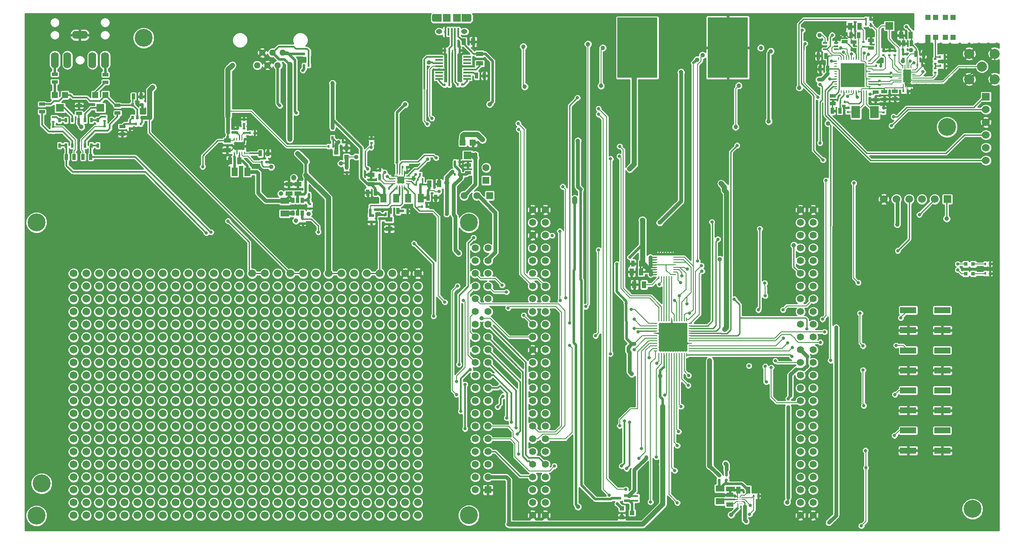
<source format=gtl>
G04 (created by PCBNEW-RS274X (2012-apr-16-27)-stable) date Tue 19 Feb 2013 03:33:23 PM EST*
G01*
G70*
G90*
%MOIN*%
G04 Gerber Fmt 3.4, Leading zero omitted, Abs format*
%FSLAX34Y34*%
G04 APERTURE LIST*
%ADD10C,0.006000*%
%ADD11C,0.140000*%
%ADD12R,0.055000X0.055000*%
%ADD13C,0.055000*%
%ADD14R,0.015700X0.023600*%
%ADD15R,0.023600X0.015700*%
%ADD16R,0.025000X0.045000*%
%ADD17C,0.051200*%
%ADD18R,0.009800X0.035400*%
%ADD19R,0.035400X0.009800*%
%ADD20R,0.057100X0.057100*%
%ADD21R,0.045000X0.025000*%
%ADD22R,0.035000X0.055000*%
%ADD23R,0.078700X0.063000*%
%ADD24R,0.009800X0.023600*%
%ADD25C,0.060000*%
%ADD26R,0.060000X0.060000*%
%ADD27R,0.059100X0.098400*%
%ADD28R,0.007900X0.027600*%
%ADD29R,0.027600X0.007900*%
%ADD30C,0.078700*%
%ADD31R,0.055000X0.035000*%
%ADD32R,0.019700X0.035400*%
%ADD33R,0.039400X0.039400*%
%ADD34R,0.047200X0.068900*%
%ADD35R,0.068900X0.047200*%
%ADD36R,0.126000X0.047200*%
%ADD37R,0.060000X0.012500*%
%ADD38R,0.031400X0.031400*%
%ADD39R,0.009800X0.021000*%
%ADD40R,0.021000X0.009800*%
%ADD41O,0.063000X0.126000*%
%ADD42O,0.126000X0.063000*%
%ADD43R,0.033500X0.013800*%
%ADD44R,0.019700X0.031500*%
%ADD45R,0.020000X0.030000*%
%ADD46R,0.027600X0.039400*%
%ADD47R,0.036000X0.036000*%
%ADD48R,0.039400X0.023600*%
%ADD49O,0.022000X0.009800*%
%ADD50O,0.009800X0.022000*%
%ADD51R,0.185000X0.185000*%
%ADD52R,0.063000X0.059100*%
%ADD53R,0.047200X0.047200*%
%ADD54R,0.066900X0.094500*%
%ADD55O,0.049200X0.037400*%
%ADD56R,0.059100X0.063000*%
%ADD57R,0.015700X0.059100*%
%ADD58O,0.035400X0.063000*%
%ADD59R,0.009800X0.031500*%
%ADD60R,0.031500X0.009800*%
%ADD61R,0.315000X0.472500*%
%ADD62R,0.020900X0.020900*%
%ADD63C,0.008700*%
%ADD64C,0.025000*%
%ADD65C,0.034000*%
%ADD66C,0.035000*%
%ADD67C,0.030000*%
%ADD68C,0.008000*%
%ADD69C,0.007000*%
%ADD70C,0.040000*%
%ADD71C,0.014000*%
%ADD72C,0.010000*%
%ADD73C,0.030000*%
%ADD74C,0.020000*%
G04 APERTURE END LIST*
G54D10*
G54D11*
X35190Y-39770D03*
G54D12*
X36690Y-37770D03*
G54D13*
X35690Y-37770D03*
X36690Y-36770D03*
X35690Y-36770D03*
X36690Y-35770D03*
X35690Y-35770D03*
X36690Y-34770D03*
X35690Y-34770D03*
X36690Y-33770D03*
X35690Y-33770D03*
X36690Y-32770D03*
X35690Y-32770D03*
X36690Y-31770D03*
X35690Y-31770D03*
X36690Y-30770D03*
X35690Y-30770D03*
X36690Y-29770D03*
X35690Y-29770D03*
X36690Y-28770D03*
X35690Y-28770D03*
X36690Y-27770D03*
X35690Y-27770D03*
X36690Y-26770D03*
X35690Y-26770D03*
X36690Y-25770D03*
X35690Y-25770D03*
X36690Y-24770D03*
X35690Y-24770D03*
X36690Y-23770D03*
X35690Y-23770D03*
X36690Y-22770D03*
X35690Y-22770D03*
X36690Y-21770D03*
X35690Y-21770D03*
X36690Y-20770D03*
X35690Y-20770D03*
X36690Y-19770D03*
X35690Y-19770D03*
X36690Y-18770D03*
X35690Y-18770D03*
G54D11*
X35190Y-16770D03*
X01288Y-39805D03*
X01288Y-16770D03*
G54D14*
X69223Y-03180D03*
X69577Y-03180D03*
G54D15*
X69250Y-03533D03*
X69250Y-03887D03*
X67390Y-05967D03*
X67390Y-05613D03*
X68300Y-05357D03*
X68300Y-05003D03*
G54D16*
X63680Y-08000D03*
X64280Y-08000D03*
G54D17*
X20600Y-03434D03*
X20206Y-04419D03*
X19797Y-03434D03*
X19403Y-04419D03*
X18994Y-03434D03*
X18600Y-04419D03*
G54D11*
X01690Y-37270D03*
X72690Y-09270D03*
X74690Y-39270D03*
X09690Y-02270D03*
G54D18*
X29944Y-12844D03*
X30141Y-12844D03*
X29748Y-12844D03*
X29551Y-12844D03*
G54D19*
X30436Y-13139D03*
X30436Y-13335D03*
X30436Y-13729D03*
X30436Y-13533D03*
G54D18*
X29551Y-14025D03*
X29748Y-14025D03*
X30141Y-14025D03*
X29944Y-14025D03*
G54D19*
X29255Y-13533D03*
X29255Y-13729D03*
X29255Y-13335D03*
X29255Y-13139D03*
G54D20*
X29846Y-13434D03*
G54D21*
X67080Y-07120D03*
X67080Y-06520D03*
G54D22*
X48705Y-20650D03*
X47955Y-20650D03*
G54D16*
X48651Y-20002D03*
X48051Y-20002D03*
X09480Y-06860D03*
X08880Y-06860D03*
G54D23*
X17190Y-10770D03*
G54D24*
X17190Y-10219D03*
X16993Y-10219D03*
X16796Y-10219D03*
X16796Y-11321D03*
X17190Y-11321D03*
X16993Y-11321D03*
X17387Y-11321D03*
X17584Y-11321D03*
X17584Y-10219D03*
X17387Y-10219D03*
G54D25*
X16190Y-34770D03*
X16190Y-35770D03*
X17190Y-35770D03*
X17190Y-34770D03*
X19190Y-34770D03*
X19190Y-35770D03*
X18190Y-35770D03*
X18190Y-34770D03*
X18190Y-32770D03*
X18190Y-33770D03*
X19190Y-33770D03*
X19190Y-32770D03*
X17190Y-32770D03*
X17190Y-33770D03*
X16190Y-33770D03*
X16190Y-32770D03*
G54D14*
X67487Y-04460D03*
X67133Y-04460D03*
G54D26*
X68155Y-01325D03*
G54D27*
X69550Y-05270D03*
G54D28*
X69550Y-06018D03*
X69707Y-06018D03*
X69865Y-06018D03*
X69412Y-06018D03*
X69254Y-06018D03*
X69865Y-04522D03*
X69707Y-04521D03*
X69550Y-04521D03*
X69393Y-04521D03*
X69235Y-04521D03*
G54D29*
X68999Y-05270D03*
X68999Y-05427D03*
X68999Y-05585D03*
X68999Y-05113D03*
X68999Y-04955D03*
X68999Y-04798D03*
X68999Y-05742D03*
X70101Y-04798D03*
X70101Y-04955D03*
X70101Y-05113D03*
X70101Y-05270D03*
X70101Y-05427D03*
X70101Y-05585D03*
X70101Y-05742D03*
G54D30*
X75425Y-04515D03*
X76425Y-05515D03*
X74425Y-05515D03*
X74425Y-03515D03*
X76425Y-03515D03*
G54D14*
X33652Y-05945D03*
X33298Y-05945D03*
X34672Y-05920D03*
X34318Y-05920D03*
X33298Y-03240D03*
X33652Y-03240D03*
X34467Y-03240D03*
X34113Y-03240D03*
G54D16*
X36400Y-05240D03*
X35800Y-05240D03*
G54D31*
X36030Y-03525D03*
X36030Y-04275D03*
G54D32*
X04590Y-08720D03*
X04090Y-08720D03*
X03590Y-08720D03*
X03090Y-08720D03*
X05090Y-08720D03*
X05590Y-08720D03*
X06090Y-08720D03*
X04590Y-10720D03*
X05090Y-10720D03*
X05590Y-10720D03*
X06090Y-10720D03*
X04090Y-10720D03*
X03590Y-10720D03*
X03090Y-10720D03*
G54D33*
X72564Y-00648D03*
X73154Y-00648D03*
X73154Y-02222D03*
X72564Y-02222D03*
X71776Y-02222D03*
X71186Y-02222D03*
X71186Y-00648D03*
X71776Y-00648D03*
G54D34*
X17810Y-12780D03*
X16810Y-12780D03*
X28475Y-14865D03*
X29475Y-14865D03*
G54D35*
X20760Y-15070D03*
X20760Y-16070D03*
G54D34*
X30420Y-14865D03*
X31420Y-14865D03*
G54D35*
X54898Y-37666D03*
X54898Y-38666D03*
G54D36*
X69634Y-34683D03*
X72312Y-34683D03*
X69634Y-33108D03*
X72312Y-33108D03*
X69634Y-31533D03*
X72312Y-31533D03*
X69634Y-29958D03*
X72312Y-29958D03*
X69634Y-28384D03*
X72312Y-28384D03*
X69634Y-26809D03*
X72312Y-26809D03*
X69634Y-25234D03*
X72312Y-25234D03*
X69634Y-23659D03*
X72312Y-23659D03*
G54D13*
X40190Y-39770D03*
X40190Y-38770D03*
X40190Y-37770D03*
X40190Y-36770D03*
X40190Y-35770D03*
X40190Y-34770D03*
X40190Y-33770D03*
X40190Y-32770D03*
X40190Y-31770D03*
X40190Y-30770D03*
X40190Y-29770D03*
X40190Y-28770D03*
X40190Y-27770D03*
X40190Y-26770D03*
X40190Y-25770D03*
X40190Y-24770D03*
X40190Y-23770D03*
X40190Y-22770D03*
X40190Y-21770D03*
X40190Y-20770D03*
X40190Y-19770D03*
X40190Y-18770D03*
X40190Y-17770D03*
X40190Y-16770D03*
X40190Y-15770D03*
X62190Y-39770D03*
X62190Y-38770D03*
X62190Y-37770D03*
X62190Y-36770D03*
X62190Y-35770D03*
X62190Y-34770D03*
X62190Y-33770D03*
X62190Y-32770D03*
X62190Y-31770D03*
X62190Y-30770D03*
X62190Y-29770D03*
X62190Y-28770D03*
X62190Y-27770D03*
X62190Y-26770D03*
X62190Y-25770D03*
X62190Y-24770D03*
X62190Y-23770D03*
X62190Y-22770D03*
X62190Y-21770D03*
X62190Y-20770D03*
X62190Y-19770D03*
X62190Y-18770D03*
X62190Y-17770D03*
X62190Y-16770D03*
X62190Y-15770D03*
X61190Y-15770D03*
X61190Y-16770D03*
X61190Y-17770D03*
X61190Y-18770D03*
X61190Y-19770D03*
X61190Y-20770D03*
X61190Y-21770D03*
X61190Y-22770D03*
X61190Y-23770D03*
X61190Y-24770D03*
X61190Y-25770D03*
X61190Y-26770D03*
X61190Y-27770D03*
X61190Y-28770D03*
X61190Y-29770D03*
X61190Y-30770D03*
X61190Y-31770D03*
X61190Y-32770D03*
X61190Y-33770D03*
X61190Y-34770D03*
X61190Y-35770D03*
X61190Y-36770D03*
X61190Y-37770D03*
X61190Y-38770D03*
X61190Y-39770D03*
X41190Y-15770D03*
X41190Y-16770D03*
X41190Y-17770D03*
X41190Y-18770D03*
X41190Y-19770D03*
X41190Y-20770D03*
X41190Y-21770D03*
X41190Y-22770D03*
X41190Y-23770D03*
X41190Y-24770D03*
X41190Y-25770D03*
X41190Y-26770D03*
X41190Y-27770D03*
X41190Y-28770D03*
X41190Y-29770D03*
X41190Y-30770D03*
X41190Y-31770D03*
X41190Y-32770D03*
X41190Y-33770D03*
X41190Y-34770D03*
X41190Y-35770D03*
X41190Y-36770D03*
X41190Y-37770D03*
X41190Y-38770D03*
X41190Y-39770D03*
G54D37*
X35054Y-03747D03*
X35054Y-03997D03*
X35054Y-04497D03*
X35054Y-04247D03*
X35054Y-05247D03*
X35054Y-05497D03*
X35054Y-04997D03*
X35054Y-04747D03*
X32854Y-04747D03*
X32854Y-04997D03*
X32854Y-05497D03*
X32854Y-05247D03*
X32854Y-04247D03*
X32854Y-04497D03*
X32854Y-03997D03*
X32854Y-03747D03*
G54D38*
X74148Y-20042D03*
X74738Y-20042D03*
X74148Y-20790D03*
X74738Y-20790D03*
G54D39*
X51088Y-19253D03*
X50891Y-19253D03*
X50694Y-19253D03*
X50498Y-19253D03*
X50301Y-19253D03*
X50104Y-19253D03*
G54D40*
X49867Y-19490D03*
X49867Y-19687D03*
X49867Y-19884D03*
X49867Y-20081D03*
X49867Y-20277D03*
X49867Y-20474D03*
X49867Y-20671D03*
X49867Y-20868D03*
G54D39*
X50104Y-21105D03*
X50301Y-21105D03*
X50498Y-21105D03*
X50694Y-21105D03*
X50891Y-21105D03*
X51088Y-21105D03*
G54D40*
X51325Y-20868D03*
X51325Y-20671D03*
X51325Y-20474D03*
X51325Y-20277D03*
X51325Y-20081D03*
X51325Y-19884D03*
X51325Y-19687D03*
X51325Y-19490D03*
G54D26*
X72720Y-14940D03*
G54D25*
X71720Y-14940D03*
X70720Y-14940D03*
X69720Y-14940D03*
X68720Y-14940D03*
X67720Y-14940D03*
G54D26*
X75733Y-06892D03*
G54D25*
X75733Y-07892D03*
X75733Y-08892D03*
X75733Y-09892D03*
X75733Y-10892D03*
X75733Y-11892D03*
G54D12*
X36540Y-13455D03*
G54D13*
X36540Y-12455D03*
G54D41*
X02721Y-04010D03*
X05674Y-04010D03*
X06659Y-04010D03*
X03706Y-04010D03*
G54D42*
X04690Y-02042D03*
G54D15*
X68170Y-03268D03*
X68170Y-03622D03*
X68600Y-03268D03*
X68600Y-03622D03*
G54D14*
X22263Y-04420D03*
X22617Y-04420D03*
X22273Y-03520D03*
X22627Y-03520D03*
X25300Y-10435D03*
X24946Y-10435D03*
X24552Y-10790D03*
X24198Y-10790D03*
G54D15*
X25596Y-12817D03*
X25596Y-12463D03*
G54D14*
X34456Y-12005D03*
X34102Y-12005D03*
X34456Y-13005D03*
X34102Y-13005D03*
X31003Y-12980D03*
X31357Y-12980D03*
G54D15*
X71760Y-03933D03*
X71760Y-04287D03*
G54D14*
X31873Y-15520D03*
X31519Y-15520D03*
X75703Y-20022D03*
X76057Y-20022D03*
X75703Y-20770D03*
X76057Y-20770D03*
X31401Y-13788D03*
X31047Y-13788D03*
G54D15*
X28200Y-13712D03*
X28200Y-13358D03*
G54D14*
X18391Y-09727D03*
X18037Y-09727D03*
G54D15*
X17544Y-08664D03*
X17544Y-09018D03*
X64925Y-08107D03*
X64925Y-07753D03*
X67705Y-08122D03*
X67705Y-07768D03*
G54D14*
X69612Y-06435D03*
X69258Y-06435D03*
X70727Y-04405D03*
X70373Y-04405D03*
G54D15*
X71760Y-04653D03*
X71760Y-05007D03*
G54D14*
X72502Y-04470D03*
X72148Y-04470D03*
X72492Y-03745D03*
X72138Y-03745D03*
G54D15*
X67705Y-03283D03*
X67705Y-03637D03*
X54815Y-36985D03*
X54815Y-36631D03*
X55378Y-36985D03*
X55378Y-36631D03*
G54D14*
X57886Y-38245D03*
X57532Y-38245D03*
X27464Y-15756D03*
X27818Y-15756D03*
X66323Y-00800D03*
X66677Y-00800D03*
G54D15*
X08615Y-09372D03*
X08615Y-09018D03*
G54D14*
X09088Y-09020D03*
X09442Y-09020D03*
G54D15*
X02590Y-09268D03*
X02590Y-09622D03*
X06615Y-09218D03*
X06615Y-09572D03*
X06615Y-08443D03*
X06615Y-08797D03*
X02590Y-08493D03*
X02590Y-08847D03*
X22714Y-15664D03*
X22714Y-15310D03*
G54D14*
X22647Y-14570D03*
X22293Y-14570D03*
G54D15*
X22163Y-16845D03*
X22163Y-16491D03*
G54D14*
X30338Y-12410D03*
X29984Y-12410D03*
X30377Y-15874D03*
X30023Y-15874D03*
G54D15*
X27545Y-10173D03*
X27545Y-10527D03*
G54D14*
X31193Y-13400D03*
X31547Y-13400D03*
X66323Y-01200D03*
X66677Y-01200D03*
X28912Y-14095D03*
X28558Y-14095D03*
G54D15*
X17033Y-09392D03*
X17033Y-09746D03*
G54D14*
X19316Y-12010D03*
X18962Y-12010D03*
G54D15*
X17544Y-09392D03*
X17544Y-09746D03*
X66120Y-02598D03*
X66120Y-02952D03*
X28192Y-12666D03*
X28192Y-13020D03*
G54D14*
X16658Y-09707D03*
X16304Y-09707D03*
G54D21*
X06690Y-05745D03*
X06690Y-05145D03*
X02715Y-05720D03*
X02715Y-05120D03*
G54D16*
X65165Y-02055D03*
X65765Y-02055D03*
G54D21*
X65370Y-02585D03*
X65370Y-03185D03*
G54D16*
X29634Y-15874D03*
X29034Y-15874D03*
X27262Y-14418D03*
X27862Y-14418D03*
G54D21*
X07640Y-07570D03*
X07640Y-08170D03*
G54D16*
X62575Y-03685D03*
X63175Y-03685D03*
G54D21*
X63740Y-07430D03*
X63740Y-06830D03*
G54D16*
X19439Y-11341D03*
X18839Y-11341D03*
G54D21*
X64650Y-01950D03*
X64650Y-02550D03*
X01715Y-07470D03*
X01715Y-08070D03*
G54D16*
X05540Y-11620D03*
X04940Y-11620D03*
X03640Y-11620D03*
X04240Y-11620D03*
X63340Y-04700D03*
X62740Y-04700D03*
G54D21*
X08015Y-09820D03*
X08015Y-09220D03*
G54D16*
X32587Y-14811D03*
X31987Y-14811D03*
G54D21*
X67765Y-07080D03*
X67765Y-06480D03*
X66720Y-02470D03*
X66720Y-03070D03*
X68600Y-07060D03*
X68600Y-06460D03*
G54D16*
X70845Y-03540D03*
X70245Y-03540D03*
X69290Y-02700D03*
X69890Y-02700D03*
G54D21*
X35122Y-12260D03*
X35122Y-12860D03*
X04615Y-07595D03*
X04615Y-08195D03*
G54D22*
X65075Y-01375D03*
X65825Y-01375D03*
X69085Y-02060D03*
X69835Y-02060D03*
X48923Y-21656D03*
X48173Y-21656D03*
X32855Y-13740D03*
X32105Y-13740D03*
G54D31*
X55662Y-38165D03*
X55662Y-38915D03*
G54D22*
X56330Y-37792D03*
X57080Y-37792D03*
G54D31*
X21790Y-13755D03*
X21790Y-14505D03*
X21080Y-14505D03*
X21080Y-13755D03*
X27510Y-13025D03*
X27510Y-13775D03*
G54D22*
X35526Y-02573D03*
X34776Y-02573D03*
G54D31*
X16245Y-11086D03*
X16245Y-10336D03*
G54D22*
X16455Y-11940D03*
X17205Y-11940D03*
G54D31*
X28940Y-17273D03*
X28940Y-16523D03*
G54D43*
X63988Y-02915D03*
X63988Y-03171D03*
X63988Y-02659D03*
X63122Y-03171D03*
X63122Y-02659D03*
G54D44*
X24493Y-09333D03*
X24493Y-10121D03*
G54D45*
X08815Y-08520D03*
X09565Y-08520D03*
X08815Y-07520D03*
X09190Y-08520D03*
X09565Y-07520D03*
G54D46*
X21390Y-15030D03*
X21765Y-15030D03*
X22140Y-15030D03*
X22140Y-16030D03*
X21765Y-16030D03*
X21390Y-16030D03*
G54D47*
X25590Y-10920D03*
X25590Y-11620D03*
X24790Y-11270D03*
G54D48*
X27543Y-16721D03*
X27543Y-16209D03*
X28291Y-16465D03*
G54D49*
X66584Y-06273D03*
X66584Y-06076D03*
X66584Y-05879D03*
X66584Y-05682D03*
X66584Y-05485D03*
X66584Y-05288D03*
X66584Y-05082D03*
X66584Y-04885D03*
X66584Y-04688D03*
X66584Y-04491D03*
X66584Y-04294D03*
X66584Y-04107D03*
G54D50*
X66358Y-03881D03*
X66161Y-03881D03*
X65964Y-03881D03*
X65767Y-03881D03*
X65570Y-03881D03*
X65373Y-03881D03*
X65177Y-03881D03*
X64980Y-03881D03*
X64783Y-03881D03*
X64586Y-03881D03*
X64389Y-03881D03*
X64192Y-03881D03*
G54D49*
X63966Y-04107D03*
X63966Y-04304D03*
X63966Y-04501D03*
X63966Y-04698D03*
X63966Y-04895D03*
X63966Y-05092D03*
X63966Y-05288D03*
X63966Y-05485D03*
X63966Y-05682D03*
X63966Y-05879D03*
X63966Y-06076D03*
X63966Y-06273D03*
G54D50*
X64192Y-06499D03*
X64389Y-06499D03*
X64586Y-06499D03*
X64783Y-06499D03*
X64980Y-06499D03*
X65177Y-06499D03*
X65374Y-06499D03*
X65570Y-06499D03*
X65767Y-06499D03*
X65964Y-06499D03*
X66161Y-06499D03*
X66358Y-06499D03*
G54D51*
X65275Y-05190D03*
G54D52*
X03115Y-07763D03*
G54D53*
X02721Y-06759D03*
X03509Y-06759D03*
G54D52*
X06290Y-07763D03*
G54D53*
X05896Y-06759D03*
X06684Y-06759D03*
G54D54*
X66993Y-08105D03*
X65537Y-08105D03*
G54D55*
X32864Y-01770D03*
G54D56*
X32766Y-00707D03*
X34931Y-00707D03*
X33455Y-00707D03*
G54D57*
X34348Y-01786D03*
X34098Y-01786D03*
X33848Y-01786D03*
X33598Y-01786D03*
X33348Y-01786D03*
G54D58*
X32470Y-00707D03*
X35226Y-00707D03*
G54D56*
X34242Y-00707D03*
G54D55*
X34832Y-01770D03*
G54D59*
X50107Y-27146D03*
X50304Y-27146D03*
X50501Y-27146D03*
X50697Y-27146D03*
X50894Y-27146D03*
X51091Y-27146D03*
X51288Y-27146D03*
X51485Y-27146D03*
X51682Y-27146D03*
X51879Y-27146D03*
X52075Y-27146D03*
X52272Y-27146D03*
G54D60*
X52567Y-26852D03*
X52567Y-26655D03*
X52567Y-26458D03*
X52567Y-26262D03*
X52567Y-26065D03*
X52567Y-25868D03*
X52567Y-25671D03*
X52567Y-25474D03*
X52567Y-25277D03*
X52567Y-25080D03*
X52567Y-24884D03*
X52567Y-24687D03*
G54D59*
X52273Y-24392D03*
X52076Y-24392D03*
X51879Y-24392D03*
X51682Y-24392D03*
X51485Y-24392D03*
X51288Y-24392D03*
X51091Y-24392D03*
X50895Y-24392D03*
X50698Y-24392D03*
X50501Y-24392D03*
X50304Y-24392D03*
X50107Y-24392D03*
G54D60*
X49811Y-24687D03*
X49811Y-24884D03*
X49811Y-25080D03*
X49811Y-25277D03*
X49811Y-25474D03*
X49811Y-25671D03*
X49811Y-25868D03*
X49811Y-26065D03*
X49811Y-26262D03*
X49811Y-26458D03*
X49811Y-26655D03*
X49811Y-26852D03*
G54D25*
X20190Y-34770D03*
X20190Y-35770D03*
X21190Y-35770D03*
X21190Y-34770D03*
X23190Y-34770D03*
X23190Y-35770D03*
X22190Y-35770D03*
X22190Y-34770D03*
X22190Y-32770D03*
X22190Y-33770D03*
X23190Y-33770D03*
X23190Y-32770D03*
X21190Y-32770D03*
X21190Y-33770D03*
X20190Y-33770D03*
X20190Y-32770D03*
X20190Y-30770D03*
X20190Y-31770D03*
X21190Y-31770D03*
X21190Y-30770D03*
X23190Y-30770D03*
X23190Y-31770D03*
X22190Y-31770D03*
X22190Y-30770D03*
X22190Y-28770D03*
X22190Y-29770D03*
X23190Y-29770D03*
X23190Y-28770D03*
X21190Y-28770D03*
X21190Y-29770D03*
X20190Y-29770D03*
X20190Y-28770D03*
X16190Y-30770D03*
X16190Y-31770D03*
X17190Y-31770D03*
X17190Y-30770D03*
X19190Y-30770D03*
X19190Y-31770D03*
X18190Y-31770D03*
X18190Y-30770D03*
X18190Y-28770D03*
X18190Y-29770D03*
X19190Y-29770D03*
X19190Y-28770D03*
X17190Y-28770D03*
X17190Y-29770D03*
X16190Y-29770D03*
X16190Y-28770D03*
X24190Y-30770D03*
X24190Y-31770D03*
X25190Y-31770D03*
X25190Y-30770D03*
X27190Y-30770D03*
X27190Y-31770D03*
X26190Y-31770D03*
X26190Y-30770D03*
X26190Y-28770D03*
X26190Y-29770D03*
X27190Y-29770D03*
X27190Y-28770D03*
X25190Y-28770D03*
X25190Y-29770D03*
X24190Y-29770D03*
X24190Y-28770D03*
X28190Y-30770D03*
X28190Y-31770D03*
X29190Y-31770D03*
X29190Y-30770D03*
X31190Y-30770D03*
X31190Y-31770D03*
X30190Y-31770D03*
X30190Y-30770D03*
X30190Y-28770D03*
X30190Y-29770D03*
X31190Y-29770D03*
X31190Y-28770D03*
X29190Y-28770D03*
X29190Y-29770D03*
X28190Y-29770D03*
X28190Y-28770D03*
X28190Y-34770D03*
X28190Y-35770D03*
X29190Y-35770D03*
X29190Y-34770D03*
X31190Y-34770D03*
X31190Y-35770D03*
X30190Y-35770D03*
X30190Y-34770D03*
X30190Y-32770D03*
X30190Y-33770D03*
X31190Y-33770D03*
X31190Y-32770D03*
X29190Y-32770D03*
X29190Y-33770D03*
X28190Y-33770D03*
X28190Y-32770D03*
X24190Y-34770D03*
X24190Y-35770D03*
X25190Y-35770D03*
X25190Y-34770D03*
X27190Y-34770D03*
X27190Y-35770D03*
X26190Y-35770D03*
X26190Y-34770D03*
X26190Y-32770D03*
X26190Y-33770D03*
X27190Y-33770D03*
X27190Y-32770D03*
X25190Y-32770D03*
X25190Y-33770D03*
X24190Y-33770D03*
X24190Y-32770D03*
X24190Y-26770D03*
X24190Y-27770D03*
X25190Y-27770D03*
X25190Y-26770D03*
X27190Y-26770D03*
X27190Y-27770D03*
X26190Y-27770D03*
X26190Y-26770D03*
X26190Y-24770D03*
X26190Y-25770D03*
X27190Y-25770D03*
X27190Y-24770D03*
X25190Y-24770D03*
X25190Y-25770D03*
X24190Y-25770D03*
X24190Y-24770D03*
X28190Y-26770D03*
X28190Y-27770D03*
X29190Y-27770D03*
X29190Y-26770D03*
X31190Y-26770D03*
X31190Y-27770D03*
X30190Y-27770D03*
X30190Y-26770D03*
X30190Y-24770D03*
X30190Y-25770D03*
X31190Y-25770D03*
X31190Y-24770D03*
X29190Y-24770D03*
X29190Y-25770D03*
X28190Y-25770D03*
X28190Y-24770D03*
X28190Y-22770D03*
X28190Y-23770D03*
X29190Y-23770D03*
X29190Y-22770D03*
X31190Y-22770D03*
X31190Y-23770D03*
X30190Y-23770D03*
X30190Y-22770D03*
X30190Y-20770D03*
X30190Y-21770D03*
X31190Y-21770D03*
X31190Y-20770D03*
X29190Y-20770D03*
X29190Y-21770D03*
X28190Y-21770D03*
X28190Y-20770D03*
X24190Y-22770D03*
X24190Y-23770D03*
X25190Y-23770D03*
X25190Y-22770D03*
X27190Y-22770D03*
X27190Y-23770D03*
X26190Y-23770D03*
X26190Y-22770D03*
X26190Y-20770D03*
X26190Y-21770D03*
X27190Y-21770D03*
X27190Y-20770D03*
X25190Y-20770D03*
X25190Y-21770D03*
X24190Y-21770D03*
X24190Y-20770D03*
X20190Y-26770D03*
X20190Y-27770D03*
X21190Y-27770D03*
X21190Y-26770D03*
X23190Y-26770D03*
X23190Y-27770D03*
X22190Y-27770D03*
X22190Y-26770D03*
X22190Y-24770D03*
X22190Y-25770D03*
X23190Y-25770D03*
X23190Y-24770D03*
X21190Y-24770D03*
X21190Y-25770D03*
X20190Y-25770D03*
X20190Y-24770D03*
X16190Y-26770D03*
X16190Y-27770D03*
X17190Y-27770D03*
X17190Y-26770D03*
X19190Y-26770D03*
X19190Y-27770D03*
X18190Y-27770D03*
X18190Y-26770D03*
X18190Y-24770D03*
X18190Y-25770D03*
X19190Y-25770D03*
X19190Y-24770D03*
X17190Y-24770D03*
X17190Y-25770D03*
X16190Y-25770D03*
X16190Y-24770D03*
X16190Y-22770D03*
X16190Y-23770D03*
X17190Y-23770D03*
X17190Y-22770D03*
X19190Y-22770D03*
X19190Y-23770D03*
X18190Y-23770D03*
X18190Y-22770D03*
X18190Y-20770D03*
X18190Y-21770D03*
X19190Y-21770D03*
X19190Y-20770D03*
X17190Y-20770D03*
X17190Y-21770D03*
X16190Y-21770D03*
X16190Y-20770D03*
X04190Y-34770D03*
X04190Y-35770D03*
X05190Y-35770D03*
X05190Y-34770D03*
X07190Y-34770D03*
X07190Y-35770D03*
X06190Y-35770D03*
X06190Y-34770D03*
X06190Y-32770D03*
X06190Y-33770D03*
X07190Y-33770D03*
X07190Y-32770D03*
X05190Y-32770D03*
X05190Y-33770D03*
X04190Y-33770D03*
X04190Y-32770D03*
X12190Y-34770D03*
X12190Y-35770D03*
X13190Y-35770D03*
X13190Y-34770D03*
X15190Y-34770D03*
X15190Y-35770D03*
X14190Y-35770D03*
X14190Y-34770D03*
X14190Y-32770D03*
X14190Y-33770D03*
X15190Y-33770D03*
X15190Y-32770D03*
X13190Y-32770D03*
X13190Y-33770D03*
X12190Y-33770D03*
X12190Y-32770D03*
X12190Y-30770D03*
X12190Y-31770D03*
X13190Y-31770D03*
X13190Y-30770D03*
X15190Y-30770D03*
X15190Y-31770D03*
X14190Y-31770D03*
X14190Y-30770D03*
X14190Y-28770D03*
X14190Y-29770D03*
X15190Y-29770D03*
X15190Y-28770D03*
X13190Y-28770D03*
X13190Y-29770D03*
X12190Y-29770D03*
X12190Y-28770D03*
X12190Y-22770D03*
X12190Y-23770D03*
X13190Y-23770D03*
X13190Y-22770D03*
X15190Y-22770D03*
X15190Y-23770D03*
X14190Y-23770D03*
X14190Y-22770D03*
X14190Y-20770D03*
X14190Y-21770D03*
X15190Y-21770D03*
X15190Y-20770D03*
X13190Y-20770D03*
X13190Y-21770D03*
X12190Y-21770D03*
X12190Y-20770D03*
X12190Y-26770D03*
X12190Y-27770D03*
X13190Y-27770D03*
X13190Y-26770D03*
X15190Y-26770D03*
X15190Y-27770D03*
X14190Y-27770D03*
X14190Y-26770D03*
X14190Y-24770D03*
X14190Y-25770D03*
X15190Y-25770D03*
X15190Y-24770D03*
X13190Y-24770D03*
X13190Y-25770D03*
X12190Y-25770D03*
X12190Y-24770D03*
X04190Y-26770D03*
X04190Y-27770D03*
X05190Y-27770D03*
X05190Y-26770D03*
X07190Y-26770D03*
X07190Y-27770D03*
X06190Y-27770D03*
X06190Y-26770D03*
X06190Y-24770D03*
X06190Y-25770D03*
X07190Y-25770D03*
X07190Y-24770D03*
X05190Y-24770D03*
X05190Y-25770D03*
X04190Y-25770D03*
X04190Y-24770D03*
X04190Y-22770D03*
X04190Y-23770D03*
X05190Y-23770D03*
X05190Y-22770D03*
X07190Y-22770D03*
X07190Y-23770D03*
X06190Y-23770D03*
X06190Y-22770D03*
X06190Y-20770D03*
X06190Y-21770D03*
X07190Y-21770D03*
X07190Y-20770D03*
X05190Y-20770D03*
X05190Y-21770D03*
X04190Y-21770D03*
X04190Y-20770D03*
X04190Y-30770D03*
X04190Y-31770D03*
X05190Y-31770D03*
X05190Y-30770D03*
X07190Y-30770D03*
X07190Y-31770D03*
X06190Y-31770D03*
X06190Y-30770D03*
X06190Y-28770D03*
X06190Y-29770D03*
X07190Y-29770D03*
X07190Y-28770D03*
X05190Y-28770D03*
X05190Y-29770D03*
X04190Y-29770D03*
X04190Y-28770D03*
X04190Y-38770D03*
X04190Y-39770D03*
X05190Y-39770D03*
X05190Y-38770D03*
X07190Y-38770D03*
X07190Y-39770D03*
X06190Y-39770D03*
X06190Y-38770D03*
X06190Y-36770D03*
X06190Y-37770D03*
X07190Y-37770D03*
X07190Y-36770D03*
X05190Y-36770D03*
X05190Y-37770D03*
X04190Y-37770D03*
X04190Y-36770D03*
X12190Y-38770D03*
X12190Y-39770D03*
X13190Y-39770D03*
X13190Y-38770D03*
X15190Y-38770D03*
X15190Y-39770D03*
X14190Y-39770D03*
X14190Y-38770D03*
X14190Y-36770D03*
X14190Y-37770D03*
X15190Y-37770D03*
X15190Y-36770D03*
X13190Y-36770D03*
X13190Y-37770D03*
X12190Y-37770D03*
X12190Y-36770D03*
X16190Y-38770D03*
X16190Y-39770D03*
X17190Y-39770D03*
X17190Y-38770D03*
X19190Y-38770D03*
X19190Y-39770D03*
X18190Y-39770D03*
X18190Y-38770D03*
X18190Y-36770D03*
X18190Y-37770D03*
X19190Y-37770D03*
X19190Y-36770D03*
X17190Y-36770D03*
X17190Y-37770D03*
X16190Y-37770D03*
X16190Y-36770D03*
X20190Y-38770D03*
X20190Y-39770D03*
X21190Y-39770D03*
X21190Y-38770D03*
X23190Y-38770D03*
X23190Y-39770D03*
X22190Y-39770D03*
X22190Y-38770D03*
X22190Y-36770D03*
X22190Y-37770D03*
X23190Y-37770D03*
X23190Y-36770D03*
X21190Y-36770D03*
X21190Y-37770D03*
X20190Y-37770D03*
X20190Y-36770D03*
X24190Y-38770D03*
X24190Y-39770D03*
X25190Y-39770D03*
X25190Y-38770D03*
X27190Y-38770D03*
X27190Y-39770D03*
X26190Y-39770D03*
X26190Y-38770D03*
X26190Y-36770D03*
X26190Y-37770D03*
X27190Y-37770D03*
X27190Y-36770D03*
X25190Y-36770D03*
X25190Y-37770D03*
X24190Y-37770D03*
X24190Y-36770D03*
X28190Y-38770D03*
X28190Y-39770D03*
X29190Y-39770D03*
X29190Y-38770D03*
X31190Y-38770D03*
X31190Y-39770D03*
X30190Y-39770D03*
X30190Y-38770D03*
X30190Y-36770D03*
X30190Y-37770D03*
X31190Y-37770D03*
X31190Y-36770D03*
X29190Y-36770D03*
X29190Y-37770D03*
X28190Y-37770D03*
X28190Y-36770D03*
X08190Y-38770D03*
X08190Y-39770D03*
X09190Y-39770D03*
X09190Y-38770D03*
X11190Y-38770D03*
X11190Y-39770D03*
X10190Y-39770D03*
X10190Y-38770D03*
X10190Y-36770D03*
X10190Y-37770D03*
X11190Y-37770D03*
X11190Y-36770D03*
X09190Y-36770D03*
X09190Y-37770D03*
X08190Y-37770D03*
X08190Y-36770D03*
X08190Y-22770D03*
X08190Y-23770D03*
X09190Y-23770D03*
X09190Y-22770D03*
X11190Y-22770D03*
X11190Y-23770D03*
X10190Y-23770D03*
X10190Y-22770D03*
X10190Y-20770D03*
X10190Y-21770D03*
X11190Y-21770D03*
X11190Y-20770D03*
X09190Y-20770D03*
X09190Y-21770D03*
X08190Y-21770D03*
X08190Y-20770D03*
X08190Y-26770D03*
X08190Y-27770D03*
X09190Y-27770D03*
X09190Y-26770D03*
X11190Y-26770D03*
X11190Y-27770D03*
X10190Y-27770D03*
X10190Y-26770D03*
X10190Y-24770D03*
X10190Y-25770D03*
X11190Y-25770D03*
X11190Y-24770D03*
X09190Y-24770D03*
X09190Y-25770D03*
X08190Y-25770D03*
X08190Y-24770D03*
X08190Y-34770D03*
X08190Y-35770D03*
X09190Y-35770D03*
X09190Y-34770D03*
X11190Y-34770D03*
X11190Y-35770D03*
X10190Y-35770D03*
X10190Y-34770D03*
X10190Y-32770D03*
X10190Y-33770D03*
X11190Y-33770D03*
X11190Y-32770D03*
X09190Y-32770D03*
X09190Y-33770D03*
X08190Y-33770D03*
X08190Y-32770D03*
X20190Y-22770D03*
X20190Y-23770D03*
X21190Y-23770D03*
X21190Y-22770D03*
X23190Y-22770D03*
X23190Y-23770D03*
X22190Y-23770D03*
X22190Y-22770D03*
X22190Y-20770D03*
X22190Y-21770D03*
X23190Y-21770D03*
X23190Y-20770D03*
X21190Y-20770D03*
X21190Y-21770D03*
X20190Y-21770D03*
X20190Y-20770D03*
X08190Y-30770D03*
X08190Y-31770D03*
X09190Y-31770D03*
X09190Y-30770D03*
X11190Y-30770D03*
X11190Y-31770D03*
X10190Y-31770D03*
X10190Y-30770D03*
X10190Y-28770D03*
X10190Y-29770D03*
X11190Y-29770D03*
X11190Y-28770D03*
X09190Y-28770D03*
X09190Y-29770D03*
X08190Y-29770D03*
X08190Y-28770D03*
G54D14*
X64667Y-07300D03*
X64313Y-07300D03*
G54D61*
X48407Y-03041D03*
X55493Y-03040D03*
G54D52*
X35100Y-11488D03*
G54D53*
X34706Y-10484D03*
X35494Y-10484D03*
G54D47*
X47184Y-39927D03*
X47184Y-39227D03*
X47984Y-39577D03*
G54D15*
X48371Y-38612D03*
X48371Y-38258D03*
G54D12*
X36812Y-14656D03*
G54D13*
X35812Y-14656D03*
X34812Y-14656D03*
G54D62*
X47466Y-38632D03*
X47033Y-38435D03*
X47466Y-38238D03*
G54D63*
X56287Y-38536D03*
X56287Y-38694D03*
X56287Y-38379D03*
X56445Y-38379D03*
X56445Y-38536D03*
X56445Y-38694D03*
X56602Y-38379D03*
X56602Y-38536D03*
X56602Y-38694D03*
X56602Y-38851D03*
X56445Y-38851D03*
X56287Y-38851D03*
G54D64*
X57150Y-28030D03*
X66320Y-36040D03*
G54D65*
X39460Y-02950D03*
G54D64*
X65380Y-13670D03*
X66100Y-26470D03*
G54D65*
X45690Y-03050D03*
G54D66*
X21460Y-13250D03*
G54D65*
X39570Y-06100D03*
X56110Y-09260D03*
X45550Y-06030D03*
G54D64*
X65870Y-23890D03*
X65730Y-21490D03*
G54D65*
X58080Y-03050D03*
G54D64*
X41725Y-17785D03*
G54D66*
X22620Y-16080D03*
G54D64*
X41725Y-17785D03*
X66100Y-28360D03*
X66290Y-34680D03*
G54D65*
X56350Y-06020D03*
G54D66*
X21630Y-16630D03*
G54D64*
X66160Y-31160D03*
X65970Y-40590D03*
G54D66*
X20450Y-14500D03*
G54D64*
X14600Y-17580D03*
X51639Y-33191D03*
X49926Y-27837D03*
X48155Y-26754D03*
X60182Y-26242D03*
X51540Y-38782D03*
X51340Y-36260D03*
X52426Y-28782D03*
X52387Y-29569D03*
X70510Y-16145D03*
X54245Y-16730D03*
G54D66*
X54867Y-19656D03*
G54D64*
X68820Y-18980D03*
X57890Y-23635D03*
X48450Y-25364D03*
X58000Y-17255D03*
X54715Y-18080D03*
G54D66*
X72660Y-16460D03*
G54D64*
X73537Y-20022D03*
X53430Y-20160D03*
X73537Y-20495D03*
X53470Y-20593D03*
X46995Y-11575D03*
X31950Y-11790D03*
X47013Y-10790D03*
X27525Y-10875D03*
X27260Y-12560D03*
X28580Y-12820D03*
X46280Y-27080D03*
X32610Y-11690D03*
X49325Y-27405D03*
X46300Y-11770D03*
X62710Y-05930D03*
X62721Y-10514D03*
X63627Y-04097D03*
X56225Y-10711D03*
X68568Y-33506D03*
X49887Y-35199D03*
X68607Y-30278D03*
X50556Y-30317D03*
X68706Y-26420D03*
X62761Y-26183D03*
X63076Y-25357D03*
X69060Y-24254D03*
X51836Y-31223D03*
X14970Y-17520D03*
X32420Y-24130D03*
G54D66*
X36186Y-24294D03*
G54D64*
X30885Y-18415D03*
X39493Y-24057D03*
X33300Y-23020D03*
X50123Y-21616D03*
X59218Y-27640D03*
X62918Y-24372D03*
G54D66*
X26344Y-11616D03*
X19690Y-12404D03*
X25162Y-12128D03*
G54D64*
X63194Y-13467D03*
X47013Y-32739D03*
X51540Y-34294D03*
X59847Y-25868D03*
X59828Y-23624D03*
X60556Y-26577D03*
X60536Y-27305D03*
X22170Y-04810D03*
X45359Y-07837D03*
X47485Y-37719D03*
X20370Y-07600D03*
X46186Y-38191D03*
X21650Y-08160D03*
X45359Y-08270D03*
X47800Y-32443D03*
X47564Y-36105D03*
X35281Y-28309D03*
X34552Y-31597D03*
G54D66*
X35690Y-30770D03*
X41190Y-28770D03*
X36690Y-31770D03*
X40190Y-29770D03*
G54D64*
X38135Y-22227D03*
X58903Y-28152D03*
X65195Y-03530D03*
X52328Y-20435D03*
G54D66*
X53509Y-03624D03*
G54D64*
X51678Y-22542D03*
X53115Y-19805D03*
G54D66*
X62690Y-02050D03*
G54D64*
X44355Y-23368D03*
G54D66*
X44533Y-02758D03*
G54D64*
X52308Y-23152D03*
G54D66*
X53076Y-03978D03*
G54D64*
X52505Y-23900D03*
X64570Y-03380D03*
X34769Y-22876D03*
X34218Y-29254D03*
X43076Y-26420D03*
X34296Y-21774D03*
X34218Y-30278D03*
G54D66*
X60674Y-18546D03*
G54D64*
X35556Y-17955D03*
X34414Y-27916D03*
G54D66*
X34375Y-19176D03*
X55753Y-39727D03*
X43745Y-39097D03*
G54D65*
X43489Y-14892D03*
G54D64*
X46836Y-38868D03*
X49440Y-38725D03*
X57200Y-39690D03*
G54D66*
X60143Y-38750D03*
G54D64*
X60230Y-30610D03*
X57270Y-38985D03*
X60230Y-31250D03*
X63415Y-40340D03*
X63975Y-24995D03*
X56934Y-40239D03*
X38174Y-32128D03*
X38529Y-32443D03*
X38883Y-32876D03*
X39001Y-33388D03*
X47387Y-32345D03*
X47170Y-35908D03*
G54D66*
X40190Y-27770D03*
G54D64*
X34887Y-32975D03*
X34887Y-29490D03*
X37859Y-30416D03*
X37446Y-31262D03*
G54D66*
X35690Y-31770D03*
X40190Y-28770D03*
G54D64*
X48155Y-24372D03*
X39099Y-34963D03*
X48725Y-34510D03*
X41895Y-35908D03*
X48529Y-35298D03*
X37800Y-21695D03*
X38273Y-23487D03*
X48155Y-25081D03*
X23380Y-17510D03*
X42310Y-17450D03*
X47920Y-23600D03*
X42370Y-22890D03*
X65650Y-06930D03*
X66660Y-06690D03*
X65450Y-03320D03*
X70800Y-04935D03*
X61550Y-02710D03*
X62564Y-06931D03*
X64880Y-06860D03*
X66540Y-03550D03*
G54D66*
X69240Y-04090D03*
G54D64*
X69790Y-04080D03*
G54D66*
X69850Y-03240D03*
G54D64*
X66200Y-03455D03*
X70090Y-04230D03*
X43706Y-06971D03*
X43076Y-24668D03*
G54D66*
X61107Y-06183D03*
G54D64*
X61340Y-01660D03*
X62970Y-11860D03*
X66720Y-01280D03*
X63548Y-27601D03*
X64360Y-03070D03*
G54D66*
X58706Y-08821D03*
X63351Y-08979D03*
X58863Y-03309D03*
G54D64*
X68320Y-09170D03*
X63490Y-05500D03*
X45123Y-25672D03*
X45359Y-18939D03*
X51895Y-20947D03*
X58509Y-29294D03*
X58430Y-28073D03*
X58430Y-22522D03*
X58391Y-21538D03*
X51777Y-21498D03*
X62130Y-04500D03*
X31945Y-12795D03*
G54D65*
X11050Y-40800D03*
G54D64*
X02120Y-08970D03*
X75470Y-27840D03*
X72890Y-05570D03*
X73590Y-04270D03*
X69749Y-05089D03*
X15740Y-12520D03*
X73290Y-05170D03*
X69552Y-04892D03*
X71390Y-05070D03*
G54D66*
X08253Y-08396D03*
G54D64*
X74790Y-04270D03*
X16190Y-12770D03*
X70290Y-05990D03*
X04125Y-07725D03*
X75420Y-34940D03*
G54D65*
X02880Y-17610D03*
X02630Y-25710D03*
G54D64*
X51285Y-24945D03*
X05170Y-07450D03*
X69355Y-05089D03*
X29990Y-13580D03*
X58010Y-38660D03*
X72790Y-04970D03*
X29700Y-13580D03*
G54D66*
X03840Y-05460D03*
G54D64*
X69552Y-05286D03*
X75580Y-18160D03*
X69749Y-05483D03*
X32830Y-13165D03*
X72190Y-03270D03*
G54D66*
X36180Y-04780D03*
X01610Y-05680D03*
G54D64*
X76490Y-04270D03*
G54D66*
X20005Y-11420D03*
X07229Y-10010D03*
X07520Y-05560D03*
G54D64*
X74190Y-04270D03*
X75190Y-03670D03*
X16180Y-13460D03*
G54D66*
X06590Y-12210D03*
G54D64*
X03820Y-07360D03*
X74890Y-04770D03*
X75690Y-05470D03*
X64590Y-04470D03*
G54D65*
X31050Y-40660D03*
G54D64*
X55120Y-38190D03*
G54D66*
X18155Y-10593D03*
G54D64*
X18930Y-17180D03*
X69355Y-05483D03*
X17470Y-10960D03*
X52880Y-37610D03*
X29700Y-13280D03*
X51750Y-26420D03*
X66825Y-01945D03*
X76590Y-02770D03*
X04250Y-09565D03*
X30100Y-11665D03*
X15340Y-11939D03*
X71000Y-05990D03*
X67570Y-04050D03*
G54D66*
X34000Y-06190D03*
G54D64*
X65275Y-05190D03*
G54D66*
X34510Y-04460D03*
X02700Y-10210D03*
G54D64*
X75170Y-22640D03*
X52260Y-38340D03*
X64590Y-05870D03*
X72290Y-05990D03*
X28910Y-12750D03*
G54D66*
X17820Y-13632D03*
G54D64*
X30625Y-12290D03*
G54D65*
X02620Y-39470D03*
G54D64*
X72390Y-05370D03*
G54D65*
X19570Y-40770D03*
G54D64*
X16940Y-14350D03*
G54D66*
X34870Y-03360D03*
X31220Y-06820D03*
G54D65*
X03250Y-40620D03*
G54D66*
X35970Y-02840D03*
G54D64*
X71490Y-03070D03*
G54D65*
X09080Y-14410D03*
G54D64*
X72190Y-03020D03*
X71890Y-05470D03*
G54D65*
X32050Y-26840D03*
G54D64*
X56060Y-38260D03*
X71590Y-05990D03*
G54D65*
X02480Y-21760D03*
G54D64*
X75940Y-02770D03*
X72940Y-02770D03*
G54D66*
X20162Y-13191D03*
G54D64*
X72190Y-02770D03*
G54D66*
X32670Y-07170D03*
G54D64*
X73690Y-02770D03*
X21220Y-17550D03*
X29220Y-12685D03*
X70990Y-02770D03*
X71390Y-04470D03*
G54D65*
X32010Y-24560D03*
G54D64*
X53883Y-37530D03*
X65990Y-05870D03*
X71390Y-03870D03*
X59110Y-38440D03*
X51380Y-36970D03*
G54D65*
X02440Y-29210D03*
X26120Y-40730D03*
X06120Y-40660D03*
G54D64*
X75190Y-05470D03*
X65990Y-04470D03*
X16890Y-10550D03*
G54D65*
X32260Y-40020D03*
G54D64*
X16890Y-10960D03*
X30000Y-13290D03*
G54D66*
X04120Y-12160D03*
X08200Y-07040D03*
G54D64*
X32745Y-12880D03*
X53510Y-38300D03*
X63195Y-01760D03*
G54D66*
X32540Y-03230D03*
G54D64*
X54001Y-38357D03*
X68214Y-03002D03*
G54D65*
X02690Y-35690D03*
G54D66*
X02550Y-12130D03*
G54D64*
X75590Y-03670D03*
G54D66*
X00694Y-06782D03*
X30600Y-05230D03*
G54D64*
X73190Y-04570D03*
G54D66*
X31240Y-03850D03*
G54D64*
X02380Y-08070D03*
X73690Y-04770D03*
X68765Y-02530D03*
X17470Y-10550D03*
G54D65*
X32130Y-35510D03*
G54D64*
X70390Y-02770D03*
G54D65*
X05530Y-18860D03*
G54D64*
X71040Y-05190D03*
G54D66*
X32584Y-05876D03*
G54D64*
X69552Y-05679D03*
X64290Y-01870D03*
G54D65*
X11930Y-19060D03*
X02760Y-32540D03*
G54D64*
X72490Y-03370D03*
G54D66*
X05630Y-05580D03*
G54D64*
X71490Y-02770D03*
X76470Y-12930D03*
X75190Y-02770D03*
X03740Y-09240D03*
X14985Y-11506D03*
G54D66*
X08690Y-12210D03*
G54D64*
X74190Y-04770D03*
X31095Y-11670D03*
X50775Y-25830D03*
G54D65*
X32170Y-29900D03*
G54D64*
X74440Y-02770D03*
X76490Y-04770D03*
X52385Y-19295D03*
X71490Y-03470D03*
G54D65*
X02680Y-13960D03*
X47800Y-12561D03*
G54D64*
X39060Y-08979D03*
X32288Y-08585D03*
X31934Y-09018D03*
X39099Y-09451D03*
G54D66*
X43740Y-10360D03*
X36270Y-10270D03*
G54D64*
X32859Y-14341D03*
X51340Y-22890D03*
X42790Y-22700D03*
X42544Y-13947D03*
X33420Y-16130D03*
X54040Y-34813D03*
G54D66*
X33470Y-13664D03*
G54D64*
X54070Y-27620D03*
X18650Y-12880D03*
X28800Y-13150D03*
X49080Y-35207D03*
G54D65*
X54966Y-13703D03*
X55250Y-25175D03*
G54D64*
X28430Y-15845D03*
G54D66*
X30180Y-07500D03*
X36820Y-07480D03*
G54D67*
X21145Y-10235D03*
X21760Y-11345D03*
G54D64*
X16300Y-16650D03*
X14315Y-12385D03*
G54D66*
X16650Y-04420D03*
G54D64*
X68490Y-08450D03*
G54D66*
X51830Y-04960D03*
G54D64*
X47810Y-19490D03*
X62615Y-05535D03*
X56000Y-22780D03*
G54D66*
X32052Y-04176D03*
X50202Y-28821D03*
G54D64*
X47540Y-23110D03*
X46800Y-20040D03*
G54D66*
X50162Y-16774D03*
G54D64*
X61705Y-25115D03*
G54D66*
X47958Y-28664D03*
G54D64*
X69505Y-01385D03*
G54D66*
X48784Y-16577D03*
X10123Y-08506D03*
G54D64*
X63680Y-02050D03*
G54D66*
X68780Y-16910D03*
G54D65*
X24493Y-05829D03*
G54D66*
X50359Y-35750D03*
X04808Y-09254D03*
X55320Y-35711D03*
X10399Y-06144D03*
G54D68*
X66320Y-34710D02*
X66290Y-34680D01*
X66320Y-36040D02*
X66320Y-34710D01*
X39460Y-05990D02*
X39460Y-02950D01*
X66100Y-26470D02*
X65870Y-26240D01*
X65730Y-21490D02*
X65370Y-21130D01*
X45550Y-03190D02*
X45550Y-06030D01*
X45690Y-03050D02*
X45550Y-03190D01*
G54D69*
X56110Y-06260D02*
X56350Y-06020D01*
G54D68*
X65370Y-15820D02*
X65370Y-13680D01*
G54D70*
X21460Y-13240D02*
X21460Y-13250D01*
G54D68*
X39570Y-06100D02*
X39460Y-05990D01*
X66160Y-31160D02*
X66100Y-31100D01*
X66320Y-40240D02*
X66320Y-36040D01*
X65970Y-40590D02*
X66320Y-40240D01*
X65870Y-26240D02*
X65870Y-23890D01*
X65370Y-21130D02*
X65370Y-15820D01*
X66100Y-31100D02*
X66100Y-28360D01*
X65370Y-13680D02*
X65380Y-13670D01*
G54D69*
X56110Y-06260D02*
X56110Y-09260D01*
G54D71*
X04120Y-12790D02*
X09810Y-12790D01*
X03640Y-10770D02*
X03590Y-10720D01*
X03590Y-10720D02*
X03090Y-10720D01*
X03640Y-11620D02*
X03640Y-10770D01*
X03640Y-11620D02*
X03640Y-12310D01*
X03640Y-12310D02*
X04120Y-12790D01*
X09810Y-12790D02*
X14600Y-17580D01*
X03954Y-06759D02*
X03509Y-06759D01*
X02665Y-07220D02*
X03048Y-07220D01*
X02415Y-07470D02*
X02665Y-07220D01*
X07640Y-07570D02*
X08765Y-07570D01*
X05490Y-07220D02*
X05215Y-06945D01*
X07495Y-07570D02*
X06684Y-06759D01*
X06265Y-07220D02*
X05490Y-07220D01*
G54D72*
X08815Y-07520D02*
X08815Y-06925D01*
G54D71*
X05215Y-06945D02*
X04140Y-06945D01*
X01715Y-07470D02*
X02415Y-07470D01*
X06684Y-06759D02*
X06684Y-06801D01*
X04140Y-06945D02*
X03954Y-06759D01*
X09190Y-08520D02*
X09190Y-07895D01*
X06684Y-06801D02*
X06265Y-07220D01*
X09190Y-07895D02*
X08815Y-07520D01*
X03048Y-07220D02*
X03509Y-06759D01*
X08765Y-07570D02*
X08815Y-07520D01*
G54D72*
X08815Y-06925D02*
X08880Y-06860D01*
G54D71*
X07640Y-07570D02*
X07495Y-07570D01*
G54D68*
X51485Y-33037D02*
X51485Y-27146D01*
X51639Y-33191D02*
X51485Y-33037D01*
X50107Y-27656D02*
X49926Y-27837D01*
X50107Y-27146D02*
X50107Y-27656D01*
X49811Y-25868D02*
X49041Y-25868D01*
X49041Y-25868D02*
X48155Y-26754D01*
X52800Y-26656D02*
X59768Y-26656D01*
X52799Y-26655D02*
X52567Y-26655D01*
X52800Y-26656D02*
X52799Y-26655D01*
X52569Y-26656D02*
X52800Y-26656D01*
X59768Y-26656D02*
X60182Y-26242D01*
X50894Y-27146D02*
X50894Y-38136D01*
X50894Y-38136D02*
X51540Y-38782D01*
X51098Y-36012D02*
X51100Y-36010D01*
X51100Y-36010D02*
X51092Y-36010D01*
X51092Y-27601D02*
X51092Y-36010D01*
X51340Y-36260D02*
X51092Y-36012D01*
X51092Y-27148D02*
X51092Y-27601D01*
X51092Y-27601D02*
X51092Y-27147D01*
X51092Y-36012D02*
X51098Y-36012D01*
X51092Y-27147D02*
X51091Y-27146D01*
X52076Y-27483D02*
X52076Y-28432D01*
X52076Y-27148D02*
X52076Y-27483D01*
X52075Y-27482D02*
X52075Y-27146D01*
X52076Y-27483D02*
X52075Y-27482D01*
X52076Y-28432D02*
X52426Y-28782D01*
X52387Y-29569D02*
X51879Y-29061D01*
X51879Y-29061D02*
X51879Y-27364D01*
X51879Y-27364D02*
X51879Y-27148D01*
X51879Y-27364D02*
X51879Y-27146D01*
X51288Y-24392D02*
X51288Y-23983D01*
X51288Y-23983D02*
X51088Y-23783D01*
X51088Y-23783D02*
X51088Y-21105D01*
X50694Y-21105D02*
X50694Y-24388D01*
X50694Y-24388D02*
X50698Y-24392D01*
G54D72*
X54245Y-16730D02*
X54305Y-16790D01*
X53916Y-24884D02*
X52567Y-24884D01*
X71715Y-14940D02*
X70510Y-16145D01*
X54305Y-16790D02*
X54305Y-24495D01*
X54305Y-24495D02*
X53916Y-24884D01*
X71720Y-14940D02*
X71715Y-14940D01*
X52567Y-25277D02*
X54593Y-25277D01*
X69720Y-18080D02*
X69720Y-14940D01*
X54867Y-25003D02*
X54867Y-19656D01*
X54593Y-25277D02*
X54775Y-25095D01*
X68820Y-18980D02*
X69720Y-18080D01*
X54775Y-25095D02*
X54867Y-25003D01*
X57890Y-23635D02*
X58000Y-23525D01*
X58000Y-23525D02*
X58000Y-17255D01*
X48538Y-25277D02*
X48450Y-25364D01*
X49811Y-25277D02*
X48538Y-25277D01*
X54545Y-18250D02*
X54715Y-18080D01*
X54325Y-25080D02*
X54545Y-24860D01*
X54159Y-25080D02*
X54200Y-25080D01*
X52567Y-25080D02*
X54159Y-25080D01*
X54159Y-25080D02*
X54325Y-25080D01*
X54545Y-24735D02*
X54545Y-18250D01*
X54545Y-24860D02*
X54545Y-24735D01*
X72660Y-16460D02*
X72660Y-15000D01*
X72660Y-15000D02*
X72720Y-14940D01*
G54D68*
X52958Y-23860D02*
X52426Y-24392D01*
X73557Y-20042D02*
X73537Y-20022D01*
X52958Y-20632D02*
X52958Y-23860D01*
X73557Y-20042D02*
X74148Y-20042D01*
X53430Y-20160D02*
X52958Y-20632D01*
X52426Y-24392D02*
X52273Y-24392D01*
X53273Y-23981D02*
X53273Y-20790D01*
X53273Y-20790D02*
X53470Y-20593D01*
X73537Y-20495D02*
X73832Y-20790D01*
X73832Y-20790D02*
X74148Y-20790D01*
X52567Y-24687D02*
X53273Y-23981D01*
G54D72*
X30925Y-12575D02*
X30436Y-13064D01*
G54D68*
X30436Y-13064D02*
X30436Y-13139D01*
X47120Y-11700D02*
X46995Y-11575D01*
G54D72*
X31165Y-12575D02*
X30925Y-12575D01*
G54D68*
X50107Y-23447D02*
X49355Y-22695D01*
X47840Y-22695D02*
X47120Y-21975D01*
X47120Y-21975D02*
X47120Y-11700D01*
X49355Y-22695D02*
X47840Y-22695D01*
X50107Y-24392D02*
X50107Y-23447D01*
G54D72*
X31950Y-11790D02*
X31165Y-12575D01*
X27525Y-10547D02*
X27545Y-10527D01*
X27525Y-10875D02*
X27525Y-10547D01*
G54D68*
X49455Y-22535D02*
X47905Y-22535D01*
X47249Y-11026D02*
X47013Y-10790D01*
X50304Y-24392D02*
X50304Y-23384D01*
X28698Y-13533D02*
X29255Y-13533D01*
X50304Y-23384D02*
X49455Y-22535D01*
X47905Y-22535D02*
X47290Y-21920D01*
X47288Y-11026D02*
X47249Y-11026D01*
G54D72*
X28470Y-13305D02*
X28470Y-12930D01*
X28470Y-12930D02*
X28580Y-12820D01*
X27045Y-12345D02*
X27045Y-11190D01*
G54D68*
X28698Y-13533D02*
X28500Y-13335D01*
X47290Y-21920D02*
X47288Y-11026D01*
X27525Y-10875D02*
X27360Y-10875D01*
X27045Y-11190D02*
X27360Y-10875D01*
G54D72*
X27260Y-12560D02*
X27045Y-12345D01*
X28500Y-13335D02*
X28470Y-13305D01*
G54D68*
X46280Y-27080D02*
X46300Y-27060D01*
G54D72*
X29964Y-11977D02*
X31203Y-11977D01*
G54D68*
X46300Y-27060D02*
X46300Y-11770D01*
X49615Y-26655D02*
X49325Y-26945D01*
G54D72*
X29748Y-12844D02*
X29748Y-12193D01*
X31850Y-11485D02*
X31695Y-11485D01*
X32405Y-11485D02*
X31850Y-11485D01*
X32610Y-11690D02*
X32405Y-11485D01*
G54D68*
X49325Y-26945D02*
X49325Y-27405D01*
G54D72*
X29748Y-12193D02*
X29964Y-11977D01*
G54D68*
X49811Y-26655D02*
X49615Y-26655D01*
G54D72*
X31695Y-11485D02*
X31203Y-11977D01*
X63627Y-04097D02*
X63637Y-04107D01*
X62710Y-05930D02*
X62879Y-06099D01*
X63966Y-04107D02*
X63637Y-04107D01*
X62721Y-07286D02*
X62761Y-07246D01*
X55714Y-11222D02*
X56225Y-10711D01*
X62761Y-07246D02*
X62879Y-07128D01*
X55414Y-25499D02*
X55714Y-25199D01*
X54991Y-25499D02*
X55414Y-25499D01*
X62879Y-06099D02*
X62879Y-07128D01*
X62721Y-10514D02*
X62721Y-07286D01*
X54966Y-25474D02*
X52567Y-25474D01*
X55714Y-25199D02*
X55714Y-11222D01*
X54966Y-25474D02*
X54991Y-25499D01*
G54D68*
X69634Y-33108D02*
X68966Y-33108D01*
X50304Y-27873D02*
X50304Y-27146D01*
X68966Y-33108D02*
X68568Y-33506D01*
X49887Y-28290D02*
X50304Y-27873D01*
X49887Y-35199D02*
X49887Y-28290D01*
X68927Y-29958D02*
X69634Y-29958D01*
X50697Y-27146D02*
X50697Y-30236D01*
X50697Y-30236D02*
X50556Y-30317D01*
X68607Y-30278D02*
X68927Y-29958D01*
X59218Y-26065D02*
X59730Y-25553D01*
X69245Y-26420D02*
X69634Y-26809D01*
X59730Y-25553D02*
X60438Y-25553D01*
X60792Y-25907D02*
X60792Y-25946D01*
X68706Y-26420D02*
X69245Y-26420D01*
X60438Y-25553D02*
X60792Y-25907D01*
X61029Y-26183D02*
X62761Y-26183D01*
X60792Y-25946D02*
X61029Y-26183D01*
X52567Y-26065D02*
X59218Y-26065D01*
X69060Y-24254D02*
X69060Y-24233D01*
X52567Y-25868D02*
X59178Y-25868D01*
X69060Y-24233D02*
X69634Y-23659D01*
X59690Y-25357D02*
X63076Y-25357D01*
X59178Y-25868D02*
X59650Y-25396D01*
X59651Y-25396D02*
X59690Y-25357D01*
X59650Y-25396D02*
X59651Y-25396D01*
X51682Y-31069D02*
X51682Y-27146D01*
X51682Y-31069D02*
X51836Y-31223D01*
G54D71*
X05540Y-11620D02*
X05540Y-10770D01*
X05540Y-11620D02*
X09025Y-11620D01*
G54D68*
X40190Y-25770D02*
X38332Y-25770D01*
X36856Y-24294D02*
X36186Y-24294D01*
X38332Y-25770D02*
X36856Y-24294D01*
G54D71*
X32430Y-19960D02*
X32430Y-24120D01*
X30885Y-18415D02*
X32430Y-19960D01*
X05590Y-10720D02*
X06090Y-10720D01*
X14925Y-17520D02*
X14970Y-17520D01*
X32430Y-24120D02*
X32420Y-24130D01*
X05540Y-10770D02*
X05590Y-10720D01*
X09025Y-11620D02*
X14925Y-17520D01*
G54D72*
X31106Y-15639D02*
X31341Y-15874D01*
G54D68*
X39493Y-24057D02*
X40190Y-24754D01*
X40190Y-24754D02*
X40190Y-24770D01*
X32796Y-22516D02*
X33300Y-23020D01*
G54D72*
X31225Y-15520D02*
X31106Y-15639D01*
X30436Y-14024D02*
X30948Y-14536D01*
X30948Y-15481D02*
X31106Y-15639D01*
G54D68*
X32365Y-15874D02*
X32796Y-16305D01*
G54D72*
X30948Y-14536D02*
X30948Y-15481D01*
G54D68*
X32796Y-16305D02*
X32799Y-16308D01*
G54D72*
X31341Y-15874D02*
X32090Y-15874D01*
X32090Y-15874D02*
X32365Y-15874D01*
X31519Y-15520D02*
X31225Y-15520D01*
X30436Y-13729D02*
X30436Y-14024D01*
G54D68*
X32796Y-16305D02*
X32796Y-22516D01*
X32090Y-15874D02*
X32169Y-15874D01*
X59348Y-27770D02*
X61190Y-27770D01*
X59218Y-27640D02*
X59348Y-27770D01*
X50301Y-21438D02*
X50123Y-21616D01*
X50301Y-21105D02*
X50301Y-21438D01*
G54D72*
X18962Y-12010D02*
X18962Y-12266D01*
G54D68*
X63194Y-24096D02*
X63194Y-13467D01*
G54D72*
X18962Y-12266D02*
X19100Y-12404D01*
G54D68*
X25162Y-12128D02*
X25201Y-12089D01*
X26344Y-11616D02*
X26189Y-11620D01*
G54D73*
X25596Y-11626D02*
X25596Y-12089D01*
G54D68*
X62918Y-24372D02*
X63194Y-24096D01*
X26189Y-11620D02*
X25590Y-11620D01*
X17832Y-11550D02*
X17879Y-11597D01*
G54D72*
X25201Y-12089D02*
X25596Y-12089D01*
X19100Y-12404D02*
X19690Y-12404D01*
G54D68*
X17480Y-11550D02*
X17832Y-11550D01*
X17879Y-11597D02*
X18292Y-12010D01*
X18292Y-12010D02*
X18962Y-12010D01*
G54D73*
X25596Y-12089D02*
X25596Y-12463D01*
G54D68*
X17387Y-11321D02*
X17387Y-11457D01*
X25590Y-11620D02*
X25596Y-11626D01*
X17387Y-11457D02*
X17480Y-11550D01*
X49277Y-26065D02*
X48410Y-26932D01*
X49811Y-26065D02*
X49277Y-26065D01*
X48390Y-31400D02*
X47878Y-31400D01*
X48410Y-26932D02*
X48410Y-31380D01*
X48410Y-31380D02*
X48390Y-31400D01*
X47033Y-32719D02*
X47013Y-32739D01*
X47878Y-31400D02*
X47033Y-32245D01*
X47033Y-32245D02*
X47033Y-32719D01*
X51288Y-34042D02*
X51540Y-34294D01*
X51288Y-27146D02*
X51288Y-34042D01*
X52800Y-26460D02*
X59255Y-26460D01*
X60143Y-23309D02*
X61651Y-23309D01*
X52569Y-26460D02*
X52800Y-26460D01*
X52800Y-26460D02*
X52798Y-26458D01*
X52798Y-26458D02*
X52567Y-26458D01*
X61651Y-23309D02*
X62190Y-22770D01*
X59255Y-26460D02*
X59847Y-25868D01*
X59828Y-23624D02*
X60143Y-23309D01*
X52800Y-26853D02*
X60280Y-26853D01*
X52800Y-26853D02*
X52799Y-26852D01*
X60280Y-26853D02*
X60556Y-26577D01*
X52569Y-26853D02*
X52800Y-26853D01*
X52799Y-26852D02*
X52567Y-26852D01*
G54D72*
X52272Y-27146D02*
X60377Y-27146D01*
X60377Y-27146D02*
X60536Y-27305D01*
G54D74*
X20206Y-07436D02*
X20206Y-04419D01*
X20370Y-07600D02*
X20206Y-07436D01*
X22170Y-04810D02*
X22263Y-04717D01*
G54D68*
X46816Y-37719D02*
X45989Y-36892D01*
X47485Y-37719D02*
X47131Y-37719D01*
G54D74*
X22263Y-04717D02*
X22263Y-04420D01*
G54D68*
X47131Y-37719D02*
X46816Y-37719D01*
X45989Y-08467D02*
X45359Y-07837D01*
X45989Y-36892D02*
X45989Y-10553D01*
X45989Y-10553D02*
X45989Y-08467D01*
X46186Y-38191D02*
X45714Y-37719D01*
G54D74*
X21550Y-04020D02*
X20964Y-03434D01*
X21650Y-08160D02*
X21550Y-08060D01*
X21550Y-08060D02*
X21550Y-04020D01*
G54D68*
X45714Y-08625D02*
X45359Y-08270D01*
G54D74*
X20964Y-03434D02*
X20600Y-03434D01*
G54D68*
X45714Y-10514D02*
X45714Y-10553D01*
X45714Y-10514D02*
X45714Y-37719D01*
G54D74*
X22273Y-03520D02*
X20686Y-03520D01*
G54D68*
X45714Y-10514D02*
X45714Y-08625D01*
G54D74*
X20686Y-03520D02*
X20600Y-03434D01*
G54D71*
X47564Y-36105D02*
X47800Y-35869D01*
X47800Y-35869D02*
X47800Y-32443D01*
X34552Y-31597D02*
X34552Y-29038D01*
X34552Y-29038D02*
X35281Y-28309D01*
G54D68*
X59198Y-30770D02*
X59338Y-30910D01*
X37147Y-22227D02*
X38135Y-22227D01*
X59338Y-30910D02*
X61050Y-30910D01*
X61050Y-30910D02*
X61190Y-30770D01*
X58903Y-30475D02*
X59198Y-30770D01*
X36690Y-21770D02*
X37147Y-22227D01*
X58903Y-28152D02*
X58903Y-30475D01*
X65177Y-03548D02*
X65195Y-03530D01*
X65177Y-03881D02*
X65177Y-03548D01*
X51738Y-20278D02*
X52013Y-20278D01*
X52210Y-22010D02*
X51678Y-22542D01*
X53391Y-04096D02*
X53391Y-03742D01*
X51325Y-20277D02*
X51737Y-20277D01*
X51678Y-24388D02*
X51682Y-24392D01*
X53391Y-03742D02*
X53509Y-03624D01*
X52013Y-20278D02*
X52328Y-20435D01*
X52210Y-20749D02*
X52210Y-20750D01*
X51738Y-20278D02*
X52210Y-20750D01*
X52210Y-22010D02*
X52210Y-20749D01*
X53115Y-19805D02*
X53115Y-04372D01*
X53115Y-04372D02*
X53391Y-04096D01*
X51678Y-22542D02*
X51678Y-24388D01*
X51737Y-20277D02*
X51738Y-20278D01*
X63115Y-02652D02*
X63122Y-02659D01*
G54D72*
X44375Y-23348D02*
X44355Y-23368D01*
G54D68*
X62879Y-02050D02*
X63115Y-02286D01*
X62690Y-02050D02*
X62879Y-02050D01*
X52298Y-22591D02*
X51879Y-23010D01*
X52298Y-22591D02*
X52298Y-23142D01*
X44375Y-23348D02*
X44533Y-23190D01*
X52623Y-22266D02*
X52298Y-22591D01*
X63115Y-02286D02*
X63115Y-02652D01*
X44533Y-23190D02*
X44533Y-02758D01*
X51325Y-19687D02*
X52033Y-19687D01*
X51879Y-23010D02*
X51879Y-24392D01*
X52230Y-19884D02*
X52623Y-20277D01*
X52308Y-23152D02*
X52298Y-23142D01*
X51325Y-19884D02*
X52230Y-19884D01*
X52623Y-20277D02*
X52623Y-22266D01*
X52033Y-19687D02*
X52230Y-19884D01*
X52091Y-19490D02*
X52781Y-20180D01*
X52505Y-23900D02*
X52781Y-23624D01*
X51325Y-19490D02*
X52091Y-19490D01*
X52076Y-24034D02*
X52076Y-24392D01*
X64783Y-03881D02*
X64783Y-03593D01*
X52781Y-04234D02*
X52781Y-20180D01*
G54D74*
X52781Y-04234D02*
X53076Y-03978D01*
G54D68*
X64783Y-03593D02*
X64570Y-03380D01*
X52781Y-20180D02*
X52781Y-22345D01*
X52781Y-23624D02*
X52781Y-22345D01*
X52505Y-23900D02*
X52210Y-23900D01*
X52210Y-23900D02*
X52076Y-24034D01*
X42721Y-32640D02*
X42721Y-23683D01*
X40190Y-33770D02*
X40608Y-33770D01*
X34218Y-29017D02*
X34218Y-28821D01*
X34218Y-29097D02*
X34218Y-29057D01*
X34218Y-29057D02*
X34218Y-29017D01*
X42077Y-33383D02*
X42721Y-32739D01*
X34887Y-22994D02*
X34769Y-22876D01*
X34218Y-29254D02*
X34218Y-29097D01*
X36092Y-23172D02*
X35690Y-22770D01*
X34887Y-28152D02*
X34887Y-22994D01*
X40995Y-33383D02*
X42077Y-33383D01*
X40608Y-33770D02*
X40995Y-33383D01*
X42721Y-32739D02*
X42721Y-32640D01*
X42210Y-23172D02*
X36092Y-23172D01*
X42721Y-23683D02*
X42210Y-23172D01*
X34218Y-28821D02*
X34887Y-28152D01*
X35690Y-23770D02*
X35281Y-24179D01*
X43292Y-26636D02*
X43292Y-33250D01*
X41190Y-33770D02*
X42772Y-33770D01*
X35281Y-25361D02*
X35690Y-25770D01*
X35281Y-24179D02*
X35281Y-25361D01*
X43292Y-33250D02*
X42772Y-33770D01*
X43292Y-26636D02*
X43076Y-26420D01*
X33903Y-29963D02*
X33903Y-26459D01*
X35123Y-27203D02*
X35690Y-27770D01*
X35690Y-21770D02*
X35123Y-22337D01*
X33903Y-26459D02*
X33903Y-22167D01*
X34218Y-30278D02*
X33903Y-29963D01*
X33903Y-22167D02*
X34296Y-21774D01*
X35123Y-22337D02*
X35123Y-27203D01*
X35123Y-18388D02*
X35556Y-17955D01*
G54D72*
X35114Y-18397D02*
X35556Y-17955D01*
G54D68*
X60674Y-18585D02*
X60674Y-20254D01*
G54D72*
X35114Y-21783D02*
X35114Y-18397D01*
X35114Y-21783D02*
X35123Y-21774D01*
X34414Y-22483D02*
X35114Y-21783D01*
G54D68*
X35123Y-21774D02*
X35123Y-18388D01*
G54D72*
X60674Y-20254D02*
X60674Y-18546D01*
X34414Y-27916D02*
X34414Y-22483D01*
X61190Y-20770D02*
X60674Y-20254D01*
G54D68*
X34414Y-22483D02*
X35123Y-21774D01*
G54D73*
X34552Y-13278D02*
X34552Y-13005D01*
X34001Y-13829D02*
X34552Y-13278D01*
G54D74*
X34456Y-13005D02*
X34456Y-12681D01*
G54D73*
X34139Y-16546D02*
X34139Y-18940D01*
X34139Y-16420D02*
X34139Y-16546D01*
X34552Y-13005D02*
X34456Y-13005D01*
X34139Y-18940D02*
X34375Y-19176D01*
G54D74*
X35122Y-12860D02*
X34977Y-13005D01*
G54D73*
X34001Y-16152D02*
X34001Y-13829D01*
X34139Y-16290D02*
X34001Y-16152D01*
G54D74*
X34977Y-13005D02*
X34456Y-13005D01*
X34456Y-12681D02*
X34102Y-12327D01*
X34102Y-12327D02*
X34102Y-12005D01*
G54D73*
X34139Y-16546D02*
X34139Y-16290D01*
G54D74*
X34456Y-13005D02*
X34456Y-13005D01*
X43489Y-15168D02*
X43489Y-20455D01*
X43588Y-26381D02*
X43588Y-38940D01*
G54D70*
X43489Y-14892D02*
X43489Y-15168D01*
G54D74*
X43430Y-23073D02*
X43430Y-26223D01*
X43430Y-20514D02*
X43430Y-23073D01*
X43489Y-20455D02*
X43430Y-20514D01*
G54D68*
X56287Y-39193D02*
X56287Y-38851D01*
X56265Y-39215D02*
X56287Y-39193D01*
G54D74*
X43588Y-38940D02*
X43745Y-39097D01*
G54D68*
X43391Y-20475D02*
X43430Y-20514D01*
G54D74*
X55753Y-39727D02*
X56265Y-39215D01*
X43430Y-26223D02*
X43588Y-26381D01*
G54D73*
X35700Y-11680D02*
X35700Y-11400D01*
X34812Y-14656D02*
X35700Y-13768D01*
G54D70*
X35100Y-11488D02*
X35508Y-11488D01*
X35508Y-11488D02*
X35700Y-11680D01*
G54D73*
X35700Y-13768D02*
X35700Y-11680D01*
G54D68*
X57532Y-39048D02*
X57532Y-39358D01*
X57532Y-39358D02*
X57200Y-39690D01*
X49811Y-27429D02*
X49440Y-27800D01*
X49440Y-27800D02*
X49440Y-38725D01*
G54D74*
X47184Y-39227D02*
X47184Y-39216D01*
G54D68*
X56602Y-38379D02*
X57398Y-38379D01*
X57532Y-38245D02*
X57532Y-39048D01*
G54D74*
X47184Y-39216D02*
X46836Y-38868D01*
G54D68*
X49811Y-26852D02*
X49811Y-27429D01*
X57398Y-38379D02*
X57532Y-38245D01*
G54D74*
X60850Y-28289D02*
X61430Y-28289D01*
G54D69*
X56821Y-38536D02*
X57270Y-38985D01*
G54D71*
X60225Y-38668D02*
X60225Y-38439D01*
G54D73*
X61430Y-28289D02*
X61710Y-28010D01*
X61710Y-27290D02*
X61190Y-26770D01*
X60400Y-28740D02*
X60850Y-28289D01*
G54D71*
X60182Y-38396D02*
X60225Y-38396D01*
G54D74*
X60230Y-30610D02*
X60400Y-30370D01*
G54D73*
X60400Y-30370D02*
X60400Y-28740D01*
G54D71*
X60225Y-38439D02*
X60182Y-38396D01*
X60143Y-38750D02*
X60225Y-38668D01*
G54D73*
X60225Y-38396D02*
X60230Y-31250D01*
G54D74*
X61710Y-28010D02*
X61710Y-27290D01*
G54D69*
X56602Y-38536D02*
X56821Y-38536D01*
G54D72*
X56816Y-38782D02*
X56816Y-39057D01*
G54D73*
X56816Y-39057D02*
X56816Y-39136D01*
G54D72*
X56728Y-38694D02*
X56816Y-38782D01*
G54D69*
X56728Y-38694D02*
X56737Y-38703D01*
G54D73*
X56934Y-40239D02*
X56816Y-40121D01*
G54D69*
X56602Y-38694D02*
X56728Y-38694D01*
G54D73*
X63975Y-39780D02*
X63975Y-24995D01*
X56816Y-40121D02*
X56816Y-39057D01*
X63415Y-40340D02*
X63975Y-39780D01*
G54D71*
X38194Y-30160D02*
X38194Y-32108D01*
X37643Y-29609D02*
X38194Y-30160D01*
X38194Y-32108D02*
X38174Y-32128D01*
X36690Y-29770D02*
X37462Y-29770D01*
X37462Y-29770D02*
X37623Y-29609D01*
X37623Y-29609D02*
X37643Y-29609D01*
X36690Y-28770D02*
X37139Y-28770D01*
X37139Y-28770D02*
X38529Y-30160D01*
X38529Y-32305D02*
X38529Y-32443D01*
X38529Y-30160D02*
X38529Y-32305D01*
X38883Y-29963D02*
X38883Y-32876D01*
X36690Y-27770D02*
X38883Y-29963D01*
X39218Y-33171D02*
X39001Y-33388D01*
X39218Y-29298D02*
X39218Y-33171D01*
X36690Y-26770D02*
X39218Y-29298D01*
X39808Y-35514D02*
X39434Y-35140D01*
X39434Y-35140D02*
X39434Y-28514D01*
X39934Y-35514D02*
X39808Y-35514D01*
X40190Y-35770D02*
X39934Y-35514D01*
X39434Y-28514D02*
X36690Y-25770D01*
X40678Y-35258D02*
X41190Y-35770D01*
X39886Y-35258D02*
X40678Y-35258D01*
X39670Y-27750D02*
X39670Y-35042D01*
X36690Y-24770D02*
X39670Y-27750D01*
X39670Y-35042D02*
X39886Y-35258D01*
X47170Y-35908D02*
X47387Y-35691D01*
X47387Y-35691D02*
X47387Y-32345D01*
X34887Y-32975D02*
X34887Y-29490D01*
X37446Y-31262D02*
X37682Y-31026D01*
X37682Y-30593D02*
X37859Y-30416D01*
X37682Y-31026D02*
X37682Y-30593D01*
G54D68*
X48155Y-24372D02*
X48667Y-24884D01*
X48667Y-24884D02*
X49811Y-24884D01*
X36690Y-32770D02*
X38285Y-32770D01*
X39099Y-34018D02*
X39099Y-34963D01*
X38666Y-33151D02*
X38666Y-33585D01*
X38285Y-32770D02*
X38666Y-33151D01*
X49355Y-26262D02*
X49811Y-26262D01*
X38666Y-33585D02*
X39099Y-34018D01*
X48725Y-34510D02*
X48725Y-26892D01*
X48725Y-26892D02*
X49355Y-26262D01*
G54D72*
X37270Y-34770D02*
X36690Y-34770D01*
X40190Y-36770D02*
X40125Y-36705D01*
X39205Y-36705D02*
X37270Y-34770D01*
X40125Y-36705D02*
X39205Y-36705D01*
G54D68*
X49040Y-34787D02*
X48529Y-35298D01*
X41521Y-36282D02*
X41895Y-35908D01*
X49040Y-26834D02*
X49040Y-34787D01*
X49811Y-26458D02*
X49416Y-26458D01*
X38804Y-34116D02*
X38804Y-35159D01*
X38804Y-35159D02*
X39927Y-36282D01*
X49416Y-26458D02*
X49040Y-26834D01*
X38458Y-33770D02*
X38804Y-34116D01*
X39927Y-36282D02*
X41521Y-36282D01*
X38458Y-33770D02*
X36690Y-33770D01*
X41973Y-33231D02*
X42446Y-32758D01*
X42446Y-32758D02*
X42446Y-26636D01*
X36084Y-21164D02*
X35690Y-20770D01*
X37269Y-21164D02*
X36084Y-21164D01*
X42446Y-23821D02*
X41993Y-23368D01*
X37800Y-21695D02*
X37269Y-21164D01*
X42446Y-26636D02*
X42446Y-23821D01*
X41993Y-23368D02*
X38392Y-23368D01*
X40190Y-32770D02*
X40651Y-33231D01*
X40651Y-33231D02*
X41973Y-33231D01*
X38392Y-23368D02*
X38273Y-23487D01*
X49811Y-25080D02*
X48156Y-25080D01*
X48156Y-25080D02*
X48155Y-25081D01*
G54D71*
X24493Y-10121D02*
X24552Y-10180D01*
X24552Y-10790D02*
X24592Y-10750D01*
X24592Y-10750D02*
X24790Y-10750D01*
G54D73*
X24946Y-10435D02*
X24790Y-10591D01*
X24790Y-10591D02*
X24790Y-10750D01*
X24790Y-10750D02*
X24790Y-11270D01*
G54D71*
X24552Y-10180D02*
X24552Y-10790D01*
X24493Y-10121D02*
X24807Y-10435D01*
X24807Y-10435D02*
X24946Y-10435D01*
G54D68*
X42310Y-22830D02*
X42310Y-22480D01*
X49277Y-24687D02*
X48190Y-23600D01*
X48190Y-23600D02*
X47920Y-23600D01*
G54D72*
X23380Y-17030D02*
X22841Y-16491D01*
G54D68*
X49277Y-24687D02*
X49811Y-24687D01*
G54D72*
X23380Y-17510D02*
X23380Y-17030D01*
G54D68*
X42370Y-22890D02*
X42310Y-22830D01*
G54D72*
X49811Y-24687D02*
X49805Y-24681D01*
G54D74*
X22140Y-16030D02*
X22140Y-16468D01*
G54D72*
X22163Y-16491D02*
X22841Y-16491D01*
G54D74*
X22140Y-16468D02*
X22163Y-16491D01*
G54D72*
X42310Y-22480D02*
X42310Y-17450D01*
G54D74*
X27464Y-16130D02*
X27464Y-15756D01*
G54D72*
X28783Y-15441D02*
X27444Y-15441D01*
X28980Y-15244D02*
X28783Y-15441D01*
G54D68*
X27464Y-15756D02*
X27444Y-15736D01*
G54D72*
X29490Y-14025D02*
X28980Y-14535D01*
G54D68*
X27444Y-15736D02*
X27444Y-15441D01*
G54D72*
X29551Y-14025D02*
X29490Y-14025D01*
G54D74*
X27543Y-16209D02*
X27464Y-16130D01*
G54D72*
X28980Y-14535D02*
X28980Y-15244D01*
G54D71*
X33848Y-01786D02*
X33848Y-02887D01*
X33848Y-02887D02*
X33652Y-03083D01*
X33652Y-03083D02*
X33652Y-03240D01*
X33652Y-03240D02*
X33652Y-05945D01*
X34113Y-03240D02*
X34113Y-05715D01*
X34098Y-03225D02*
X34113Y-03240D01*
X34098Y-01786D02*
X34098Y-03225D01*
X34113Y-05715D02*
X34318Y-05920D01*
X28912Y-14072D02*
X29255Y-13729D01*
G54D74*
X28192Y-13020D02*
X28192Y-13350D01*
G54D72*
X28912Y-14095D02*
X28912Y-14072D01*
G54D74*
X28192Y-13350D02*
X28200Y-13358D01*
G54D68*
X29255Y-13729D02*
X28571Y-13729D01*
X28571Y-13729D02*
X28200Y-13358D01*
X65570Y-03385D02*
X65370Y-03185D01*
X66910Y-06690D02*
X67080Y-06520D01*
X65570Y-03881D02*
X65570Y-03385D01*
G54D72*
X64910Y-02770D02*
X64955Y-02770D01*
X65570Y-03560D02*
X65570Y-03881D01*
G54D68*
X65370Y-03185D02*
X65325Y-03185D01*
G54D72*
X65570Y-06760D02*
X65570Y-06850D01*
X64955Y-02770D02*
X65370Y-03185D01*
X65450Y-03320D02*
X65570Y-03560D01*
X65570Y-06760D02*
X65570Y-06499D01*
G54D68*
X66660Y-06690D02*
X66910Y-06690D01*
X64650Y-02550D02*
X64910Y-02770D01*
G54D72*
X65570Y-06850D02*
X65650Y-06930D01*
X66602Y-02952D02*
X66720Y-03070D01*
G54D68*
X66325Y-04545D02*
X66325Y-04835D01*
X66379Y-04491D02*
X66379Y-04484D01*
X66200Y-04105D02*
X66325Y-04230D01*
G54D72*
X67520Y-06220D02*
X66637Y-06220D01*
G54D68*
X66584Y-05485D02*
X66415Y-05485D01*
X65964Y-04049D02*
X66020Y-04105D01*
G54D72*
X67765Y-06480D02*
X67765Y-06465D01*
G54D68*
X66584Y-04491D02*
X66379Y-04491D01*
X69205Y-06185D02*
X69254Y-06136D01*
X65964Y-06499D02*
X65964Y-06316D01*
X66584Y-06076D02*
X66436Y-06076D01*
X65964Y-06316D02*
X66007Y-06273D01*
X65767Y-06499D02*
X65964Y-06499D01*
G54D72*
X64880Y-07300D02*
X64990Y-07410D01*
G54D68*
X66345Y-05985D02*
X66345Y-05530D01*
X66398Y-04902D02*
X66392Y-04902D01*
X66007Y-06273D02*
X66584Y-06273D01*
X66392Y-04902D02*
X66325Y-04835D01*
X66415Y-04885D02*
X66584Y-04885D01*
X66398Y-04902D02*
X66415Y-04885D01*
X65964Y-03881D02*
X65964Y-04049D01*
X66345Y-05530D02*
X66345Y-05415D01*
X66379Y-04491D02*
X66325Y-04545D01*
X68600Y-06460D02*
X68595Y-06455D01*
G54D72*
X64990Y-07410D02*
X65800Y-07410D01*
X66584Y-06273D02*
X66637Y-06220D01*
G54D68*
X68595Y-06185D02*
X69205Y-06185D01*
G54D72*
X67755Y-06220D02*
X67765Y-06230D01*
X65800Y-07410D02*
X65964Y-07246D01*
X64667Y-07300D02*
X64880Y-07300D01*
G54D68*
X65964Y-03108D02*
X66120Y-02952D01*
X66379Y-04484D02*
X66325Y-04430D01*
X66325Y-04430D02*
X66325Y-04545D01*
X66415Y-05485D02*
X66325Y-05395D01*
G54D72*
X65964Y-07246D02*
X65964Y-06499D01*
G54D68*
X67790Y-06455D02*
X67790Y-06185D01*
X66325Y-04975D02*
X66398Y-04902D01*
G54D72*
X67520Y-06220D02*
X67755Y-06220D01*
G54D68*
X66584Y-04491D02*
X67102Y-04491D01*
G54D72*
X66120Y-02952D02*
X66602Y-02952D01*
G54D68*
X66325Y-04230D02*
X66325Y-04430D01*
X65964Y-03881D02*
X65964Y-03108D01*
X67765Y-06480D02*
X67790Y-06455D01*
X66325Y-05395D02*
X66325Y-04975D01*
X66325Y-04835D02*
X66325Y-04975D01*
X66345Y-05415D02*
X66325Y-05395D01*
X69254Y-06431D02*
X69254Y-06018D01*
X67790Y-06185D02*
X68595Y-06185D01*
X66436Y-06076D02*
X66345Y-05985D01*
X66584Y-06273D02*
X66584Y-06076D01*
X66020Y-04105D02*
X66200Y-04105D01*
G54D72*
X67765Y-06230D02*
X67765Y-06480D01*
G54D68*
X68595Y-06455D02*
X68595Y-06185D01*
X66390Y-05485D02*
X66584Y-05485D01*
X69254Y-06136D02*
X69254Y-06018D01*
X66345Y-05530D02*
X66390Y-05485D01*
X67102Y-04491D02*
X67133Y-04460D01*
X69258Y-06435D02*
X69254Y-06431D01*
X65010Y-06730D02*
X64880Y-06860D01*
X65374Y-06499D02*
X65374Y-06596D01*
X61460Y-03180D02*
X61460Y-05800D01*
X70565Y-05270D02*
X70800Y-05035D01*
X70565Y-05270D02*
X70101Y-05270D01*
X61460Y-05800D02*
X62625Y-06965D01*
G54D72*
X61460Y-02800D02*
X61460Y-03180D01*
X61550Y-02710D02*
X61460Y-02800D01*
G54D68*
X65374Y-06596D02*
X65240Y-06730D01*
X62625Y-06965D02*
X62564Y-06931D01*
X65240Y-06730D02*
X65010Y-06730D01*
X70800Y-05035D02*
X70800Y-04935D01*
X68155Y-02335D02*
X68155Y-01325D01*
X67360Y-01520D02*
X67555Y-01325D01*
X68295Y-02475D02*
X68155Y-02335D01*
X68915Y-04180D02*
X68915Y-03095D01*
X66776Y-04294D02*
X67360Y-03710D01*
X67555Y-01325D02*
X68155Y-01325D01*
X69235Y-04521D02*
X69235Y-04500D01*
X67360Y-02660D02*
X67360Y-01520D01*
X69235Y-04500D02*
X68915Y-04180D01*
X68125Y-01355D02*
X68155Y-01325D01*
X68440Y-02620D02*
X68295Y-02475D01*
X67360Y-03710D02*
X67360Y-02660D01*
X68915Y-03095D02*
X68440Y-02620D01*
X66584Y-04294D02*
X66776Y-04294D01*
X69240Y-04090D02*
X69250Y-04080D01*
X66540Y-03550D02*
X66358Y-03727D01*
X66358Y-03881D02*
X66358Y-03727D01*
X69707Y-04521D02*
X69707Y-04163D01*
X69707Y-04163D02*
X69790Y-04080D01*
X69250Y-04080D02*
X69250Y-03887D01*
X69790Y-03180D02*
X69577Y-03180D01*
X69865Y-04522D02*
X69865Y-04405D01*
X69850Y-03240D02*
X69790Y-03180D01*
X69865Y-04405D02*
X70090Y-04230D01*
X66161Y-03494D02*
X66161Y-03881D01*
X66200Y-03455D02*
X66161Y-03494D01*
G54D72*
X66313Y-00790D02*
X66323Y-00800D01*
X43076Y-07601D02*
X43706Y-06971D01*
X61107Y-06183D02*
X61050Y-06126D01*
X61050Y-01162D02*
X61422Y-00790D01*
G54D68*
X43076Y-07601D02*
X43706Y-06971D01*
G54D72*
X66323Y-01200D02*
X66323Y-00800D01*
X43076Y-24668D02*
X43076Y-07601D01*
X61050Y-06126D02*
X61050Y-01162D01*
X61422Y-00790D02*
X66313Y-00790D01*
G54D68*
X61107Y-01105D02*
X61422Y-00790D01*
G54D72*
X66677Y-01327D02*
X66720Y-01280D01*
X61269Y-01731D02*
X61269Y-05839D01*
X61340Y-01660D02*
X61269Y-01731D01*
G54D68*
X66584Y-04107D02*
X67150Y-03541D01*
G54D72*
X66677Y-01200D02*
X66677Y-01327D01*
G54D68*
X67150Y-01673D02*
X66677Y-01200D01*
G54D72*
X62220Y-06790D02*
X62220Y-11110D01*
G54D68*
X67150Y-03541D02*
X67150Y-01673D01*
G54D72*
X62220Y-11110D02*
X62970Y-11860D01*
X61269Y-05839D02*
X62220Y-06790D01*
G54D68*
X64980Y-03881D02*
X64980Y-03715D01*
X64355Y-03135D02*
X64319Y-03171D01*
X63548Y-27601D02*
X63548Y-17020D01*
X64780Y-03120D02*
X64690Y-03120D01*
X64940Y-03536D02*
X64860Y-03456D01*
X64860Y-03200D02*
X64780Y-03120D01*
G54D72*
X63548Y-17012D02*
X63540Y-17020D01*
X64360Y-03070D02*
X64355Y-03075D01*
G54D68*
X64940Y-03675D02*
X64940Y-03536D01*
X64980Y-03715D02*
X64940Y-03675D01*
G54D72*
X64355Y-03075D02*
X64355Y-03135D01*
G54D68*
X64860Y-03456D02*
X64860Y-03200D01*
X63389Y-08979D02*
X63351Y-08979D01*
G54D72*
X63540Y-17020D02*
X63548Y-17020D01*
G54D68*
X63548Y-09138D02*
X63389Y-08979D01*
G54D74*
X58706Y-03466D02*
X58863Y-03309D01*
G54D72*
X63548Y-09138D02*
X63548Y-17012D01*
G54D68*
X64690Y-03120D02*
X64370Y-03120D01*
G54D74*
X58706Y-08821D02*
X58706Y-03466D01*
G54D68*
X64370Y-03120D02*
X64355Y-03135D01*
X64319Y-03171D02*
X63988Y-03171D01*
G54D72*
X75733Y-07892D02*
X69618Y-07892D01*
X63505Y-05485D02*
X63490Y-05500D01*
X69618Y-07892D02*
X68340Y-09170D01*
X68340Y-09170D02*
X68320Y-09170D01*
X63966Y-05485D02*
X63505Y-05485D01*
X63714Y-06076D02*
X63310Y-06480D01*
X63310Y-06480D02*
X63310Y-08080D01*
X63714Y-06076D02*
X63966Y-06076D01*
X75733Y-09892D02*
X74048Y-09892D01*
X63310Y-08080D02*
X63310Y-08260D01*
X66390Y-11340D02*
X66570Y-11340D01*
X63310Y-08260D02*
X66390Y-11340D01*
X66570Y-11340D02*
X72600Y-11340D01*
X72600Y-11340D02*
X74048Y-09892D01*
X63966Y-05682D02*
X63768Y-05682D01*
X66692Y-11892D02*
X66832Y-11892D01*
X63650Y-05860D02*
X63130Y-06380D01*
X63130Y-08180D02*
X63130Y-08190D01*
X63768Y-05682D02*
X63650Y-05800D01*
X63130Y-08330D02*
X66692Y-11892D01*
X66832Y-11892D02*
X75733Y-11892D01*
X63130Y-06380D02*
X63130Y-08180D01*
X63130Y-08180D02*
X63130Y-08330D01*
X63650Y-05800D02*
X63650Y-05860D01*
G54D68*
X50895Y-21109D02*
X50891Y-21105D01*
X50895Y-24392D02*
X50895Y-21109D01*
X50501Y-21680D02*
X50497Y-21676D01*
X50501Y-24392D02*
X50501Y-21680D01*
X50497Y-21106D02*
X50498Y-21105D01*
X50497Y-21676D02*
X50497Y-21106D01*
X51325Y-20474D02*
X51658Y-20474D01*
X45123Y-25672D02*
X45359Y-25436D01*
X51895Y-20711D02*
X51895Y-20947D01*
X51658Y-20474D02*
X51895Y-20711D01*
X45359Y-25436D02*
X45359Y-18939D01*
X58430Y-28073D02*
X58430Y-29215D01*
X58430Y-29215D02*
X58509Y-29294D01*
X58430Y-21971D02*
X58430Y-22522D01*
X51500Y-20671D02*
X51580Y-20751D01*
X51580Y-20751D02*
X51580Y-21301D01*
X51580Y-21301D02*
X51777Y-21498D01*
X51325Y-20671D02*
X51500Y-20671D01*
X58391Y-21538D02*
X58430Y-21971D01*
G54D72*
X62330Y-04700D02*
X62130Y-04500D01*
G54D68*
X17190Y-10770D02*
X17250Y-10770D01*
G54D72*
X04590Y-10720D02*
X04590Y-09905D01*
X62740Y-04700D02*
X62330Y-04700D01*
X74425Y-05515D02*
X74425Y-05235D01*
X69550Y-05310D02*
X69355Y-05483D01*
X69749Y-05089D02*
X69552Y-05286D01*
X31095Y-11670D02*
X31090Y-11665D01*
G54D68*
X65275Y-05190D02*
X65270Y-05190D01*
X69405Y-05895D02*
X69405Y-05805D01*
G54D72*
X50301Y-19041D02*
X50300Y-19040D01*
G54D68*
X54240Y-37850D02*
X53883Y-37530D01*
X69585Y-05910D02*
X69625Y-05950D01*
X69393Y-04521D02*
X69393Y-05113D01*
X65165Y-02380D02*
X65370Y-02585D01*
G54D71*
X16993Y-10967D02*
X17190Y-10770D01*
G54D68*
X29846Y-13434D02*
X29856Y-13434D01*
G54D72*
X76390Y-02770D02*
X76590Y-02770D01*
G54D68*
X74890Y-04770D02*
X74190Y-04770D01*
X69405Y-05805D02*
X69450Y-05850D01*
X32584Y-05876D02*
X32780Y-06070D01*
X08690Y-12210D02*
X08660Y-12240D01*
G54D73*
X15340Y-11939D02*
X15740Y-12140D01*
G54D72*
X50498Y-19062D02*
X50500Y-19060D01*
X74790Y-04270D02*
X74790Y-04070D01*
G54D68*
X17110Y-10770D02*
X16890Y-10550D01*
X07500Y-09530D02*
X07500Y-09130D01*
X69223Y-03180D02*
X69223Y-02767D01*
X69650Y-05790D02*
X69390Y-05790D01*
X69625Y-05950D02*
X69790Y-05950D01*
X30980Y-40730D02*
X26120Y-40730D01*
X69393Y-05113D02*
X69550Y-05270D01*
G54D72*
X64650Y-01950D02*
X64260Y-02225D01*
X76490Y-04770D02*
X76190Y-04470D01*
G54D68*
X32670Y-07170D02*
X32640Y-07140D01*
X65275Y-05190D02*
X65310Y-05190D01*
X70290Y-04955D02*
X70727Y-04518D01*
X72890Y-05570D02*
X72490Y-05970D01*
X17190Y-10770D02*
X17110Y-10770D01*
G54D72*
X69550Y-05270D02*
X69550Y-05510D01*
G54D71*
X18391Y-09727D02*
X18391Y-10357D01*
G54D72*
X69550Y-05110D02*
X69550Y-05270D01*
X74790Y-04270D02*
X74490Y-04270D01*
G54D71*
X17820Y-13632D02*
X17243Y-13460D01*
G54D72*
X68915Y-02700D02*
X68915Y-02705D01*
G54D68*
X69412Y-06018D02*
X69707Y-06018D01*
G54D72*
X16245Y-11086D02*
X16544Y-11086D01*
X50891Y-19253D02*
X50891Y-19051D01*
G54D68*
X36190Y-04770D02*
X36190Y-04760D01*
X76470Y-12930D02*
X75580Y-13820D01*
G54D72*
X29100Y-12805D02*
X29100Y-12984D01*
X69550Y-05270D02*
X69550Y-05230D01*
G54D68*
X69290Y-02700D02*
X69290Y-02265D01*
G54D72*
X74790Y-04070D02*
X75190Y-03670D01*
G54D68*
X01190Y-12470D02*
X01190Y-10870D01*
X30436Y-13335D02*
X29945Y-13335D01*
G54D72*
X65165Y-01465D02*
X65075Y-01375D01*
X69550Y-05430D02*
X69590Y-05470D01*
G54D68*
X69550Y-06018D02*
X69412Y-06018D01*
G54D73*
X16245Y-11086D02*
X15584Y-11086D01*
G54D72*
X75590Y-03670D02*
X75390Y-03470D01*
G54D73*
X16190Y-12770D02*
X16190Y-13450D01*
X16190Y-12770D02*
X16160Y-12740D01*
G54D68*
X69865Y-04955D02*
X69550Y-05270D01*
X69865Y-06018D02*
X69865Y-05900D01*
X75580Y-13820D02*
X75580Y-18160D01*
G54D72*
X30436Y-13335D02*
X30705Y-13335D01*
G54D68*
X65275Y-05190D02*
X65275Y-05155D01*
G54D72*
X63195Y-01760D02*
X63200Y-01755D01*
G54D68*
X69605Y-05850D02*
X69640Y-05885D01*
G54D72*
X50694Y-19044D02*
X50690Y-19040D01*
X30141Y-12844D02*
X30120Y-12865D01*
G54D68*
X56073Y-38165D02*
X55662Y-38165D01*
G54D72*
X32855Y-13190D02*
X32855Y-13740D01*
X74490Y-04270D02*
X74590Y-04270D01*
G54D68*
X75190Y-02770D02*
X74440Y-02770D01*
G54D72*
X69790Y-05270D02*
X69550Y-05270D01*
X30120Y-13100D02*
X30120Y-12865D01*
X31090Y-11665D02*
X30100Y-11665D01*
X50760Y-25830D02*
X50775Y-25830D01*
X69550Y-05270D02*
X69550Y-05030D01*
X30141Y-12844D02*
X30206Y-12844D01*
X50775Y-25830D02*
X51160Y-25830D01*
G54D68*
X51069Y-25474D02*
X49811Y-25474D01*
X05630Y-05580D02*
X05510Y-05460D01*
X76590Y-02770D02*
X75940Y-02770D01*
G54D72*
X69550Y-04910D02*
X69552Y-04892D01*
X69550Y-05270D02*
X69550Y-04910D01*
G54D68*
X17250Y-10770D02*
X17470Y-10550D01*
X69390Y-05790D02*
X69405Y-05805D01*
G54D72*
X30338Y-12712D02*
X30338Y-12410D01*
X64260Y-02225D02*
X63988Y-02497D01*
X64650Y-01950D02*
X64995Y-02225D01*
G54D68*
X04615Y-07595D02*
X05025Y-07595D01*
X72490Y-05970D02*
X72290Y-05990D01*
X56287Y-38379D02*
X56073Y-38165D01*
G54D72*
X70727Y-04405D02*
X70727Y-04407D01*
X30338Y-12410D02*
X30505Y-12410D01*
G54D68*
X29551Y-13139D02*
X29255Y-13139D01*
X29846Y-13434D02*
X29846Y-13426D01*
X69550Y-05585D02*
X69550Y-05270D01*
G54D72*
X16544Y-11086D02*
X16860Y-10770D01*
X69552Y-05286D02*
X69550Y-05270D01*
G54D68*
X55662Y-38165D02*
X55965Y-38165D01*
X33130Y-06420D02*
X33770Y-06420D01*
G54D70*
X71186Y-03199D02*
X70845Y-03540D01*
G54D68*
X67487Y-04273D02*
X67570Y-04050D01*
G54D71*
X17584Y-10219D02*
X17584Y-10546D01*
G54D68*
X30120Y-13100D02*
X30120Y-13160D01*
G54D72*
X69550Y-05270D02*
X69550Y-05110D01*
G54D68*
X29700Y-13580D02*
X29846Y-13434D01*
X29846Y-13436D02*
X29990Y-13580D01*
G54D70*
X71186Y-02222D02*
X71186Y-03199D01*
G54D72*
X72492Y-03745D02*
X72492Y-03372D01*
G54D68*
X69290Y-02265D02*
X69085Y-02060D01*
X65310Y-05190D02*
X65990Y-05870D01*
G54D72*
X65165Y-02055D02*
X65165Y-01465D01*
X69552Y-05286D02*
X69550Y-05270D01*
G54D68*
X65275Y-05190D02*
X65275Y-05185D01*
X51857Y-26262D02*
X51069Y-25474D01*
X31710Y-03380D02*
X31240Y-03850D01*
X69450Y-05850D02*
X69605Y-05850D01*
G54D72*
X30338Y-12647D02*
X30338Y-12410D01*
X30705Y-13335D02*
X31003Y-13037D01*
G54D73*
X18930Y-16340D02*
X18930Y-17180D01*
G54D72*
X66720Y-02470D02*
X66720Y-02050D01*
G54D68*
X56255Y-38379D02*
X56255Y-37867D01*
X69485Y-05910D02*
X69585Y-05910D01*
G54D72*
X64995Y-02225D02*
X65165Y-02055D01*
G54D68*
X65270Y-05190D02*
X64590Y-05870D01*
X34547Y-04497D02*
X34510Y-04460D01*
G54D72*
X63200Y-01755D02*
X64655Y-01755D01*
G54D68*
X35526Y-02573D02*
X35703Y-02573D01*
G54D71*
X17360Y-10770D02*
X17190Y-10770D01*
G54D72*
X66720Y-02050D02*
X66825Y-01945D01*
G54D68*
X70101Y-04955D02*
X69865Y-04955D01*
X01610Y-05680D02*
X01050Y-07110D01*
X58230Y-38440D02*
X59110Y-38440D01*
X02120Y-08330D02*
X02120Y-08970D01*
G54D72*
X70727Y-04407D02*
X71075Y-04755D01*
G54D68*
X02380Y-08070D02*
X02120Y-08330D01*
X53510Y-38300D02*
X53470Y-38340D01*
X70101Y-05585D02*
X69865Y-05585D01*
G54D72*
X68765Y-02530D02*
X68915Y-02700D01*
X69550Y-05430D02*
X69550Y-05270D01*
X69550Y-05270D02*
X69550Y-05430D01*
X74425Y-05235D02*
X74890Y-04770D01*
G54D68*
X32390Y-03380D02*
X31710Y-03380D01*
G54D72*
X66825Y-01945D02*
X66835Y-01945D01*
G54D68*
X75420Y-34940D02*
X75270Y-35090D01*
X56287Y-38379D02*
X56255Y-38379D01*
X11930Y-19060D02*
X09080Y-16210D01*
X53470Y-38340D02*
X52260Y-38340D01*
X07520Y-06360D02*
X07520Y-05560D01*
X52567Y-26262D02*
X51857Y-26262D01*
X69151Y-02695D02*
X68765Y-02530D01*
G54D72*
X69550Y-05630D02*
X69552Y-05679D01*
G54D68*
X67487Y-04273D02*
X67487Y-04460D01*
X69290Y-02700D02*
X68925Y-02700D01*
X07229Y-10010D02*
X07500Y-09530D01*
G54D72*
X69790Y-05670D02*
X69550Y-05430D01*
G54D68*
X31350Y-20770D02*
X32010Y-21430D01*
G54D72*
X51091Y-24751D02*
X51285Y-24945D01*
X29220Y-12685D02*
X29100Y-12805D01*
G54D68*
X04120Y-12160D02*
X04170Y-12210D01*
X70727Y-04518D02*
X70727Y-04405D01*
X32640Y-07140D02*
X32584Y-05876D01*
X65275Y-05155D02*
X64590Y-04470D01*
X55120Y-38190D02*
X54340Y-38190D01*
X02630Y-25710D02*
X02480Y-25560D01*
X29846Y-13434D02*
X29846Y-13436D01*
G54D72*
X75390Y-03470D02*
X75390Y-03270D01*
X32030Y-12880D02*
X32745Y-12880D01*
G54D68*
X69550Y-06373D02*
X69550Y-06018D01*
X58010Y-38660D02*
X58230Y-38440D01*
X69707Y-06018D02*
X69865Y-06018D01*
X08660Y-12240D02*
X08610Y-12240D01*
G54D72*
X76425Y-03515D02*
X76425Y-04205D01*
G54D68*
X51091Y-25452D02*
X51069Y-25474D01*
X70101Y-05585D02*
X72175Y-05585D01*
X70101Y-04955D02*
X70290Y-04955D01*
G54D72*
X30505Y-12410D02*
X30625Y-12290D01*
G54D68*
X03820Y-07360D02*
X04125Y-07665D01*
G54D72*
X51160Y-25830D02*
X51750Y-26420D01*
G54D68*
X69510Y-05885D02*
X69485Y-05910D01*
X31220Y-05850D02*
X31220Y-06820D01*
G54D71*
X20162Y-11577D02*
X20162Y-13191D01*
G54D72*
X29100Y-12984D02*
X29255Y-13139D01*
G54D68*
X17190Y-10770D02*
X17280Y-10770D01*
X35054Y-04497D02*
X34547Y-04497D01*
G54D72*
X31003Y-13037D02*
X31003Y-12980D01*
G54D68*
X65165Y-02055D02*
X65165Y-02380D01*
X71490Y-03470D02*
X71490Y-03070D01*
G54D72*
X66835Y-01945D02*
X66840Y-01940D01*
G54D71*
X17243Y-13460D02*
X16180Y-13460D01*
G54D68*
X32260Y-35640D02*
X32260Y-40020D01*
X54001Y-38357D02*
X54240Y-37850D01*
G54D71*
X17584Y-10546D02*
X17360Y-10770D01*
G54D68*
X69865Y-05900D02*
X69550Y-05585D01*
G54D71*
X20005Y-11420D02*
X20162Y-11577D01*
G54D68*
X69223Y-02767D02*
X69151Y-02695D01*
G54D72*
X28826Y-12666D02*
X28910Y-12750D01*
G54D68*
X71590Y-05990D02*
X71000Y-05990D01*
X72790Y-04970D02*
X72390Y-05370D01*
X69707Y-06018D02*
X69707Y-05847D01*
X19570Y-40770D02*
X19540Y-40800D01*
G54D72*
X50498Y-19253D02*
X50498Y-19062D01*
G54D68*
X02680Y-13960D02*
X01190Y-12470D01*
X73590Y-04270D02*
X73290Y-04570D01*
G54D72*
X69085Y-02060D02*
X69085Y-00965D01*
G54D68*
X69865Y-05585D02*
X69550Y-05270D01*
X73690Y-02770D02*
X72940Y-02770D01*
G54D72*
X69550Y-05110D02*
X69590Y-05070D01*
G54D68*
X36180Y-04780D02*
X36190Y-04770D01*
X72290Y-03370D02*
X72340Y-03370D01*
X04170Y-12210D02*
X06590Y-12210D01*
X07500Y-09130D02*
X08253Y-08396D01*
G54D72*
X04590Y-09905D02*
X04250Y-09565D01*
G54D68*
X02760Y-32540D02*
X02440Y-32220D01*
X75470Y-22940D02*
X75470Y-27840D01*
X71040Y-05190D02*
X71260Y-05200D01*
G54D72*
X68600Y-03268D02*
X68600Y-03080D01*
X69790Y-04870D02*
X69550Y-05110D01*
G54D68*
X69790Y-05950D02*
X69790Y-05910D01*
G54D72*
X30436Y-13335D02*
X30435Y-13336D01*
X69550Y-05510D02*
X69390Y-05670D01*
G54D68*
X51091Y-24392D02*
X51091Y-25452D01*
G54D72*
X16860Y-10770D02*
X17190Y-10770D01*
G54D68*
X02880Y-17610D02*
X04130Y-18860D01*
G54D72*
X69550Y-05030D02*
X69390Y-04870D01*
X50404Y-25474D02*
X50760Y-25830D01*
G54D68*
X32540Y-03230D02*
X32390Y-03380D01*
X69640Y-05885D02*
X69510Y-05885D01*
X29846Y-13434D02*
X29551Y-13139D01*
G54D72*
X50694Y-19253D02*
X50694Y-19044D01*
G54D68*
X72340Y-03370D02*
X72440Y-03270D01*
X72175Y-05585D02*
X72390Y-05370D01*
X29846Y-13426D02*
X29700Y-13280D01*
X69790Y-05910D02*
X69680Y-05800D01*
G54D73*
X16160Y-12235D02*
X16455Y-11940D01*
G54D72*
X69749Y-05483D02*
X69552Y-05286D01*
G54D68*
X71490Y-02770D02*
X70990Y-02770D01*
X74790Y-04270D02*
X74190Y-04270D01*
G54D72*
X50301Y-19253D02*
X50301Y-19041D01*
G54D71*
X18391Y-10357D02*
X18155Y-10593D01*
G54D72*
X71075Y-05095D02*
X71040Y-05190D01*
G54D68*
X17080Y-10770D02*
X16890Y-10960D01*
X02440Y-32220D02*
X02440Y-29210D01*
X72190Y-02770D02*
X72190Y-03020D01*
G54D72*
X50891Y-19051D02*
X50890Y-19050D01*
G54D68*
X69612Y-06435D02*
X69550Y-06373D01*
X32050Y-26840D02*
X32170Y-26960D01*
G54D72*
X51091Y-24392D02*
X51091Y-24751D01*
X69550Y-05270D02*
X69550Y-05310D01*
G54D68*
X73290Y-04570D02*
X73190Y-04570D01*
X17190Y-10770D02*
X17080Y-10770D01*
X04125Y-07665D02*
X04125Y-07725D01*
X56255Y-37867D02*
X56330Y-37792D01*
X02620Y-39470D02*
X02690Y-39400D01*
X72190Y-03270D02*
X72290Y-03370D01*
G54D72*
X16993Y-11321D02*
X16993Y-10967D01*
X69550Y-05270D02*
X69550Y-05630D01*
G54D68*
X32010Y-21430D02*
X32010Y-24560D01*
X69680Y-05800D02*
X69655Y-05800D01*
X32170Y-26960D02*
X32170Y-29900D01*
G54D72*
X69550Y-05230D02*
X69355Y-05089D01*
X30206Y-12844D02*
X30338Y-12712D01*
X64655Y-01755D02*
X64290Y-01870D01*
G54D68*
X29856Y-13434D02*
X30000Y-13290D01*
X69707Y-05847D02*
X69650Y-05790D01*
X65275Y-05185D02*
X65990Y-04470D01*
G54D72*
X51088Y-19253D02*
X52343Y-19253D01*
G54D68*
X69528Y-06018D02*
X69405Y-05895D01*
X08200Y-07040D02*
X07520Y-06360D01*
G54D72*
X72492Y-03372D02*
X72490Y-03370D01*
G54D68*
X31190Y-20770D02*
X31350Y-20770D01*
X09080Y-16210D02*
X09080Y-14410D01*
G54D72*
X32830Y-13165D02*
X32855Y-13190D01*
X63988Y-02497D02*
X63988Y-02659D01*
G54D68*
X19540Y-40800D02*
X11050Y-40800D01*
X02690Y-39400D02*
X02690Y-35690D01*
X05025Y-07595D02*
X05170Y-07450D01*
G54D73*
X15584Y-11086D02*
X14985Y-11506D01*
G54D72*
X69390Y-05270D02*
X69550Y-05270D01*
X31945Y-12795D02*
X32030Y-12880D01*
G54D68*
X02700Y-10210D02*
X02550Y-10360D01*
X71260Y-05200D02*
X71390Y-05070D01*
G54D72*
X63680Y-07490D02*
X63740Y-07430D01*
G54D68*
X69550Y-06018D02*
X69528Y-06018D01*
G54D72*
X75190Y-05470D02*
X75690Y-05470D01*
G54D68*
X01050Y-07110D02*
X00694Y-06782D01*
G54D73*
X16190Y-13450D02*
X16180Y-13460D01*
G54D68*
X30120Y-13160D02*
X29846Y-13434D01*
G54D72*
X63680Y-08000D02*
X63680Y-07490D01*
G54D68*
X33770Y-06420D02*
X34000Y-06190D01*
X55662Y-38165D02*
X55145Y-38165D01*
X02550Y-10360D02*
X02550Y-12130D01*
G54D72*
X76425Y-04205D02*
X76490Y-04270D01*
G54D68*
X30600Y-05230D02*
X31220Y-05850D01*
X68925Y-02700D02*
X68765Y-02530D01*
G54D72*
X68600Y-03080D02*
X68214Y-03002D01*
G54D68*
X02480Y-25560D02*
X02480Y-21760D01*
G54D72*
X49811Y-25474D02*
X50404Y-25474D01*
G54D68*
X35703Y-02573D02*
X35970Y-02840D01*
X52240Y-36970D02*
X51380Y-36970D01*
G54D72*
X16993Y-10967D02*
X17190Y-10770D01*
G54D73*
X16940Y-14350D02*
X18930Y-16340D01*
G54D72*
X52343Y-19253D02*
X52385Y-19295D01*
G54D68*
X04130Y-18860D02*
X05530Y-18860D01*
X32130Y-35510D02*
X32260Y-35640D01*
X17280Y-10770D02*
X17470Y-10960D01*
X31050Y-40660D02*
X30980Y-40730D01*
X55965Y-38165D02*
X56060Y-38260D01*
G54D72*
X71075Y-04755D02*
X71075Y-05095D01*
G54D68*
X55145Y-38165D02*
X55120Y-38190D01*
X06080Y-40620D02*
X03250Y-40620D01*
G54D72*
X69552Y-05286D02*
X69550Y-05270D01*
G54D68*
X54340Y-38190D02*
X54001Y-38357D01*
X73690Y-04770D02*
X73290Y-05170D01*
X52880Y-37610D02*
X52240Y-36970D01*
X75170Y-22640D02*
X75470Y-22940D01*
G54D72*
X69085Y-00965D02*
X68590Y-00470D01*
G54D68*
X71390Y-04470D02*
X71390Y-03870D01*
X06120Y-40660D02*
X06080Y-40620D01*
G54D73*
X15740Y-12140D02*
X15740Y-12520D01*
G54D68*
X29945Y-13335D02*
X29846Y-13434D01*
G54D73*
X16160Y-12740D02*
X16160Y-12235D01*
G54D68*
X05510Y-05460D02*
X03840Y-05460D01*
X32780Y-06070D02*
X33130Y-06420D01*
G54D71*
X17544Y-09392D02*
X17544Y-09018D01*
G54D68*
X17584Y-11321D02*
X17604Y-11341D01*
X17604Y-11341D02*
X18036Y-11341D01*
G54D71*
X18036Y-11341D02*
X18839Y-11341D01*
G54D72*
X16796Y-11321D02*
X16796Y-11596D01*
G54D74*
X16810Y-11610D02*
X16810Y-12780D01*
X16796Y-11596D02*
X16810Y-11610D01*
G54D70*
X48155Y-12206D02*
X47800Y-12561D01*
X48155Y-03293D02*
X48407Y-03041D01*
X48155Y-07995D02*
X48155Y-12206D01*
X48155Y-07995D02*
X48155Y-03293D01*
G54D71*
X29748Y-14025D02*
X29748Y-14592D01*
X29748Y-14592D02*
X29475Y-14865D01*
G54D68*
X29944Y-12844D02*
X29944Y-12450D01*
X29944Y-12450D02*
X29984Y-12410D01*
G54D71*
X30141Y-14025D02*
X30420Y-14304D01*
X30420Y-14304D02*
X30420Y-14865D01*
G54D73*
X21390Y-16030D02*
X20800Y-16030D01*
G54D74*
X21355Y-16065D02*
X21390Y-16030D01*
G54D73*
X20800Y-16030D02*
X20760Y-16070D01*
G54D74*
X30023Y-15874D02*
X29634Y-15874D01*
X16994Y-09707D02*
X17033Y-09746D01*
X16658Y-09707D02*
X16994Y-09707D01*
G54D72*
X17190Y-09903D02*
X17033Y-09746D01*
X17190Y-10219D02*
X17190Y-09903D01*
G54D71*
X17563Y-09727D02*
X18037Y-09727D01*
G54D68*
X17387Y-09963D02*
X17387Y-09903D01*
X17387Y-09903D02*
X17544Y-09746D01*
X17387Y-10219D02*
X17387Y-09963D01*
X17544Y-09746D02*
X17563Y-09727D01*
G54D72*
X30918Y-13788D02*
X31047Y-13788D01*
X31193Y-13400D02*
X31193Y-13267D01*
X31357Y-13103D02*
X31357Y-12980D01*
X31193Y-13267D02*
X31357Y-13103D01*
X30436Y-13533D02*
X30663Y-13533D01*
X30663Y-13533D02*
X30918Y-13788D01*
X31047Y-13788D02*
X31047Y-13546D01*
X31047Y-13546D02*
X31193Y-13400D01*
G54D74*
X22440Y-15030D02*
X22615Y-15030D01*
G54D71*
X22615Y-15211D02*
X22714Y-15310D01*
G54D74*
X22140Y-15030D02*
X22440Y-15030D01*
X22615Y-15030D02*
X22615Y-15211D01*
X22647Y-14823D02*
X22440Y-15030D01*
X22615Y-15030D02*
X22640Y-15030D01*
X22647Y-14570D02*
X22647Y-14823D01*
G54D68*
X39966Y-21183D02*
X39533Y-20750D01*
X32131Y-08428D02*
X32131Y-06971D01*
X40603Y-21183D02*
X39966Y-21183D01*
X39533Y-09452D02*
X39060Y-08979D01*
X39533Y-12404D02*
X39533Y-09452D01*
X32131Y-04727D02*
X32361Y-04497D01*
X32131Y-06971D02*
X32131Y-04727D01*
X39533Y-20750D02*
X39533Y-12404D01*
X40603Y-21183D02*
X41190Y-21770D01*
X32854Y-04497D02*
X32361Y-04497D01*
X32288Y-08585D02*
X32131Y-08428D01*
G54D71*
X33160Y-05945D02*
X32854Y-05639D01*
X32854Y-05639D02*
X32854Y-05497D01*
X33298Y-05945D02*
X33160Y-05945D01*
X34672Y-05920D02*
X34790Y-05920D01*
X34790Y-05920D02*
X35054Y-05656D01*
X35054Y-05656D02*
X35054Y-05497D01*
X35557Y-04997D02*
X35800Y-05240D01*
X35054Y-04997D02*
X35557Y-04997D01*
X35763Y-04747D02*
X36030Y-04480D01*
X35054Y-04747D02*
X35763Y-04747D01*
X36030Y-04480D02*
X36030Y-04275D01*
G54D68*
X31698Y-08782D02*
X31934Y-09018D01*
X31698Y-06262D02*
X31698Y-08782D01*
X39257Y-20837D02*
X40190Y-21770D01*
X39257Y-12758D02*
X39257Y-09609D01*
X39257Y-12758D02*
X39257Y-20837D01*
G54D71*
X31698Y-03949D02*
X31698Y-06262D01*
X31900Y-03747D02*
X31698Y-03949D01*
X32854Y-03747D02*
X31900Y-03747D01*
G54D68*
X39257Y-09609D02*
X39099Y-09451D01*
G54D72*
X71760Y-04540D02*
X71760Y-04287D01*
X71760Y-04653D02*
X71760Y-04540D01*
X71830Y-04470D02*
X71760Y-04540D01*
X72148Y-04470D02*
X71830Y-04470D01*
G54D68*
X66120Y-02598D02*
X66120Y-01670D01*
X66120Y-01670D02*
X65825Y-01375D01*
X65767Y-03881D02*
X65767Y-02248D01*
X65767Y-02248D02*
X65765Y-02055D01*
X68387Y-05270D02*
X68300Y-05357D01*
G54D72*
X66584Y-05288D02*
X68231Y-05288D01*
G54D68*
X68999Y-05270D02*
X68387Y-05270D01*
G54D72*
X68231Y-05288D02*
X68300Y-05357D01*
G54D68*
X67688Y-08105D02*
X67705Y-08122D01*
X66993Y-08105D02*
X67688Y-08105D01*
X66358Y-07470D02*
X66358Y-06499D01*
X66993Y-08105D02*
X66358Y-07470D01*
X65535Y-08107D02*
X65537Y-08105D01*
X64925Y-08107D02*
X65535Y-08107D01*
X65537Y-08105D02*
X66161Y-07481D01*
X66161Y-07481D02*
X66161Y-06499D01*
X70101Y-05742D02*
X72373Y-05742D01*
X72373Y-05742D02*
X73600Y-04515D01*
X73600Y-04515D02*
X75425Y-04515D01*
X63800Y-02915D02*
X63988Y-02915D01*
X63810Y-03475D02*
X63645Y-03310D01*
X63645Y-03310D02*
X63645Y-03070D01*
X63645Y-03070D02*
X63800Y-02915D01*
X64586Y-03881D02*
X64586Y-03731D01*
X64330Y-03475D02*
X63810Y-03475D01*
X64586Y-03731D02*
X64330Y-03475D01*
X68999Y-04798D02*
X68600Y-04399D01*
X68600Y-04399D02*
X68600Y-03622D01*
X71548Y-05427D02*
X71760Y-05215D01*
X71760Y-05215D02*
X71760Y-05007D01*
X70101Y-05427D02*
X71548Y-05427D01*
X67860Y-03792D02*
X67705Y-03637D01*
X66584Y-04688D02*
X66778Y-04688D01*
X66895Y-04805D02*
X67700Y-04805D01*
X67700Y-04805D02*
X67860Y-04645D01*
X66778Y-04688D02*
X66895Y-04805D01*
X67860Y-04645D02*
X67860Y-03792D01*
G54D72*
X71761Y-03290D02*
X71761Y-02237D01*
X71830Y-03745D02*
X71761Y-03676D01*
X71761Y-03676D02*
X71761Y-03290D01*
X71761Y-02237D02*
X71776Y-02222D01*
X71760Y-03933D02*
X71761Y-03897D01*
X72138Y-03745D02*
X71830Y-03745D01*
X71761Y-03897D02*
X71761Y-03676D01*
G54D68*
X68810Y-04955D02*
X68435Y-04580D01*
X68435Y-04580D02*
X68435Y-04050D01*
X68435Y-04050D02*
X68170Y-03785D01*
X68999Y-04955D02*
X68810Y-04955D01*
X68170Y-03785D02*
X68170Y-03622D01*
X64598Y-06511D02*
X64586Y-06499D01*
G54D72*
X64280Y-08000D02*
X64280Y-07333D01*
X64313Y-07300D02*
X64313Y-07017D01*
X64280Y-07333D02*
X64313Y-07300D01*
X64586Y-06744D02*
X64586Y-06499D01*
X64313Y-07017D02*
X64586Y-06744D01*
G54D68*
X67457Y-05680D02*
X67390Y-05613D01*
X68999Y-05585D02*
X68295Y-05585D01*
G54D72*
X66584Y-05682D02*
X67321Y-05682D01*
G54D68*
X68200Y-05680D02*
X67457Y-05680D01*
X68295Y-05585D02*
X68200Y-05680D01*
G54D72*
X67321Y-05682D02*
X67390Y-05613D01*
G54D68*
X67418Y-05585D02*
X67390Y-05613D01*
G54D72*
X68221Y-05082D02*
X68300Y-05003D01*
G54D68*
X68410Y-05113D02*
X68300Y-05003D01*
G54D72*
X66584Y-05082D02*
X68221Y-05082D01*
G54D68*
X68999Y-05113D02*
X68410Y-05113D01*
X68999Y-05113D02*
X68997Y-05115D01*
G54D72*
X66584Y-05879D02*
X67302Y-05879D01*
G54D68*
X68999Y-05742D02*
X68488Y-05742D01*
X67477Y-05880D02*
X67390Y-05967D01*
G54D72*
X67302Y-05879D02*
X67390Y-05967D01*
G54D68*
X68488Y-05742D02*
X68350Y-05880D01*
X68350Y-05880D02*
X67477Y-05880D01*
G54D71*
X02590Y-09268D02*
X02590Y-08847D01*
G54D68*
X04240Y-11620D02*
X04240Y-11145D01*
X03338Y-09268D02*
X02590Y-09268D01*
X04340Y-11045D02*
X04340Y-10270D01*
X04340Y-10270D02*
X03338Y-09268D01*
X04240Y-11145D02*
X04340Y-11045D01*
X04840Y-10245D02*
X05867Y-09218D01*
X04940Y-11145D02*
X04840Y-11045D01*
X04940Y-11620D02*
X04940Y-11145D01*
X05867Y-09218D02*
X06615Y-09218D01*
X04840Y-11045D02*
X04840Y-10245D01*
G54D71*
X06615Y-09218D02*
X06615Y-08797D01*
X05090Y-08720D02*
X05090Y-08220D01*
X05090Y-08220D02*
X05547Y-07763D01*
X05547Y-07763D02*
X06290Y-07763D01*
X05896Y-06759D02*
X05896Y-06539D01*
X05896Y-06539D02*
X06690Y-05745D01*
G54D74*
X06690Y-05145D02*
X06690Y-04041D01*
X06690Y-04041D02*
X06659Y-04010D01*
G54D71*
X05090Y-10345D02*
X05090Y-10720D01*
X07640Y-08470D02*
X07040Y-09070D01*
X05863Y-09572D02*
X05090Y-10345D01*
X06615Y-09572D02*
X05863Y-09572D01*
X07040Y-09070D02*
X07040Y-09395D01*
X06863Y-09572D02*
X06615Y-09572D01*
X07040Y-09395D02*
X06863Y-09572D01*
X07640Y-08170D02*
X07640Y-08470D01*
G54D74*
X02721Y-06759D02*
X02721Y-05726D01*
X02721Y-05726D02*
X02715Y-05720D01*
G54D71*
X06090Y-08720D02*
X06090Y-08695D01*
X06342Y-08443D02*
X06615Y-08443D01*
X05590Y-08720D02*
X06090Y-08720D01*
X06090Y-08695D02*
X06342Y-08443D01*
X02590Y-08493D02*
X02863Y-08493D01*
X02863Y-08493D02*
X03090Y-08720D01*
X03090Y-08720D02*
X03590Y-08720D01*
G54D74*
X02715Y-05120D02*
X02715Y-04016D01*
X02715Y-04016D02*
X02721Y-04010D01*
G54D71*
X04090Y-08720D02*
X04090Y-08395D01*
X03458Y-07763D02*
X03115Y-07763D01*
X04090Y-08395D02*
X03458Y-07763D01*
X01715Y-09095D02*
X01715Y-08070D01*
X02242Y-09622D02*
X01715Y-09095D01*
X04090Y-10720D02*
X04090Y-10370D01*
X02590Y-09622D02*
X02242Y-09622D01*
X04090Y-10370D02*
X03342Y-09622D01*
X03342Y-09622D02*
X02590Y-09622D01*
X08617Y-09020D02*
X08615Y-09018D01*
X09088Y-09020D02*
X08617Y-09020D01*
X08015Y-09220D02*
X08015Y-09170D01*
X08615Y-08720D02*
X08815Y-08520D01*
X08015Y-09170D02*
X08167Y-09018D01*
X08615Y-09018D02*
X08615Y-08720D01*
X08167Y-09018D02*
X08615Y-09018D01*
G54D73*
X37269Y-19088D02*
X37269Y-15995D01*
X37269Y-15995D02*
X36009Y-14735D01*
X36690Y-19667D02*
X37269Y-19088D01*
X35930Y-14656D02*
X36009Y-14735D01*
X36690Y-19770D02*
X36690Y-19667D01*
X35812Y-14656D02*
X35930Y-14656D01*
G54D70*
X36270Y-10270D02*
X35850Y-09850D01*
G54D74*
X46385Y-38435D02*
X46320Y-38500D01*
G54D73*
X43740Y-10360D02*
X43740Y-13960D01*
G54D74*
X44010Y-37400D02*
X44010Y-21320D01*
G54D70*
X34706Y-09954D02*
X34706Y-10484D01*
G54D74*
X44010Y-21320D02*
X44010Y-21280D01*
X45100Y-38490D02*
X44010Y-37400D01*
G54D73*
X43740Y-13960D02*
X43950Y-14170D01*
G54D74*
X46070Y-38500D02*
X45110Y-38500D01*
G54D73*
X36260Y-10270D02*
X36270Y-10270D01*
G54D74*
X44010Y-21320D02*
X43950Y-21260D01*
X45110Y-38500D02*
X45100Y-38490D01*
G54D70*
X35850Y-09850D02*
X34810Y-09850D01*
G54D74*
X46320Y-38500D02*
X46070Y-38500D01*
X43950Y-21260D02*
X43950Y-14170D01*
G54D70*
X34810Y-09850D02*
X34706Y-09954D01*
G54D74*
X47033Y-38435D02*
X46385Y-38435D01*
X47781Y-38632D02*
X47466Y-38632D01*
G54D71*
X48351Y-38632D02*
X48371Y-38612D01*
X47466Y-38632D02*
X48351Y-38632D01*
G54D74*
X47984Y-38835D02*
X47781Y-38632D01*
X47984Y-39577D02*
X47984Y-38835D01*
G54D68*
X55984Y-38867D02*
X55710Y-38867D01*
X56091Y-38760D02*
X55984Y-38867D01*
X56287Y-38694D02*
X56154Y-38694D01*
X55710Y-38867D02*
X55662Y-38915D01*
X56154Y-38694D02*
X56091Y-38757D01*
X56091Y-38757D02*
X56091Y-38760D01*
G54D71*
X55028Y-38536D02*
X54898Y-38666D01*
X56067Y-38536D02*
X55028Y-38536D01*
G54D68*
X56287Y-38536D02*
X56067Y-38536D01*
X56829Y-38196D02*
X57080Y-37945D01*
G54D74*
X54815Y-37583D02*
X54815Y-36985D01*
G54D68*
X56565Y-38196D02*
X56829Y-38196D01*
G54D74*
X55366Y-37300D02*
X56588Y-37300D01*
X54898Y-37666D02*
X54815Y-37583D01*
G54D68*
X56445Y-38379D02*
X56445Y-38316D01*
X56565Y-38196D02*
X56567Y-38194D01*
G54D74*
X55366Y-36997D02*
X55366Y-37300D01*
X55378Y-36985D02*
X55366Y-36997D01*
G54D68*
X57080Y-37945D02*
X57080Y-37792D01*
G54D74*
X54898Y-37666D02*
X55264Y-37300D01*
G54D68*
X56445Y-38316D02*
X56565Y-38196D01*
G54D74*
X56588Y-37300D02*
X57080Y-37792D01*
X55264Y-37300D02*
X55366Y-37300D01*
G54D68*
X49553Y-21656D02*
X48923Y-21656D01*
X50104Y-21105D02*
X49553Y-21656D01*
X74738Y-20042D02*
X75683Y-20042D01*
X75683Y-20042D02*
X75703Y-20022D01*
X75683Y-20790D02*
X75703Y-20770D01*
X74738Y-20790D02*
X75683Y-20790D01*
X51485Y-24392D02*
X51485Y-23045D01*
X51485Y-23045D02*
X51340Y-22890D01*
X42770Y-14173D02*
X42544Y-13947D01*
X42770Y-14931D02*
X42770Y-14173D01*
G54D74*
X32105Y-14127D02*
X31987Y-14245D01*
G54D68*
X42770Y-22680D02*
X42790Y-22700D01*
X42770Y-14931D02*
X42770Y-22510D01*
G54D71*
X31401Y-13788D02*
X32057Y-13788D01*
G54D74*
X31987Y-14811D02*
X31474Y-14811D01*
G54D72*
X31401Y-13788D02*
X31412Y-13788D01*
G54D68*
X32859Y-14341D02*
X32840Y-14360D01*
X32445Y-14245D02*
X31987Y-14245D01*
G54D72*
X31412Y-13788D02*
X31547Y-13653D01*
G54D68*
X42770Y-14931D02*
X42770Y-14925D01*
X32560Y-14360D02*
X32445Y-14245D01*
X32840Y-14360D02*
X32560Y-14360D01*
X42770Y-22510D02*
X42770Y-22680D01*
G54D74*
X31987Y-14245D02*
X31987Y-14811D01*
G54D71*
X32057Y-13788D02*
X32105Y-13740D01*
G54D74*
X31401Y-14846D02*
X31420Y-14865D01*
G54D72*
X31547Y-13653D02*
X31547Y-13400D01*
G54D74*
X31474Y-14811D02*
X31420Y-14865D01*
X32105Y-13740D02*
X32105Y-14127D01*
X31401Y-13788D02*
X31401Y-14846D01*
G54D73*
X48174Y-37805D02*
X47741Y-38238D01*
G54D72*
X17190Y-11321D02*
X17190Y-11530D01*
X28190Y-16566D02*
X28291Y-16465D01*
G54D71*
X17190Y-11530D02*
X17190Y-11925D01*
G54D70*
X33470Y-13664D02*
X33450Y-13664D01*
G54D73*
X33450Y-13230D02*
X33450Y-13664D01*
X20588Y-15065D02*
X19270Y-15065D01*
G54D70*
X55392Y-14405D02*
X55241Y-14254D01*
G54D71*
X33450Y-16100D02*
X33420Y-16130D01*
G54D74*
X17205Y-11940D02*
X17440Y-11940D01*
X28940Y-16523D02*
X28940Y-15968D01*
G54D71*
X17190Y-11925D02*
X17205Y-11940D01*
G54D74*
X47466Y-38238D02*
X47741Y-38238D01*
G54D73*
X48174Y-36192D02*
X48174Y-37805D01*
X17810Y-12780D02*
X18550Y-12780D01*
G54D74*
X28940Y-15968D02*
X29034Y-15874D01*
X21080Y-14505D02*
X21080Y-14750D01*
X21080Y-14505D02*
X21080Y-14720D01*
G54D73*
X33450Y-13664D02*
X33450Y-16100D01*
G54D72*
X29944Y-14025D02*
X29944Y-15304D01*
G54D74*
X20588Y-15065D02*
X21355Y-15065D01*
G54D72*
X28190Y-20770D02*
X28190Y-16566D01*
G54D71*
X33905Y-12808D02*
X34102Y-13005D01*
G54D73*
X19270Y-15065D02*
X18665Y-14460D01*
X18550Y-12780D02*
X18650Y-12880D01*
X33905Y-12775D02*
X33450Y-13230D01*
G54D74*
X17810Y-12310D02*
X17810Y-12780D01*
G54D70*
X55392Y-25033D02*
X55392Y-14405D01*
G54D74*
X27818Y-15756D02*
X28395Y-15756D01*
X18650Y-12880D02*
X18607Y-12837D01*
X17440Y-11940D02*
X17810Y-12310D01*
G54D71*
X48371Y-38258D02*
X47486Y-38258D01*
G54D72*
X29034Y-15544D02*
X29034Y-15874D01*
G54D74*
X21390Y-15030D02*
X21379Y-15030D01*
G54D71*
X47486Y-38258D02*
X47466Y-38238D01*
G54D74*
X28291Y-16465D02*
X28882Y-16465D01*
X21355Y-15065D02*
X21390Y-15030D01*
G54D71*
X33905Y-12775D02*
X33905Y-12808D01*
G54D72*
X29255Y-13335D02*
X28945Y-13335D01*
G54D70*
X55241Y-13978D02*
X55241Y-14254D01*
G54D72*
X29137Y-15441D02*
X29034Y-15544D01*
G54D74*
X28916Y-15756D02*
X29034Y-15874D01*
G54D72*
X29255Y-13335D02*
X28985Y-13335D01*
G54D70*
X54070Y-27620D02*
X54070Y-34813D01*
G54D74*
X47741Y-38238D02*
X48174Y-37805D01*
G54D70*
X54966Y-13703D02*
X55241Y-13978D01*
G54D72*
X28985Y-13335D02*
X28800Y-13150D01*
G54D70*
X55250Y-25175D02*
X55392Y-25033D01*
X54070Y-35886D02*
X54070Y-34813D01*
G54D74*
X18665Y-12895D02*
X18650Y-12880D01*
G54D72*
X29944Y-15304D02*
X29807Y-15441D01*
G54D71*
X28395Y-15810D02*
X28395Y-15756D01*
G54D73*
X47761Y-38258D02*
X47741Y-38238D01*
G54D74*
X21080Y-14720D02*
X21390Y-15030D01*
X21080Y-14750D02*
X20760Y-15070D01*
G54D73*
X18665Y-14460D02*
X18665Y-12895D01*
X49080Y-35207D02*
X49080Y-35286D01*
G54D74*
X28395Y-15756D02*
X28916Y-15756D01*
G54D73*
X54040Y-34813D02*
X54070Y-34813D01*
G54D71*
X28430Y-15845D02*
X28395Y-15810D01*
G54D73*
X54070Y-35886D02*
X54815Y-36631D01*
G54D72*
X29807Y-15441D02*
X29137Y-15441D01*
G54D74*
X28882Y-16465D02*
X28940Y-16523D01*
G54D73*
X49080Y-35286D02*
X48174Y-36192D01*
G54D72*
X27190Y-20770D02*
X28190Y-20770D01*
G54D74*
X36485Y-03525D02*
X36030Y-03525D01*
G54D72*
X29551Y-12844D02*
X29551Y-12070D01*
G54D71*
X35570Y-03525D02*
X34776Y-02731D01*
G54D74*
X37050Y-04090D02*
X36485Y-03525D01*
G54D72*
X29551Y-12070D02*
X29551Y-11119D01*
G54D74*
X37050Y-06190D02*
X37050Y-06160D01*
X29551Y-12049D02*
X29530Y-12070D01*
X29551Y-08129D02*
X29551Y-12049D01*
G54D71*
X36030Y-03525D02*
X35570Y-03525D01*
X34776Y-02731D02*
X34776Y-02573D01*
G54D74*
X29530Y-12070D02*
X29551Y-12070D01*
X37050Y-06160D02*
X37050Y-04090D01*
X37050Y-06160D02*
X37050Y-07250D01*
X37050Y-07250D02*
X36820Y-07480D01*
X30180Y-07500D02*
X29551Y-08129D01*
G54D71*
X34348Y-02145D02*
X34776Y-02573D01*
X34348Y-01786D02*
X34348Y-02145D01*
G54D74*
X21145Y-04375D02*
X20720Y-03950D01*
G54D71*
X22617Y-04420D02*
X22617Y-03530D01*
G54D70*
X24190Y-14840D02*
X22399Y-13049D01*
G54D71*
X22485Y-03113D02*
X21619Y-03113D01*
G54D73*
X24190Y-14840D02*
X22399Y-13049D01*
G54D70*
X24190Y-20770D02*
X24190Y-14840D01*
G54D71*
X21619Y-03113D02*
X21461Y-02955D01*
G54D68*
X21789Y-15006D02*
X21765Y-15030D01*
G54D74*
X22399Y-14424D02*
X22399Y-13049D01*
X21765Y-15030D02*
X21765Y-14530D01*
X22293Y-14530D02*
X22399Y-14424D01*
G54D72*
X24190Y-14840D02*
X22399Y-13049D01*
G54D74*
X22293Y-14570D02*
X22293Y-14530D01*
X22293Y-14570D02*
X21855Y-14570D01*
G54D71*
X22627Y-03255D02*
X22485Y-03113D01*
G54D74*
X21855Y-14570D02*
X21790Y-14505D01*
X20313Y-03950D02*
X19797Y-03434D01*
G54D70*
X21145Y-05962D02*
X21145Y-04375D01*
G54D74*
X22399Y-13049D02*
X22399Y-11984D01*
X20720Y-03950D02*
X20313Y-03950D01*
G54D72*
X25190Y-20770D02*
X24190Y-20770D01*
G54D70*
X21145Y-10235D02*
X21145Y-05987D01*
G54D71*
X22617Y-03530D02*
X22627Y-03520D01*
X22627Y-03520D02*
X22627Y-03255D01*
X21461Y-02955D02*
X20276Y-02955D01*
G54D74*
X21765Y-14530D02*
X21790Y-14505D01*
G54D71*
X20276Y-02955D02*
X19797Y-03434D01*
G54D70*
X22399Y-11984D02*
X21760Y-11345D01*
X21145Y-05987D02*
X21145Y-05962D01*
G54D68*
X18115Y-08015D02*
X16304Y-08015D01*
G54D72*
X14315Y-12385D02*
X14315Y-11520D01*
G54D68*
X24198Y-10790D02*
X20890Y-10790D01*
G54D73*
X16304Y-09707D02*
X16304Y-08428D01*
G54D70*
X16304Y-08428D02*
X16304Y-08015D01*
G54D74*
X16245Y-10081D02*
X16245Y-10336D01*
G54D68*
X16679Y-10336D02*
X16245Y-10336D01*
G54D72*
X19190Y-20770D02*
X18190Y-20770D01*
X17950Y-18300D02*
X16300Y-16650D01*
G54D74*
X16304Y-10022D02*
X16245Y-10081D01*
G54D72*
X18190Y-20770D02*
X17950Y-20530D01*
X17950Y-20530D02*
X17950Y-18320D01*
X14315Y-11520D02*
X15499Y-10336D01*
G54D68*
X20890Y-10790D02*
X18115Y-08015D01*
G54D70*
X16304Y-04766D02*
X16650Y-04420D01*
G54D72*
X15499Y-10336D02*
X16245Y-10336D01*
G54D71*
X16304Y-09707D02*
X16304Y-10022D01*
G54D72*
X17950Y-18320D02*
X17950Y-18300D01*
G54D70*
X16304Y-08015D02*
X16304Y-06715D01*
X16304Y-06715D02*
X16304Y-04766D01*
G54D68*
X16796Y-10219D02*
X16679Y-10336D01*
G54D72*
X56430Y-24220D02*
X56435Y-24225D01*
X46780Y-20060D02*
X46800Y-20040D01*
G54D70*
X48824Y-19294D02*
X48824Y-19609D01*
G54D72*
X56430Y-25490D02*
X56430Y-24225D01*
G54D71*
X09442Y-09020D02*
X09465Y-09020D01*
G54D72*
X63239Y-03171D02*
X63525Y-02885D01*
X68800Y-08450D02*
X68490Y-08450D01*
G54D74*
X55378Y-36186D02*
X55386Y-36178D01*
G54D72*
X74780Y-07710D02*
X69540Y-07710D01*
G54D70*
X48824Y-40475D02*
X50399Y-38900D01*
G54D73*
X62615Y-05535D02*
X62875Y-05535D01*
G54D71*
X32052Y-04176D02*
X32329Y-04176D01*
G54D72*
X64192Y-06338D02*
X64220Y-06310D01*
G54D68*
X63705Y-03630D02*
X63246Y-03171D01*
G54D72*
X63740Y-06830D02*
X63861Y-06830D01*
G54D73*
X47800Y-28506D02*
X47958Y-28664D01*
G54D72*
X04590Y-08220D02*
X04615Y-08195D01*
X21190Y-20770D02*
X10123Y-09703D01*
G54D73*
X51830Y-04960D02*
X51830Y-04944D01*
G54D68*
X64263Y-03630D02*
X63705Y-03630D01*
G54D72*
X63861Y-06830D02*
X64192Y-06499D01*
G54D74*
X27510Y-13775D02*
X27260Y-13775D01*
G54D72*
X64148Y-04698D02*
X63966Y-04698D01*
X64192Y-06499D02*
X64192Y-06338D01*
G54D68*
X51009Y-20868D02*
X50674Y-20533D01*
G54D74*
X04590Y-08720D02*
X04590Y-09036D01*
G54D73*
X51830Y-15106D02*
X51830Y-04960D01*
G54D74*
X55378Y-36631D02*
X55378Y-36186D01*
G54D72*
X69890Y-02700D02*
X69885Y-02110D01*
X63342Y-04698D02*
X63340Y-04700D01*
G54D68*
X48785Y-25671D02*
X48155Y-26301D01*
X70101Y-04798D02*
X70202Y-04798D01*
G54D72*
X56430Y-24195D02*
X56430Y-24220D01*
G54D74*
X47810Y-19490D02*
X48824Y-18476D01*
X46780Y-22190D02*
X47540Y-22950D01*
X50399Y-30672D02*
X50202Y-30475D01*
G54D72*
X64220Y-06310D02*
X64220Y-04770D01*
G54D70*
X38351Y-40475D02*
X48824Y-40475D01*
X48863Y-20002D02*
X48942Y-20081D01*
G54D74*
X04590Y-09036D02*
X04808Y-09254D01*
G54D73*
X38312Y-36971D02*
X38312Y-40436D01*
G54D70*
X48824Y-16577D02*
X48824Y-18300D01*
G54D72*
X61705Y-24395D02*
X61585Y-24275D01*
X61705Y-25115D02*
X61705Y-24395D01*
G54D70*
X48824Y-19609D02*
X48824Y-20002D01*
G54D73*
X51830Y-15106D02*
X50162Y-16774D01*
G54D68*
X63650Y-03685D02*
X63705Y-03630D01*
G54D72*
X49630Y-20080D02*
X49420Y-20080D01*
X56430Y-24225D02*
X56430Y-23210D01*
X48824Y-18300D02*
X48824Y-18476D01*
G54D74*
X10123Y-08506D02*
X10123Y-08520D01*
X28200Y-13737D02*
X28558Y-14095D01*
G54D73*
X10123Y-08520D02*
X09565Y-08520D01*
G54D72*
X49631Y-20081D02*
X49630Y-20080D01*
X49867Y-20081D02*
X49631Y-20081D01*
G54D73*
X24493Y-09333D02*
X24493Y-08663D01*
G54D68*
X50674Y-20081D02*
X49867Y-20081D01*
G54D72*
X04590Y-08720D02*
X04590Y-08220D01*
G54D73*
X10162Y-08520D02*
X10123Y-08520D01*
G54D72*
X56430Y-23210D02*
X56000Y-22780D01*
G54D71*
X63340Y-05070D02*
X63340Y-04700D01*
G54D68*
X70202Y-04798D02*
X70373Y-04627D01*
G54D72*
X69835Y-01715D02*
X69835Y-02060D01*
G54D71*
X32329Y-04176D02*
X32400Y-04247D01*
G54D68*
X70373Y-04627D02*
X70373Y-04405D01*
X51325Y-20081D02*
X50674Y-20081D01*
G54D71*
X63340Y-04700D02*
X63340Y-03760D01*
X63340Y-03760D02*
X63415Y-03685D01*
G54D72*
X56249Y-25671D02*
X56430Y-25490D01*
G54D68*
X48155Y-26301D02*
X48155Y-26341D01*
G54D72*
X63966Y-04698D02*
X63342Y-04698D01*
G54D74*
X27573Y-13712D02*
X27510Y-13775D01*
X50202Y-28388D02*
X50477Y-28113D01*
G54D72*
X22190Y-20770D02*
X21190Y-20770D01*
G54D68*
X69550Y-03855D02*
X69865Y-03540D01*
G54D70*
X10162Y-06381D02*
X10162Y-08520D01*
X49178Y-20317D02*
X49139Y-20278D01*
G54D72*
X69505Y-01385D02*
X69835Y-01715D01*
X70245Y-03540D02*
X70245Y-03120D01*
X56510Y-24275D02*
X56430Y-24195D01*
X75598Y-06892D02*
X74780Y-07710D01*
G54D74*
X47540Y-23110D02*
X47550Y-25893D01*
G54D72*
X69540Y-07710D02*
X68800Y-08450D01*
X75598Y-06892D02*
X75733Y-06892D01*
X50501Y-27499D02*
X50501Y-27146D01*
G54D73*
X49420Y-20180D02*
X49420Y-20080D01*
X49450Y-20610D02*
X49450Y-20850D01*
X47682Y-26852D02*
X47682Y-26577D01*
G54D72*
X49867Y-20277D02*
X49517Y-20277D01*
G54D73*
X68780Y-16910D02*
X68780Y-15000D01*
G54D72*
X52567Y-25671D02*
X56249Y-25671D01*
G54D73*
X47800Y-27089D02*
X47800Y-26970D01*
X24493Y-08663D02*
X24493Y-05829D01*
G54D72*
X49517Y-20277D02*
X49420Y-20180D01*
G54D71*
X48651Y-20596D02*
X48705Y-20650D01*
X49178Y-20422D02*
X49178Y-20317D01*
G54D68*
X64389Y-03756D02*
X64263Y-03630D01*
X69865Y-03540D02*
X70245Y-03540D01*
G54D72*
X49404Y-19900D02*
X49400Y-19900D01*
X50477Y-28113D02*
X50477Y-27523D01*
G54D74*
X28200Y-13712D02*
X28200Y-13737D01*
G54D68*
X63175Y-03685D02*
X63415Y-03685D01*
G54D71*
X49178Y-20475D02*
X49178Y-20422D01*
G54D74*
X28558Y-14095D02*
X28558Y-14782D01*
G54D71*
X09565Y-08920D02*
X09565Y-08520D01*
G54D72*
X49867Y-20474D02*
X49314Y-20474D01*
G54D71*
X49003Y-20650D02*
X49257Y-20396D01*
G54D68*
X70373Y-04405D02*
X70373Y-03668D01*
G54D73*
X49220Y-20380D02*
X49430Y-20590D01*
X50359Y-35750D02*
X50399Y-35750D01*
G54D68*
X63415Y-03685D02*
X63650Y-03685D01*
G54D72*
X50477Y-27523D02*
X50501Y-27499D01*
G54D68*
X70373Y-03668D02*
X70245Y-03540D01*
G54D72*
X49420Y-19687D02*
X49420Y-19690D01*
X49468Y-20868D02*
X49450Y-20850D01*
G54D71*
X48705Y-20486D02*
X49026Y-20165D01*
G54D73*
X62875Y-05535D02*
X63340Y-05070D01*
G54D70*
X48824Y-18300D02*
X48824Y-19294D01*
G54D72*
X49314Y-20474D02*
X49330Y-20490D01*
X49430Y-20490D02*
X49430Y-20590D01*
G54D73*
X49178Y-20422D02*
X49220Y-20380D01*
X68780Y-15000D02*
X68720Y-14940D01*
X38312Y-40436D02*
X38273Y-40475D01*
G54D72*
X49867Y-20671D02*
X49511Y-20671D01*
G54D73*
X55378Y-36186D02*
X55378Y-35769D01*
X38273Y-40475D02*
X38351Y-40475D01*
G54D72*
X49867Y-19687D02*
X49420Y-19687D01*
X49511Y-20671D02*
X49450Y-20610D01*
G54D74*
X47540Y-22950D02*
X47540Y-23110D01*
G54D68*
X49811Y-25671D02*
X48785Y-25671D01*
G54D73*
X49420Y-20180D02*
X49220Y-20380D01*
G54D68*
X69550Y-04521D02*
X69550Y-03855D01*
G54D73*
X38111Y-36770D02*
X38312Y-36971D01*
X49430Y-20590D02*
X49450Y-20610D01*
X49420Y-19690D02*
X49420Y-19490D01*
X49420Y-19900D02*
X49420Y-19690D01*
X49420Y-20080D02*
X49420Y-19900D01*
G54D74*
X46780Y-22190D02*
X46780Y-20060D01*
G54D73*
X49450Y-20850D02*
X49440Y-20860D01*
G54D74*
X28475Y-14865D02*
X28028Y-14418D01*
G54D72*
X63122Y-03171D02*
X63239Y-03171D01*
G54D71*
X48705Y-20650D02*
X49353Y-20650D01*
G54D72*
X49867Y-19490D02*
X49420Y-19490D01*
G54D70*
X49026Y-20165D02*
X49139Y-20278D01*
G54D74*
X28200Y-13712D02*
X27573Y-13712D01*
G54D70*
X50399Y-38900D02*
X50399Y-35750D01*
G54D74*
X28028Y-14418D02*
X27862Y-14418D01*
G54D71*
X48705Y-20650D02*
X48705Y-20486D01*
G54D68*
X50674Y-20533D02*
X50674Y-20081D01*
G54D72*
X63525Y-02205D02*
X63680Y-02050D01*
G54D68*
X51325Y-20868D02*
X51009Y-20868D01*
G54D71*
X48651Y-20002D02*
X48651Y-20596D01*
G54D72*
X63525Y-02885D02*
X63525Y-02205D01*
G54D70*
X48784Y-16577D02*
X48824Y-16577D01*
G54D72*
X49400Y-19900D02*
X49420Y-19900D01*
G54D74*
X50399Y-31223D02*
X50399Y-30672D01*
G54D72*
X49330Y-20490D02*
X49430Y-20490D01*
X49867Y-20868D02*
X49468Y-20868D01*
G54D73*
X47958Y-26301D02*
X48155Y-26301D01*
G54D72*
X61585Y-24275D02*
X56510Y-24275D01*
G54D73*
X55378Y-35769D02*
X55320Y-35711D01*
X36690Y-36770D02*
X38111Y-36770D01*
G54D70*
X49257Y-20396D02*
X49178Y-20317D01*
G54D71*
X32400Y-04247D02*
X32854Y-04247D01*
G54D70*
X10399Y-06144D02*
X10162Y-06381D01*
G54D72*
X49420Y-19884D02*
X49404Y-19900D01*
G54D71*
X48705Y-20650D02*
X49003Y-20650D01*
G54D74*
X47550Y-25893D02*
X47958Y-26301D01*
G54D72*
X69885Y-02110D02*
X69835Y-02060D01*
G54D70*
X48942Y-20081D02*
X49026Y-20165D01*
X48824Y-20002D02*
X48863Y-20002D01*
G54D74*
X27260Y-13775D02*
X26750Y-13265D01*
X27862Y-14127D02*
X27510Y-13775D01*
G54D73*
X47800Y-26970D02*
X47682Y-26852D01*
G54D68*
X64389Y-03881D02*
X64389Y-03756D01*
G54D73*
X47682Y-26577D02*
X47958Y-26301D01*
G54D74*
X50202Y-30475D02*
X50202Y-28821D01*
X28558Y-14782D02*
X28475Y-14865D01*
X50202Y-28821D02*
X50202Y-28388D01*
X26750Y-13265D02*
X26750Y-10920D01*
G54D70*
X50399Y-35750D02*
X50399Y-31223D01*
G54D71*
X09465Y-09020D02*
X09565Y-08920D01*
G54D74*
X26750Y-10920D02*
X24493Y-08663D01*
G54D72*
X49867Y-19884D02*
X49420Y-19884D01*
G54D68*
X63246Y-03171D02*
X63122Y-03171D01*
G54D74*
X27862Y-14418D02*
X27862Y-14127D01*
G54D72*
X70245Y-03120D02*
X69890Y-02700D01*
X56435Y-24225D02*
X56430Y-24225D01*
X10123Y-09703D02*
X10123Y-08506D01*
G54D73*
X47800Y-27089D02*
X47800Y-28506D01*
G54D72*
X64220Y-04770D02*
X64148Y-04698D01*
G54D10*
G36*
X05826Y-07543D02*
X05547Y-07543D01*
X05463Y-07560D01*
X05391Y-07607D01*
X05389Y-07609D01*
X05010Y-07987D01*
X05010Y-07754D01*
X05010Y-07687D01*
X05010Y-07503D01*
X05010Y-07436D01*
X04984Y-07374D01*
X04936Y-07326D01*
X04874Y-07300D01*
X04806Y-07300D01*
X04707Y-07300D01*
X04665Y-07342D01*
X04665Y-07545D01*
X04968Y-07545D01*
X05010Y-07503D01*
X05010Y-07687D01*
X04968Y-07645D01*
X04665Y-07645D01*
X04665Y-07848D01*
X04707Y-07890D01*
X04806Y-07890D01*
X04874Y-07890D01*
X04936Y-07864D01*
X04984Y-07816D01*
X05010Y-07754D01*
X05010Y-07987D01*
X04979Y-08018D01*
X04966Y-07985D01*
X04924Y-07943D01*
X04869Y-07921D01*
X04810Y-07921D01*
X04565Y-07921D01*
X04565Y-07848D01*
X04565Y-07645D01*
X04565Y-07545D01*
X04565Y-07342D01*
X04523Y-07300D01*
X04424Y-07300D01*
X04356Y-07300D01*
X04294Y-07326D01*
X04246Y-07374D01*
X04220Y-07436D01*
X04220Y-07503D01*
X04262Y-07545D01*
X04565Y-07545D01*
X04565Y-07645D01*
X04262Y-07645D01*
X04220Y-07687D01*
X04220Y-07754D01*
X04246Y-07816D01*
X04294Y-07864D01*
X04356Y-07890D01*
X04424Y-07890D01*
X04523Y-07890D01*
X04565Y-07848D01*
X04565Y-07921D01*
X04360Y-07921D01*
X04305Y-07944D01*
X04263Y-07986D01*
X04241Y-08041D01*
X04241Y-08100D01*
X04241Y-08234D01*
X03614Y-07607D01*
X03579Y-07584D01*
X03579Y-07438D01*
X03556Y-07383D01*
X03514Y-07341D01*
X03459Y-07319D01*
X03400Y-07319D01*
X03260Y-07319D01*
X03435Y-07144D01*
X03775Y-07144D01*
X03830Y-07121D01*
X03872Y-07079D01*
X03894Y-07024D01*
X03894Y-07011D01*
X03984Y-07101D01*
X04056Y-07148D01*
X04140Y-07166D01*
X04140Y-07165D01*
X04144Y-07165D01*
X05123Y-07165D01*
X05332Y-07373D01*
X05334Y-07376D01*
X05405Y-07422D01*
X05406Y-07423D01*
X05472Y-07436D01*
X05489Y-07440D01*
X05489Y-07439D01*
X05490Y-07440D01*
X05826Y-07440D01*
X05826Y-07498D01*
X05826Y-07543D01*
X05826Y-07543D01*
G37*
G54D72*
X05826Y-07543D02*
X05547Y-07543D01*
X05463Y-07560D01*
X05391Y-07607D01*
X05389Y-07609D01*
X05010Y-07987D01*
X05010Y-07754D01*
X05010Y-07687D01*
X05010Y-07503D01*
X05010Y-07436D01*
X04984Y-07374D01*
X04936Y-07326D01*
X04874Y-07300D01*
X04806Y-07300D01*
X04707Y-07300D01*
X04665Y-07342D01*
X04665Y-07545D01*
X04968Y-07545D01*
X05010Y-07503D01*
X05010Y-07687D01*
X04968Y-07645D01*
X04665Y-07645D01*
X04665Y-07848D01*
X04707Y-07890D01*
X04806Y-07890D01*
X04874Y-07890D01*
X04936Y-07864D01*
X04984Y-07816D01*
X05010Y-07754D01*
X05010Y-07987D01*
X04979Y-08018D01*
X04966Y-07985D01*
X04924Y-07943D01*
X04869Y-07921D01*
X04810Y-07921D01*
X04565Y-07921D01*
X04565Y-07848D01*
X04565Y-07645D01*
X04565Y-07545D01*
X04565Y-07342D01*
X04523Y-07300D01*
X04424Y-07300D01*
X04356Y-07300D01*
X04294Y-07326D01*
X04246Y-07374D01*
X04220Y-07436D01*
X04220Y-07503D01*
X04262Y-07545D01*
X04565Y-07545D01*
X04565Y-07645D01*
X04262Y-07645D01*
X04220Y-07687D01*
X04220Y-07754D01*
X04246Y-07816D01*
X04294Y-07864D01*
X04356Y-07890D01*
X04424Y-07890D01*
X04523Y-07890D01*
X04565Y-07848D01*
X04565Y-07921D01*
X04360Y-07921D01*
X04305Y-07944D01*
X04263Y-07986D01*
X04241Y-08041D01*
X04241Y-08100D01*
X04241Y-08234D01*
X03614Y-07607D01*
X03579Y-07584D01*
X03579Y-07438D01*
X03556Y-07383D01*
X03514Y-07341D01*
X03459Y-07319D01*
X03400Y-07319D01*
X03260Y-07319D01*
X03435Y-07144D01*
X03775Y-07144D01*
X03830Y-07121D01*
X03872Y-07079D01*
X03894Y-07024D01*
X03894Y-07011D01*
X03984Y-07101D01*
X04056Y-07148D01*
X04140Y-07166D01*
X04140Y-07165D01*
X04144Y-07165D01*
X05123Y-07165D01*
X05332Y-07373D01*
X05334Y-07376D01*
X05405Y-07422D01*
X05406Y-07423D01*
X05472Y-07436D01*
X05489Y-07440D01*
X05489Y-07439D01*
X05490Y-07440D01*
X05826Y-07440D01*
X05826Y-07498D01*
X05826Y-07543D01*
G54D10*
G36*
X29896Y-13484D02*
X29796Y-13484D01*
X29796Y-13384D01*
X29896Y-13384D01*
X29896Y-13484D01*
X29896Y-13484D01*
G37*
G54D72*
X29896Y-13484D02*
X29796Y-13484D01*
X29796Y-13384D01*
X29896Y-13384D01*
X29896Y-13484D01*
G54D10*
G36*
X30966Y-13344D02*
X30906Y-13405D01*
X30870Y-13457D01*
X30869Y-13457D01*
X30804Y-13392D01*
X30783Y-13377D01*
X30740Y-13348D01*
X30663Y-13333D01*
X30652Y-13333D01*
X30698Y-13314D01*
X30701Y-13311D01*
X30741Y-13311D01*
X30783Y-13269D01*
X30783Y-13252D01*
X30762Y-13201D01*
X30762Y-13158D01*
X30762Y-13148D01*
X30781Y-13194D01*
X30829Y-13242D01*
X30891Y-13268D01*
X30903Y-13268D01*
X30922Y-13268D01*
X30966Y-13268D01*
X30966Y-13312D01*
X30966Y-13344D01*
X30966Y-13344D01*
G37*
G54D72*
X30966Y-13344D02*
X30906Y-13405D01*
X30870Y-13457D01*
X30869Y-13457D01*
X30804Y-13392D01*
X30783Y-13377D01*
X30740Y-13348D01*
X30663Y-13333D01*
X30652Y-13333D01*
X30698Y-13314D01*
X30701Y-13311D01*
X30741Y-13311D01*
X30783Y-13269D01*
X30783Y-13252D01*
X30762Y-13201D01*
X30762Y-13158D01*
X30762Y-13148D01*
X30781Y-13194D01*
X30829Y-13242D01*
X30891Y-13268D01*
X30903Y-13268D01*
X30922Y-13268D01*
X30966Y-13268D01*
X30966Y-13312D01*
X30966Y-13344D01*
G54D10*
G36*
X31053Y-13030D02*
X31042Y-13030D01*
X30964Y-13030D01*
X30953Y-13030D01*
X30953Y-12930D01*
X30964Y-12930D01*
X31042Y-12930D01*
X31053Y-12930D01*
X31053Y-13030D01*
X31053Y-13030D01*
G37*
G54D72*
X31053Y-13030D02*
X31042Y-13030D01*
X30964Y-13030D01*
X30953Y-13030D01*
X30953Y-12930D01*
X30964Y-12930D01*
X31042Y-12930D01*
X31053Y-12930D01*
X31053Y-13030D01*
G54D10*
G36*
X31329Y-12127D02*
X31082Y-12375D01*
X30925Y-12375D01*
X30848Y-12390D01*
X30783Y-12434D01*
X30586Y-12630D01*
X30320Y-12896D01*
X30318Y-12894D01*
X30241Y-12894D01*
X30165Y-12894D01*
X30142Y-12894D01*
X30142Y-12794D01*
X30165Y-12794D01*
X30241Y-12794D01*
X30318Y-12794D01*
X30360Y-12752D01*
X30360Y-12698D01*
X30419Y-12698D01*
X30438Y-12698D01*
X30450Y-12698D01*
X30512Y-12672D01*
X30560Y-12624D01*
X30586Y-12562D01*
X30586Y-12502D01*
X30544Y-12460D01*
X30438Y-12460D01*
X30377Y-12460D01*
X30299Y-12460D01*
X30288Y-12460D01*
X30288Y-12360D01*
X30299Y-12360D01*
X30377Y-12360D01*
X30438Y-12360D01*
X30544Y-12360D01*
X30586Y-12318D01*
X30586Y-12258D01*
X30560Y-12196D01*
X30541Y-12177D01*
X31203Y-12177D01*
X31203Y-12176D01*
X31279Y-12162D01*
X31280Y-12162D01*
X31329Y-12127D01*
X31329Y-12127D01*
G37*
G54D72*
X31329Y-12127D02*
X31082Y-12375D01*
X30925Y-12375D01*
X30848Y-12390D01*
X30783Y-12434D01*
X30586Y-12630D01*
X30320Y-12896D01*
X30318Y-12894D01*
X30241Y-12894D01*
X30165Y-12894D01*
X30142Y-12894D01*
X30142Y-12794D01*
X30165Y-12794D01*
X30241Y-12794D01*
X30318Y-12794D01*
X30360Y-12752D01*
X30360Y-12698D01*
X30419Y-12698D01*
X30438Y-12698D01*
X30450Y-12698D01*
X30512Y-12672D01*
X30560Y-12624D01*
X30586Y-12562D01*
X30586Y-12502D01*
X30544Y-12460D01*
X30438Y-12460D01*
X30377Y-12460D01*
X30299Y-12460D01*
X30288Y-12460D01*
X30288Y-12360D01*
X30299Y-12360D01*
X30377Y-12360D01*
X30438Y-12360D01*
X30544Y-12360D01*
X30586Y-12318D01*
X30586Y-12258D01*
X30560Y-12196D01*
X30541Y-12177D01*
X31203Y-12177D01*
X31203Y-12176D01*
X31279Y-12162D01*
X31280Y-12162D01*
X31329Y-12127D01*
G54D10*
G36*
X42256Y-32679D02*
X41894Y-33041D01*
X41520Y-33041D01*
X41550Y-33011D01*
X41615Y-32855D01*
X41615Y-32686D01*
X41615Y-31855D01*
X41615Y-31686D01*
X41615Y-30855D01*
X41615Y-30686D01*
X41615Y-29855D01*
X41615Y-29686D01*
X41615Y-28855D01*
X41615Y-28686D01*
X41615Y-27855D01*
X41615Y-27686D01*
X41615Y-26855D01*
X41615Y-26686D01*
X41615Y-25855D01*
X41615Y-25686D01*
X41615Y-24855D01*
X41615Y-24686D01*
X41551Y-24530D01*
X41431Y-24410D01*
X41275Y-24345D01*
X41106Y-24345D01*
X40950Y-24409D01*
X40830Y-24529D01*
X40765Y-24685D01*
X40765Y-24854D01*
X40829Y-25010D01*
X40949Y-25130D01*
X41105Y-25195D01*
X41274Y-25195D01*
X41430Y-25131D01*
X41550Y-25011D01*
X41615Y-24855D01*
X41615Y-25686D01*
X41551Y-25530D01*
X41431Y-25410D01*
X41275Y-25345D01*
X41106Y-25345D01*
X40950Y-25409D01*
X40830Y-25529D01*
X40765Y-25685D01*
X40765Y-25854D01*
X40829Y-26010D01*
X40949Y-26130D01*
X41105Y-26195D01*
X41274Y-26195D01*
X41430Y-26131D01*
X41550Y-26011D01*
X41615Y-25855D01*
X41615Y-26686D01*
X41551Y-26530D01*
X41431Y-26410D01*
X41275Y-26345D01*
X41106Y-26345D01*
X40950Y-26409D01*
X40830Y-26529D01*
X40765Y-26685D01*
X40765Y-26854D01*
X40829Y-27010D01*
X40949Y-27130D01*
X41105Y-27195D01*
X41274Y-27195D01*
X41430Y-27131D01*
X41550Y-27011D01*
X41615Y-26855D01*
X41615Y-27686D01*
X41551Y-27530D01*
X41431Y-27410D01*
X41275Y-27345D01*
X41106Y-27345D01*
X40950Y-27409D01*
X40830Y-27529D01*
X40765Y-27685D01*
X40765Y-27854D01*
X40829Y-28010D01*
X40949Y-28130D01*
X41105Y-28195D01*
X41274Y-28195D01*
X41430Y-28131D01*
X41550Y-28011D01*
X41615Y-27855D01*
X41615Y-28686D01*
X41551Y-28530D01*
X41431Y-28410D01*
X41275Y-28345D01*
X41106Y-28345D01*
X40950Y-28409D01*
X40830Y-28529D01*
X40765Y-28685D01*
X40765Y-28854D01*
X40829Y-29010D01*
X40949Y-29130D01*
X41105Y-29195D01*
X41274Y-29195D01*
X41430Y-29131D01*
X41550Y-29011D01*
X41615Y-28855D01*
X41615Y-29686D01*
X41551Y-29530D01*
X41431Y-29410D01*
X41275Y-29345D01*
X41106Y-29345D01*
X40950Y-29409D01*
X40830Y-29529D01*
X40765Y-29685D01*
X40765Y-29854D01*
X40829Y-30010D01*
X40949Y-30130D01*
X41105Y-30195D01*
X41274Y-30195D01*
X41430Y-30131D01*
X41550Y-30011D01*
X41615Y-29855D01*
X41615Y-30686D01*
X41551Y-30530D01*
X41431Y-30410D01*
X41275Y-30345D01*
X41106Y-30345D01*
X40950Y-30409D01*
X40830Y-30529D01*
X40765Y-30685D01*
X40765Y-30854D01*
X40829Y-31010D01*
X40949Y-31130D01*
X41105Y-31195D01*
X41274Y-31195D01*
X41430Y-31131D01*
X41550Y-31011D01*
X41615Y-30855D01*
X41615Y-31686D01*
X41551Y-31530D01*
X41431Y-31410D01*
X41275Y-31345D01*
X41106Y-31345D01*
X40950Y-31409D01*
X40830Y-31529D01*
X40765Y-31685D01*
X40765Y-31854D01*
X40829Y-32010D01*
X40949Y-32130D01*
X41105Y-32195D01*
X41274Y-32195D01*
X41430Y-32131D01*
X41550Y-32011D01*
X41615Y-31855D01*
X41615Y-32686D01*
X41551Y-32530D01*
X41431Y-32410D01*
X41275Y-32345D01*
X41106Y-32345D01*
X40950Y-32409D01*
X40830Y-32529D01*
X40765Y-32685D01*
X40765Y-32854D01*
X40829Y-33010D01*
X40860Y-33041D01*
X40729Y-33041D01*
X40632Y-32944D01*
X40632Y-26824D01*
X40619Y-26651D01*
X40577Y-26551D01*
X40507Y-26523D01*
X40437Y-26593D01*
X40437Y-26453D01*
X40409Y-26383D01*
X40244Y-26328D01*
X40071Y-26341D01*
X39971Y-26383D01*
X39943Y-26453D01*
X40190Y-26699D01*
X40437Y-26453D01*
X40437Y-26593D01*
X40261Y-26770D01*
X40507Y-27017D01*
X40577Y-26989D01*
X40632Y-26824D01*
X40632Y-32944D01*
X40593Y-32905D01*
X40615Y-32855D01*
X40615Y-32686D01*
X40551Y-32530D01*
X40431Y-32410D01*
X40275Y-32345D01*
X40106Y-32345D01*
X39950Y-32409D01*
X39890Y-32469D01*
X39890Y-32071D01*
X39949Y-32130D01*
X40105Y-32195D01*
X40274Y-32195D01*
X40430Y-32131D01*
X40550Y-32011D01*
X40615Y-31855D01*
X40615Y-31686D01*
X40551Y-31530D01*
X40431Y-31410D01*
X40275Y-31345D01*
X40106Y-31345D01*
X39950Y-31409D01*
X39890Y-31469D01*
X39890Y-31071D01*
X39949Y-31130D01*
X40105Y-31195D01*
X40274Y-31195D01*
X40430Y-31131D01*
X40550Y-31011D01*
X40615Y-30855D01*
X40615Y-30686D01*
X40551Y-30530D01*
X40431Y-30410D01*
X40275Y-30345D01*
X40106Y-30345D01*
X39950Y-30409D01*
X39890Y-30469D01*
X39890Y-30071D01*
X39949Y-30130D01*
X40105Y-30195D01*
X40274Y-30195D01*
X40430Y-30131D01*
X40550Y-30011D01*
X40615Y-29855D01*
X40615Y-29686D01*
X40551Y-29530D01*
X40431Y-29410D01*
X40275Y-29345D01*
X40106Y-29345D01*
X39950Y-29409D01*
X39890Y-29469D01*
X39890Y-29071D01*
X39949Y-29130D01*
X40105Y-29195D01*
X40274Y-29195D01*
X40430Y-29131D01*
X40550Y-29011D01*
X40615Y-28855D01*
X40615Y-28686D01*
X40551Y-28530D01*
X40431Y-28410D01*
X40275Y-28345D01*
X40106Y-28345D01*
X39950Y-28409D01*
X39890Y-28469D01*
X39890Y-28071D01*
X39949Y-28130D01*
X40105Y-28195D01*
X40274Y-28195D01*
X40430Y-28131D01*
X40550Y-28011D01*
X40615Y-27855D01*
X40615Y-27686D01*
X40551Y-27530D01*
X40437Y-27416D01*
X40437Y-27087D01*
X40190Y-26841D01*
X40119Y-26911D01*
X40119Y-26770D01*
X39873Y-26523D01*
X39803Y-26551D01*
X39748Y-26716D01*
X39761Y-26889D01*
X39803Y-26989D01*
X39873Y-27017D01*
X40119Y-26770D01*
X40119Y-26911D01*
X39943Y-27087D01*
X39971Y-27157D01*
X40136Y-27212D01*
X40309Y-27199D01*
X40409Y-27157D01*
X40437Y-27087D01*
X40437Y-27416D01*
X40431Y-27410D01*
X40275Y-27345D01*
X40106Y-27345D01*
X39950Y-27409D01*
X39830Y-27529D01*
X39809Y-27578D01*
X37106Y-24874D01*
X37115Y-24855D01*
X37115Y-24821D01*
X38197Y-25904D01*
X38198Y-25904D01*
X38259Y-25946D01*
X38332Y-25960D01*
X39808Y-25960D01*
X39829Y-26010D01*
X39949Y-26130D01*
X40105Y-26195D01*
X40274Y-26195D01*
X40430Y-26131D01*
X40550Y-26011D01*
X40615Y-25855D01*
X40615Y-25686D01*
X40615Y-24855D01*
X40615Y-24686D01*
X40551Y-24530D01*
X40431Y-24410D01*
X40275Y-24345D01*
X40106Y-24345D01*
X40066Y-24361D01*
X39768Y-24063D01*
X39768Y-24003D01*
X39726Y-23902D01*
X39649Y-23824D01*
X39548Y-23782D01*
X39439Y-23782D01*
X39338Y-23824D01*
X39260Y-23901D01*
X39218Y-24002D01*
X39218Y-24111D01*
X39260Y-24212D01*
X39337Y-24290D01*
X39438Y-24332D01*
X39499Y-24332D01*
X39790Y-24623D01*
X39765Y-24685D01*
X39765Y-24854D01*
X39829Y-25010D01*
X39949Y-25130D01*
X40105Y-25195D01*
X40274Y-25195D01*
X40430Y-25131D01*
X40550Y-25011D01*
X40615Y-24855D01*
X40615Y-25686D01*
X40551Y-25530D01*
X40431Y-25410D01*
X40275Y-25345D01*
X40106Y-25345D01*
X39950Y-25409D01*
X39830Y-25529D01*
X39808Y-25580D01*
X38410Y-25580D01*
X36990Y-24160D01*
X36937Y-24123D01*
X37050Y-24011D01*
X37115Y-23855D01*
X37115Y-23686D01*
X37051Y-23530D01*
X36931Y-23410D01*
X36815Y-23362D01*
X38027Y-23362D01*
X37998Y-23432D01*
X37998Y-23541D01*
X38040Y-23642D01*
X38117Y-23720D01*
X38218Y-23762D01*
X38327Y-23762D01*
X38428Y-23720D01*
X38506Y-23643D01*
X38541Y-23558D01*
X39817Y-23558D01*
X39765Y-23685D01*
X39765Y-23854D01*
X39829Y-24010D01*
X39949Y-24130D01*
X40105Y-24195D01*
X40274Y-24195D01*
X40430Y-24131D01*
X40550Y-24011D01*
X40615Y-23855D01*
X40615Y-23686D01*
X40562Y-23558D01*
X40817Y-23558D01*
X40765Y-23685D01*
X40765Y-23854D01*
X40829Y-24010D01*
X40949Y-24130D01*
X41105Y-24195D01*
X41274Y-24195D01*
X41430Y-24131D01*
X41550Y-24011D01*
X41615Y-23855D01*
X41615Y-23686D01*
X41562Y-23558D01*
X41914Y-23558D01*
X42256Y-23899D01*
X42256Y-26636D01*
X42256Y-32679D01*
X42256Y-32679D01*
G37*
G54D72*
X42256Y-32679D02*
X41894Y-33041D01*
X41520Y-33041D01*
X41550Y-33011D01*
X41615Y-32855D01*
X41615Y-32686D01*
X41615Y-31855D01*
X41615Y-31686D01*
X41615Y-30855D01*
X41615Y-30686D01*
X41615Y-29855D01*
X41615Y-29686D01*
X41615Y-28855D01*
X41615Y-28686D01*
X41615Y-27855D01*
X41615Y-27686D01*
X41615Y-26855D01*
X41615Y-26686D01*
X41615Y-25855D01*
X41615Y-25686D01*
X41615Y-24855D01*
X41615Y-24686D01*
X41551Y-24530D01*
X41431Y-24410D01*
X41275Y-24345D01*
X41106Y-24345D01*
X40950Y-24409D01*
X40830Y-24529D01*
X40765Y-24685D01*
X40765Y-24854D01*
X40829Y-25010D01*
X40949Y-25130D01*
X41105Y-25195D01*
X41274Y-25195D01*
X41430Y-25131D01*
X41550Y-25011D01*
X41615Y-24855D01*
X41615Y-25686D01*
X41551Y-25530D01*
X41431Y-25410D01*
X41275Y-25345D01*
X41106Y-25345D01*
X40950Y-25409D01*
X40830Y-25529D01*
X40765Y-25685D01*
X40765Y-25854D01*
X40829Y-26010D01*
X40949Y-26130D01*
X41105Y-26195D01*
X41274Y-26195D01*
X41430Y-26131D01*
X41550Y-26011D01*
X41615Y-25855D01*
X41615Y-26686D01*
X41551Y-26530D01*
X41431Y-26410D01*
X41275Y-26345D01*
X41106Y-26345D01*
X40950Y-26409D01*
X40830Y-26529D01*
X40765Y-26685D01*
X40765Y-26854D01*
X40829Y-27010D01*
X40949Y-27130D01*
X41105Y-27195D01*
X41274Y-27195D01*
X41430Y-27131D01*
X41550Y-27011D01*
X41615Y-26855D01*
X41615Y-27686D01*
X41551Y-27530D01*
X41431Y-27410D01*
X41275Y-27345D01*
X41106Y-27345D01*
X40950Y-27409D01*
X40830Y-27529D01*
X40765Y-27685D01*
X40765Y-27854D01*
X40829Y-28010D01*
X40949Y-28130D01*
X41105Y-28195D01*
X41274Y-28195D01*
X41430Y-28131D01*
X41550Y-28011D01*
X41615Y-27855D01*
X41615Y-28686D01*
X41551Y-28530D01*
X41431Y-28410D01*
X41275Y-28345D01*
X41106Y-28345D01*
X40950Y-28409D01*
X40830Y-28529D01*
X40765Y-28685D01*
X40765Y-28854D01*
X40829Y-29010D01*
X40949Y-29130D01*
X41105Y-29195D01*
X41274Y-29195D01*
X41430Y-29131D01*
X41550Y-29011D01*
X41615Y-28855D01*
X41615Y-29686D01*
X41551Y-29530D01*
X41431Y-29410D01*
X41275Y-29345D01*
X41106Y-29345D01*
X40950Y-29409D01*
X40830Y-29529D01*
X40765Y-29685D01*
X40765Y-29854D01*
X40829Y-30010D01*
X40949Y-30130D01*
X41105Y-30195D01*
X41274Y-30195D01*
X41430Y-30131D01*
X41550Y-30011D01*
X41615Y-29855D01*
X41615Y-30686D01*
X41551Y-30530D01*
X41431Y-30410D01*
X41275Y-30345D01*
X41106Y-30345D01*
X40950Y-30409D01*
X40830Y-30529D01*
X40765Y-30685D01*
X40765Y-30854D01*
X40829Y-31010D01*
X40949Y-31130D01*
X41105Y-31195D01*
X41274Y-31195D01*
X41430Y-31131D01*
X41550Y-31011D01*
X41615Y-30855D01*
X41615Y-31686D01*
X41551Y-31530D01*
X41431Y-31410D01*
X41275Y-31345D01*
X41106Y-31345D01*
X40950Y-31409D01*
X40830Y-31529D01*
X40765Y-31685D01*
X40765Y-31854D01*
X40829Y-32010D01*
X40949Y-32130D01*
X41105Y-32195D01*
X41274Y-32195D01*
X41430Y-32131D01*
X41550Y-32011D01*
X41615Y-31855D01*
X41615Y-32686D01*
X41551Y-32530D01*
X41431Y-32410D01*
X41275Y-32345D01*
X41106Y-32345D01*
X40950Y-32409D01*
X40830Y-32529D01*
X40765Y-32685D01*
X40765Y-32854D01*
X40829Y-33010D01*
X40860Y-33041D01*
X40729Y-33041D01*
X40632Y-32944D01*
X40632Y-26824D01*
X40619Y-26651D01*
X40577Y-26551D01*
X40507Y-26523D01*
X40437Y-26593D01*
X40437Y-26453D01*
X40409Y-26383D01*
X40244Y-26328D01*
X40071Y-26341D01*
X39971Y-26383D01*
X39943Y-26453D01*
X40190Y-26699D01*
X40437Y-26453D01*
X40437Y-26593D01*
X40261Y-26770D01*
X40507Y-27017D01*
X40577Y-26989D01*
X40632Y-26824D01*
X40632Y-32944D01*
X40593Y-32905D01*
X40615Y-32855D01*
X40615Y-32686D01*
X40551Y-32530D01*
X40431Y-32410D01*
X40275Y-32345D01*
X40106Y-32345D01*
X39950Y-32409D01*
X39890Y-32469D01*
X39890Y-32071D01*
X39949Y-32130D01*
X40105Y-32195D01*
X40274Y-32195D01*
X40430Y-32131D01*
X40550Y-32011D01*
X40615Y-31855D01*
X40615Y-31686D01*
X40551Y-31530D01*
X40431Y-31410D01*
X40275Y-31345D01*
X40106Y-31345D01*
X39950Y-31409D01*
X39890Y-31469D01*
X39890Y-31071D01*
X39949Y-31130D01*
X40105Y-31195D01*
X40274Y-31195D01*
X40430Y-31131D01*
X40550Y-31011D01*
X40615Y-30855D01*
X40615Y-30686D01*
X40551Y-30530D01*
X40431Y-30410D01*
X40275Y-30345D01*
X40106Y-30345D01*
X39950Y-30409D01*
X39890Y-30469D01*
X39890Y-30071D01*
X39949Y-30130D01*
X40105Y-30195D01*
X40274Y-30195D01*
X40430Y-30131D01*
X40550Y-30011D01*
X40615Y-29855D01*
X40615Y-29686D01*
X40551Y-29530D01*
X40431Y-29410D01*
X40275Y-29345D01*
X40106Y-29345D01*
X39950Y-29409D01*
X39890Y-29469D01*
X39890Y-29071D01*
X39949Y-29130D01*
X40105Y-29195D01*
X40274Y-29195D01*
X40430Y-29131D01*
X40550Y-29011D01*
X40615Y-28855D01*
X40615Y-28686D01*
X40551Y-28530D01*
X40431Y-28410D01*
X40275Y-28345D01*
X40106Y-28345D01*
X39950Y-28409D01*
X39890Y-28469D01*
X39890Y-28071D01*
X39949Y-28130D01*
X40105Y-28195D01*
X40274Y-28195D01*
X40430Y-28131D01*
X40550Y-28011D01*
X40615Y-27855D01*
X40615Y-27686D01*
X40551Y-27530D01*
X40437Y-27416D01*
X40437Y-27087D01*
X40190Y-26841D01*
X40119Y-26911D01*
X40119Y-26770D01*
X39873Y-26523D01*
X39803Y-26551D01*
X39748Y-26716D01*
X39761Y-26889D01*
X39803Y-26989D01*
X39873Y-27017D01*
X40119Y-26770D01*
X40119Y-26911D01*
X39943Y-27087D01*
X39971Y-27157D01*
X40136Y-27212D01*
X40309Y-27199D01*
X40409Y-27157D01*
X40437Y-27087D01*
X40437Y-27416D01*
X40431Y-27410D01*
X40275Y-27345D01*
X40106Y-27345D01*
X39950Y-27409D01*
X39830Y-27529D01*
X39809Y-27578D01*
X37106Y-24874D01*
X37115Y-24855D01*
X37115Y-24821D01*
X38197Y-25904D01*
X38198Y-25904D01*
X38259Y-25946D01*
X38332Y-25960D01*
X39808Y-25960D01*
X39829Y-26010D01*
X39949Y-26130D01*
X40105Y-26195D01*
X40274Y-26195D01*
X40430Y-26131D01*
X40550Y-26011D01*
X40615Y-25855D01*
X40615Y-25686D01*
X40615Y-24855D01*
X40615Y-24686D01*
X40551Y-24530D01*
X40431Y-24410D01*
X40275Y-24345D01*
X40106Y-24345D01*
X40066Y-24361D01*
X39768Y-24063D01*
X39768Y-24003D01*
X39726Y-23902D01*
X39649Y-23824D01*
X39548Y-23782D01*
X39439Y-23782D01*
X39338Y-23824D01*
X39260Y-23901D01*
X39218Y-24002D01*
X39218Y-24111D01*
X39260Y-24212D01*
X39337Y-24290D01*
X39438Y-24332D01*
X39499Y-24332D01*
X39790Y-24623D01*
X39765Y-24685D01*
X39765Y-24854D01*
X39829Y-25010D01*
X39949Y-25130D01*
X40105Y-25195D01*
X40274Y-25195D01*
X40430Y-25131D01*
X40550Y-25011D01*
X40615Y-24855D01*
X40615Y-25686D01*
X40551Y-25530D01*
X40431Y-25410D01*
X40275Y-25345D01*
X40106Y-25345D01*
X39950Y-25409D01*
X39830Y-25529D01*
X39808Y-25580D01*
X38410Y-25580D01*
X36990Y-24160D01*
X36937Y-24123D01*
X37050Y-24011D01*
X37115Y-23855D01*
X37115Y-23686D01*
X37051Y-23530D01*
X36931Y-23410D01*
X36815Y-23362D01*
X38027Y-23362D01*
X37998Y-23432D01*
X37998Y-23541D01*
X38040Y-23642D01*
X38117Y-23720D01*
X38218Y-23762D01*
X38327Y-23762D01*
X38428Y-23720D01*
X38506Y-23643D01*
X38541Y-23558D01*
X39817Y-23558D01*
X39765Y-23685D01*
X39765Y-23854D01*
X39829Y-24010D01*
X39949Y-24130D01*
X40105Y-24195D01*
X40274Y-24195D01*
X40430Y-24131D01*
X40550Y-24011D01*
X40615Y-23855D01*
X40615Y-23686D01*
X40562Y-23558D01*
X40817Y-23558D01*
X40765Y-23685D01*
X40765Y-23854D01*
X40829Y-24010D01*
X40949Y-24130D01*
X41105Y-24195D01*
X41274Y-24195D01*
X41430Y-24131D01*
X41550Y-24011D01*
X41615Y-23855D01*
X41615Y-23686D01*
X41562Y-23558D01*
X41914Y-23558D01*
X42256Y-23899D01*
X42256Y-26636D01*
X42256Y-32679D01*
G54D10*
G36*
X52376Y-26261D02*
X52325Y-26283D01*
X52322Y-26286D01*
X52282Y-26286D01*
X52240Y-26328D01*
X52240Y-26345D01*
X52261Y-26395D01*
X52261Y-26439D01*
X52261Y-26537D01*
X52269Y-26556D01*
X52261Y-26577D01*
X52261Y-26636D01*
X52261Y-26734D01*
X52269Y-26753D01*
X52261Y-26774D01*
X52261Y-26833D01*
X52261Y-26840D01*
X52193Y-26840D01*
X52173Y-26848D01*
X52153Y-26840D01*
X52094Y-26840D01*
X51996Y-26840D01*
X51976Y-26847D01*
X51957Y-26840D01*
X51898Y-26840D01*
X51800Y-26840D01*
X51780Y-26848D01*
X51760Y-26840D01*
X51701Y-26840D01*
X51603Y-26840D01*
X51583Y-26848D01*
X51563Y-26840D01*
X51504Y-26840D01*
X51406Y-26840D01*
X51386Y-26848D01*
X51366Y-26840D01*
X51307Y-26840D01*
X51209Y-26840D01*
X51189Y-26848D01*
X51169Y-26840D01*
X51110Y-26840D01*
X51012Y-26840D01*
X50992Y-26848D01*
X50972Y-26840D01*
X50913Y-26840D01*
X50815Y-26840D01*
X50795Y-26848D01*
X50775Y-26840D01*
X50716Y-26840D01*
X50618Y-26840D01*
X50598Y-26847D01*
X50579Y-26840D01*
X50520Y-26840D01*
X50422Y-26840D01*
X50402Y-26848D01*
X50382Y-26840D01*
X50323Y-26840D01*
X50225Y-26840D01*
X50205Y-26848D01*
X50185Y-26840D01*
X50126Y-26840D01*
X50117Y-26840D01*
X50117Y-26773D01*
X50108Y-26753D01*
X50117Y-26733D01*
X50117Y-26674D01*
X50117Y-26576D01*
X50108Y-26556D01*
X50117Y-26536D01*
X50117Y-26477D01*
X50117Y-26379D01*
X50109Y-26359D01*
X50117Y-26340D01*
X50117Y-26281D01*
X50117Y-26183D01*
X50108Y-26163D01*
X50117Y-26143D01*
X50117Y-26084D01*
X50117Y-25986D01*
X50108Y-25966D01*
X50117Y-25946D01*
X50117Y-25887D01*
X50117Y-25789D01*
X50108Y-25769D01*
X50117Y-25749D01*
X50117Y-25690D01*
X50117Y-25607D01*
X50138Y-25557D01*
X50138Y-25540D01*
X50096Y-25498D01*
X50055Y-25498D01*
X50052Y-25495D01*
X49999Y-25474D01*
X50053Y-25452D01*
X50055Y-25450D01*
X50096Y-25450D01*
X50138Y-25408D01*
X50138Y-25391D01*
X50117Y-25340D01*
X50117Y-25296D01*
X50117Y-25198D01*
X50108Y-25178D01*
X50117Y-25158D01*
X50117Y-25099D01*
X50117Y-25001D01*
X50109Y-24981D01*
X50117Y-24962D01*
X50117Y-24903D01*
X50117Y-24805D01*
X50108Y-24785D01*
X50117Y-24765D01*
X50117Y-24706D01*
X50117Y-24698D01*
X50186Y-24698D01*
X50205Y-24689D01*
X50226Y-24698D01*
X50285Y-24698D01*
X50383Y-24698D01*
X50402Y-24689D01*
X50423Y-24698D01*
X50482Y-24698D01*
X50580Y-24698D01*
X50599Y-24689D01*
X50620Y-24698D01*
X50679Y-24698D01*
X50777Y-24698D01*
X50796Y-24689D01*
X50817Y-24698D01*
X50876Y-24698D01*
X50957Y-24698D01*
X51008Y-24719D01*
X51025Y-24719D01*
X51067Y-24677D01*
X51067Y-24637D01*
X51071Y-24633D01*
X51091Y-24582D01*
X51113Y-24634D01*
X51115Y-24636D01*
X51115Y-24677D01*
X51157Y-24719D01*
X51174Y-24719D01*
X51224Y-24698D01*
X51269Y-24698D01*
X51367Y-24698D01*
X51386Y-24689D01*
X51407Y-24698D01*
X51466Y-24698D01*
X51564Y-24698D01*
X51583Y-24689D01*
X51604Y-24698D01*
X51663Y-24698D01*
X51761Y-24698D01*
X51780Y-24689D01*
X51801Y-24698D01*
X51860Y-24698D01*
X51958Y-24698D01*
X51977Y-24689D01*
X51998Y-24698D01*
X52057Y-24698D01*
X52155Y-24698D01*
X52174Y-24689D01*
X52195Y-24698D01*
X52254Y-24698D01*
X52261Y-24698D01*
X52261Y-24766D01*
X52269Y-24785D01*
X52261Y-24806D01*
X52261Y-24865D01*
X52261Y-24963D01*
X52268Y-24982D01*
X52261Y-25002D01*
X52261Y-25061D01*
X52261Y-25159D01*
X52269Y-25178D01*
X52261Y-25199D01*
X52261Y-25258D01*
X52261Y-25356D01*
X52269Y-25375D01*
X52261Y-25396D01*
X52261Y-25455D01*
X52261Y-25553D01*
X52269Y-25572D01*
X52261Y-25593D01*
X52261Y-25652D01*
X52261Y-25750D01*
X52269Y-25769D01*
X52261Y-25790D01*
X52261Y-25849D01*
X52261Y-25947D01*
X52269Y-25966D01*
X52261Y-25987D01*
X52261Y-26046D01*
X52261Y-26128D01*
X52240Y-26179D01*
X52240Y-26196D01*
X52282Y-26238D01*
X52323Y-26238D01*
X52326Y-26241D01*
X52376Y-26261D01*
X52376Y-26261D01*
G37*
G54D72*
X52376Y-26261D02*
X52325Y-26283D01*
X52322Y-26286D01*
X52282Y-26286D01*
X52240Y-26328D01*
X52240Y-26345D01*
X52261Y-26395D01*
X52261Y-26439D01*
X52261Y-26537D01*
X52269Y-26556D01*
X52261Y-26577D01*
X52261Y-26636D01*
X52261Y-26734D01*
X52269Y-26753D01*
X52261Y-26774D01*
X52261Y-26833D01*
X52261Y-26840D01*
X52193Y-26840D01*
X52173Y-26848D01*
X52153Y-26840D01*
X52094Y-26840D01*
X51996Y-26840D01*
X51976Y-26847D01*
X51957Y-26840D01*
X51898Y-26840D01*
X51800Y-26840D01*
X51780Y-26848D01*
X51760Y-26840D01*
X51701Y-26840D01*
X51603Y-26840D01*
X51583Y-26848D01*
X51563Y-26840D01*
X51504Y-26840D01*
X51406Y-26840D01*
X51386Y-26848D01*
X51366Y-26840D01*
X51307Y-26840D01*
X51209Y-26840D01*
X51189Y-26848D01*
X51169Y-26840D01*
X51110Y-26840D01*
X51012Y-26840D01*
X50992Y-26848D01*
X50972Y-26840D01*
X50913Y-26840D01*
X50815Y-26840D01*
X50795Y-26848D01*
X50775Y-26840D01*
X50716Y-26840D01*
X50618Y-26840D01*
X50598Y-26847D01*
X50579Y-26840D01*
X50520Y-26840D01*
X50422Y-26840D01*
X50402Y-26848D01*
X50382Y-26840D01*
X50323Y-26840D01*
X50225Y-26840D01*
X50205Y-26848D01*
X50185Y-26840D01*
X50126Y-26840D01*
X50117Y-26840D01*
X50117Y-26773D01*
X50108Y-26753D01*
X50117Y-26733D01*
X50117Y-26674D01*
X50117Y-26576D01*
X50108Y-26556D01*
X50117Y-26536D01*
X50117Y-26477D01*
X50117Y-26379D01*
X50109Y-26359D01*
X50117Y-26340D01*
X50117Y-26281D01*
X50117Y-26183D01*
X50108Y-26163D01*
X50117Y-26143D01*
X50117Y-26084D01*
X50117Y-25986D01*
X50108Y-25966D01*
X50117Y-25946D01*
X50117Y-25887D01*
X50117Y-25789D01*
X50108Y-25769D01*
X50117Y-25749D01*
X50117Y-25690D01*
X50117Y-25607D01*
X50138Y-25557D01*
X50138Y-25540D01*
X50096Y-25498D01*
X50055Y-25498D01*
X50052Y-25495D01*
X49999Y-25474D01*
X50053Y-25452D01*
X50055Y-25450D01*
X50096Y-25450D01*
X50138Y-25408D01*
X50138Y-25391D01*
X50117Y-25340D01*
X50117Y-25296D01*
X50117Y-25198D01*
X50108Y-25178D01*
X50117Y-25158D01*
X50117Y-25099D01*
X50117Y-25001D01*
X50109Y-24981D01*
X50117Y-24962D01*
X50117Y-24903D01*
X50117Y-24805D01*
X50108Y-24785D01*
X50117Y-24765D01*
X50117Y-24706D01*
X50117Y-24698D01*
X50186Y-24698D01*
X50205Y-24689D01*
X50226Y-24698D01*
X50285Y-24698D01*
X50383Y-24698D01*
X50402Y-24689D01*
X50423Y-24698D01*
X50482Y-24698D01*
X50580Y-24698D01*
X50599Y-24689D01*
X50620Y-24698D01*
X50679Y-24698D01*
X50777Y-24698D01*
X50796Y-24689D01*
X50817Y-24698D01*
X50876Y-24698D01*
X50957Y-24698D01*
X51008Y-24719D01*
X51025Y-24719D01*
X51067Y-24677D01*
X51067Y-24637D01*
X51071Y-24633D01*
X51091Y-24582D01*
X51113Y-24634D01*
X51115Y-24636D01*
X51115Y-24677D01*
X51157Y-24719D01*
X51174Y-24719D01*
X51224Y-24698D01*
X51269Y-24698D01*
X51367Y-24698D01*
X51386Y-24689D01*
X51407Y-24698D01*
X51466Y-24698D01*
X51564Y-24698D01*
X51583Y-24689D01*
X51604Y-24698D01*
X51663Y-24698D01*
X51761Y-24698D01*
X51780Y-24689D01*
X51801Y-24698D01*
X51860Y-24698D01*
X51958Y-24698D01*
X51977Y-24689D01*
X51998Y-24698D01*
X52057Y-24698D01*
X52155Y-24698D01*
X52174Y-24689D01*
X52195Y-24698D01*
X52254Y-24698D01*
X52261Y-24698D01*
X52261Y-24766D01*
X52269Y-24785D01*
X52261Y-24806D01*
X52261Y-24865D01*
X52261Y-24963D01*
X52268Y-24982D01*
X52261Y-25002D01*
X52261Y-25061D01*
X52261Y-25159D01*
X52269Y-25178D01*
X52261Y-25199D01*
X52261Y-25258D01*
X52261Y-25356D01*
X52269Y-25375D01*
X52261Y-25396D01*
X52261Y-25455D01*
X52261Y-25553D01*
X52269Y-25572D01*
X52261Y-25593D01*
X52261Y-25652D01*
X52261Y-25750D01*
X52269Y-25769D01*
X52261Y-25790D01*
X52261Y-25849D01*
X52261Y-25947D01*
X52269Y-25966D01*
X52261Y-25987D01*
X52261Y-26046D01*
X52261Y-26128D01*
X52240Y-26179D01*
X52240Y-26196D01*
X52282Y-26238D01*
X52323Y-26238D01*
X52326Y-26241D01*
X52376Y-26261D01*
G54D10*
G36*
X64306Y-06741D02*
X64172Y-06876D01*
X64128Y-06940D01*
X64113Y-07017D01*
X64113Y-07093D01*
X64108Y-07098D01*
X64086Y-07153D01*
X64086Y-07186D01*
X64061Y-07161D01*
X63999Y-07135D01*
X63931Y-07135D01*
X63832Y-07135D01*
X63790Y-07177D01*
X63790Y-07330D01*
X63790Y-07380D01*
X63790Y-07480D01*
X63690Y-07480D01*
X63690Y-07380D01*
X63690Y-07330D01*
X63690Y-07177D01*
X63648Y-07135D01*
X63549Y-07135D01*
X63510Y-07135D01*
X63510Y-07104D01*
X63545Y-07104D01*
X63995Y-07104D01*
X64050Y-07081D01*
X64092Y-07039D01*
X64114Y-06984D01*
X64114Y-06925D01*
X64114Y-06859D01*
X64213Y-06760D01*
X64231Y-06760D01*
X64290Y-06735D01*
X64306Y-06741D01*
X64306Y-06741D01*
G37*
G54D72*
X64306Y-06741D02*
X64172Y-06876D01*
X64128Y-06940D01*
X64113Y-07017D01*
X64113Y-07093D01*
X64108Y-07098D01*
X64086Y-07153D01*
X64086Y-07186D01*
X64061Y-07161D01*
X63999Y-07135D01*
X63931Y-07135D01*
X63832Y-07135D01*
X63790Y-07177D01*
X63790Y-07330D01*
X63790Y-07380D01*
X63790Y-07480D01*
X63690Y-07480D01*
X63690Y-07380D01*
X63690Y-07330D01*
X63690Y-07177D01*
X63648Y-07135D01*
X63549Y-07135D01*
X63510Y-07135D01*
X63510Y-07104D01*
X63545Y-07104D01*
X63995Y-07104D01*
X64050Y-07081D01*
X64092Y-07039D01*
X64114Y-06984D01*
X64114Y-06925D01*
X64114Y-06859D01*
X64213Y-06760D01*
X64231Y-06760D01*
X64290Y-06735D01*
X64306Y-06741D01*
G54D10*
G36*
X65325Y-05240D02*
X65225Y-05240D01*
X65225Y-05140D01*
X65325Y-05140D01*
X65325Y-05240D01*
X65325Y-05240D01*
G37*
G54D72*
X65325Y-05240D02*
X65225Y-05240D01*
X65225Y-05140D01*
X65325Y-05140D01*
X65325Y-05240D01*
G54D10*
G36*
X65549Y-00990D02*
X65523Y-01016D01*
X65501Y-01071D01*
X65501Y-01130D01*
X65501Y-01680D01*
X65524Y-01735D01*
X65513Y-01746D01*
X65491Y-01801D01*
X65491Y-01860D01*
X65491Y-02290D01*
X65470Y-02290D01*
X65462Y-02290D01*
X65460Y-02290D01*
X65460Y-02246D01*
X65460Y-02147D01*
X65418Y-02105D01*
X65265Y-02105D01*
X65215Y-02105D01*
X65115Y-02105D01*
X65115Y-02005D01*
X65215Y-02005D01*
X65265Y-02005D01*
X65418Y-02005D01*
X65460Y-01963D01*
X65460Y-01864D01*
X65460Y-01796D01*
X65434Y-01734D01*
X65409Y-01709D01*
X65420Y-01684D01*
X65420Y-01616D01*
X65420Y-01467D01*
X65378Y-01425D01*
X65175Y-01425D01*
X65125Y-01425D01*
X65025Y-01425D01*
X64975Y-01425D01*
X64772Y-01425D01*
X64730Y-01467D01*
X64730Y-01616D01*
X64730Y-01667D01*
X64700Y-01697D01*
X64700Y-01850D01*
X64700Y-01900D01*
X64700Y-02000D01*
X64700Y-02050D01*
X64700Y-02203D01*
X64742Y-02245D01*
X64841Y-02245D01*
X64870Y-02245D01*
X64870Y-02246D01*
X64870Y-02276D01*
X64845Y-02276D01*
X64600Y-02276D01*
X64600Y-02203D01*
X64600Y-02000D01*
X64600Y-01900D01*
X64600Y-01697D01*
X64558Y-01655D01*
X64459Y-01655D01*
X64391Y-01655D01*
X64329Y-01681D01*
X64281Y-01729D01*
X64255Y-01791D01*
X64255Y-01858D01*
X64297Y-01900D01*
X64600Y-01900D01*
X64600Y-02000D01*
X64297Y-02000D01*
X64255Y-02042D01*
X64255Y-02109D01*
X64281Y-02171D01*
X64329Y-02219D01*
X64391Y-02245D01*
X64459Y-02245D01*
X64558Y-02245D01*
X64600Y-02203D01*
X64600Y-02276D01*
X64395Y-02276D01*
X64340Y-02299D01*
X64298Y-02341D01*
X64276Y-02396D01*
X64276Y-02455D01*
X64276Y-02471D01*
X64251Y-02446D01*
X64189Y-02420D01*
X64121Y-02420D01*
X64080Y-02420D01*
X64038Y-02462D01*
X64038Y-02559D01*
X64038Y-02625D01*
X64038Y-02693D01*
X64038Y-02697D01*
X63938Y-02697D01*
X63938Y-02693D01*
X63938Y-02625D01*
X63938Y-02559D01*
X63938Y-02462D01*
X63896Y-02420D01*
X63855Y-02420D01*
X63787Y-02420D01*
X63725Y-02446D01*
X63725Y-02325D01*
X63734Y-02325D01*
X63835Y-02283D01*
X63913Y-02206D01*
X63955Y-02105D01*
X63955Y-01996D01*
X63913Y-01895D01*
X63836Y-01817D01*
X63735Y-01775D01*
X63626Y-01775D01*
X63525Y-01817D01*
X63447Y-01894D01*
X63405Y-01995D01*
X63405Y-02042D01*
X63384Y-02064D01*
X63340Y-02128D01*
X63325Y-02205D01*
X63325Y-02443D01*
X63318Y-02441D01*
X63305Y-02441D01*
X63305Y-02286D01*
X63304Y-02285D01*
X63291Y-02213D01*
X63249Y-02152D01*
X63249Y-02151D01*
X63013Y-01916D01*
X62976Y-01890D01*
X62966Y-01866D01*
X62875Y-01775D01*
X62755Y-01725D01*
X62626Y-01725D01*
X62506Y-01774D01*
X62415Y-01865D01*
X62365Y-01985D01*
X62365Y-02114D01*
X62414Y-02234D01*
X62505Y-02325D01*
X62625Y-02375D01*
X62754Y-02375D01*
X62874Y-02326D01*
X62880Y-02319D01*
X62925Y-02364D01*
X62925Y-02441D01*
X62870Y-02464D01*
X62828Y-02506D01*
X62806Y-02561D01*
X62806Y-02620D01*
X62806Y-02758D01*
X62829Y-02813D01*
X62871Y-02855D01*
X62926Y-02877D01*
X62985Y-02877D01*
X63250Y-02877D01*
X63174Y-02953D01*
X62925Y-02953D01*
X62870Y-02976D01*
X62828Y-03018D01*
X62806Y-03073D01*
X62806Y-03132D01*
X62806Y-03270D01*
X62829Y-03325D01*
X62871Y-03367D01*
X62918Y-03386D01*
X62901Y-03431D01*
X62901Y-03490D01*
X62901Y-03940D01*
X62924Y-03995D01*
X62966Y-04037D01*
X63021Y-04059D01*
X63080Y-04059D01*
X63120Y-04059D01*
X63120Y-04359D01*
X63088Y-04391D01*
X63066Y-04446D01*
X63066Y-04505D01*
X63066Y-04919D01*
X63035Y-04950D01*
X63035Y-04891D01*
X63035Y-04792D01*
X63035Y-04608D01*
X63035Y-04509D01*
X63035Y-04441D01*
X63009Y-04379D01*
X62961Y-04331D01*
X62899Y-04305D01*
X62870Y-04305D01*
X62870Y-03944D01*
X62870Y-03876D01*
X62870Y-03777D01*
X62870Y-03593D01*
X62870Y-03494D01*
X62870Y-03426D01*
X62844Y-03364D01*
X62796Y-03316D01*
X62734Y-03290D01*
X62667Y-03290D01*
X62625Y-03332D01*
X62625Y-03635D01*
X62828Y-03635D01*
X62870Y-03593D01*
X62870Y-03777D01*
X62828Y-03735D01*
X62625Y-03735D01*
X62625Y-04038D01*
X62667Y-04080D01*
X62734Y-04080D01*
X62796Y-04054D01*
X62844Y-04006D01*
X62870Y-03944D01*
X62870Y-04305D01*
X62832Y-04305D01*
X62790Y-04347D01*
X62790Y-04650D01*
X62993Y-04650D01*
X63035Y-04608D01*
X63035Y-04792D01*
X62993Y-04750D01*
X62790Y-04750D01*
X62790Y-05053D01*
X62832Y-05095D01*
X62890Y-05095D01*
X62750Y-05235D01*
X62690Y-05235D01*
X62690Y-05053D01*
X62690Y-04750D01*
X62690Y-04650D01*
X62690Y-04347D01*
X62648Y-04305D01*
X62581Y-04305D01*
X62525Y-04328D01*
X62525Y-04038D01*
X62525Y-03735D01*
X62525Y-03635D01*
X62525Y-03332D01*
X62483Y-03290D01*
X62416Y-03290D01*
X62354Y-03316D01*
X62306Y-03364D01*
X62280Y-03426D01*
X62280Y-03494D01*
X62280Y-03593D01*
X62322Y-03635D01*
X62525Y-03635D01*
X62525Y-03735D01*
X62322Y-03735D01*
X62280Y-03777D01*
X62280Y-03876D01*
X62280Y-03944D01*
X62306Y-04006D01*
X62354Y-04054D01*
X62416Y-04080D01*
X62483Y-04080D01*
X62525Y-04038D01*
X62525Y-04328D01*
X62519Y-04331D01*
X62471Y-04379D01*
X62445Y-04441D01*
X62445Y-04509D01*
X62445Y-04608D01*
X62487Y-04650D01*
X62690Y-04650D01*
X62690Y-04750D01*
X62487Y-04750D01*
X62445Y-04792D01*
X62445Y-04891D01*
X62445Y-04959D01*
X62471Y-05021D01*
X62519Y-05069D01*
X62581Y-05095D01*
X62648Y-05095D01*
X62690Y-05053D01*
X62690Y-05235D01*
X62615Y-05235D01*
X62500Y-05258D01*
X62403Y-05323D01*
X62338Y-05420D01*
X62315Y-05535D01*
X62338Y-05650D01*
X62403Y-05747D01*
X62469Y-05791D01*
X62435Y-05875D01*
X62435Y-05984D01*
X62477Y-06085D01*
X62554Y-06163D01*
X62655Y-06205D01*
X62679Y-06205D01*
X62679Y-06680D01*
X62619Y-06656D01*
X62584Y-06656D01*
X61650Y-05721D01*
X61650Y-03231D01*
X61660Y-03180D01*
X61660Y-02961D01*
X61705Y-02943D01*
X61783Y-02866D01*
X61825Y-02765D01*
X61825Y-02656D01*
X61783Y-02555D01*
X61706Y-02477D01*
X61605Y-02435D01*
X61496Y-02435D01*
X61469Y-02446D01*
X61469Y-01903D01*
X61495Y-01893D01*
X61573Y-01816D01*
X61615Y-01715D01*
X61615Y-01606D01*
X61573Y-01505D01*
X61496Y-01427D01*
X61395Y-01385D01*
X61286Y-01385D01*
X61250Y-01399D01*
X61250Y-01244D01*
X61504Y-00990D01*
X64770Y-00990D01*
X64756Y-01004D01*
X64730Y-01066D01*
X64730Y-01134D01*
X64730Y-01283D01*
X64772Y-01325D01*
X64975Y-01325D01*
X65025Y-01325D01*
X65125Y-01325D01*
X65175Y-01325D01*
X65378Y-01325D01*
X65420Y-01283D01*
X65420Y-01134D01*
X65420Y-01066D01*
X65394Y-01004D01*
X65380Y-00990D01*
X65549Y-00990D01*
X65549Y-00990D01*
G37*
G54D72*
X65549Y-00990D02*
X65523Y-01016D01*
X65501Y-01071D01*
X65501Y-01130D01*
X65501Y-01680D01*
X65524Y-01735D01*
X65513Y-01746D01*
X65491Y-01801D01*
X65491Y-01860D01*
X65491Y-02290D01*
X65470Y-02290D01*
X65462Y-02290D01*
X65460Y-02290D01*
X65460Y-02246D01*
X65460Y-02147D01*
X65418Y-02105D01*
X65265Y-02105D01*
X65215Y-02105D01*
X65115Y-02105D01*
X65115Y-02005D01*
X65215Y-02005D01*
X65265Y-02005D01*
X65418Y-02005D01*
X65460Y-01963D01*
X65460Y-01864D01*
X65460Y-01796D01*
X65434Y-01734D01*
X65409Y-01709D01*
X65420Y-01684D01*
X65420Y-01616D01*
X65420Y-01467D01*
X65378Y-01425D01*
X65175Y-01425D01*
X65125Y-01425D01*
X65025Y-01425D01*
X64975Y-01425D01*
X64772Y-01425D01*
X64730Y-01467D01*
X64730Y-01616D01*
X64730Y-01667D01*
X64700Y-01697D01*
X64700Y-01850D01*
X64700Y-01900D01*
X64700Y-02000D01*
X64700Y-02050D01*
X64700Y-02203D01*
X64742Y-02245D01*
X64841Y-02245D01*
X64870Y-02245D01*
X64870Y-02246D01*
X64870Y-02276D01*
X64845Y-02276D01*
X64600Y-02276D01*
X64600Y-02203D01*
X64600Y-02000D01*
X64600Y-01900D01*
X64600Y-01697D01*
X64558Y-01655D01*
X64459Y-01655D01*
X64391Y-01655D01*
X64329Y-01681D01*
X64281Y-01729D01*
X64255Y-01791D01*
X64255Y-01858D01*
X64297Y-01900D01*
X64600Y-01900D01*
X64600Y-02000D01*
X64297Y-02000D01*
X64255Y-02042D01*
X64255Y-02109D01*
X64281Y-02171D01*
X64329Y-02219D01*
X64391Y-02245D01*
X64459Y-02245D01*
X64558Y-02245D01*
X64600Y-02203D01*
X64600Y-02276D01*
X64395Y-02276D01*
X64340Y-02299D01*
X64298Y-02341D01*
X64276Y-02396D01*
X64276Y-02455D01*
X64276Y-02471D01*
X64251Y-02446D01*
X64189Y-02420D01*
X64121Y-02420D01*
X64080Y-02420D01*
X64038Y-02462D01*
X64038Y-02559D01*
X64038Y-02625D01*
X64038Y-02693D01*
X64038Y-02697D01*
X63938Y-02697D01*
X63938Y-02693D01*
X63938Y-02625D01*
X63938Y-02559D01*
X63938Y-02462D01*
X63896Y-02420D01*
X63855Y-02420D01*
X63787Y-02420D01*
X63725Y-02446D01*
X63725Y-02325D01*
X63734Y-02325D01*
X63835Y-02283D01*
X63913Y-02206D01*
X63955Y-02105D01*
X63955Y-01996D01*
X63913Y-01895D01*
X63836Y-01817D01*
X63735Y-01775D01*
X63626Y-01775D01*
X63525Y-01817D01*
X63447Y-01894D01*
X63405Y-01995D01*
X63405Y-02042D01*
X63384Y-02064D01*
X63340Y-02128D01*
X63325Y-02205D01*
X63325Y-02443D01*
X63318Y-02441D01*
X63305Y-02441D01*
X63305Y-02286D01*
X63304Y-02285D01*
X63291Y-02213D01*
X63249Y-02152D01*
X63249Y-02151D01*
X63013Y-01916D01*
X62976Y-01890D01*
X62966Y-01866D01*
X62875Y-01775D01*
X62755Y-01725D01*
X62626Y-01725D01*
X62506Y-01774D01*
X62415Y-01865D01*
X62365Y-01985D01*
X62365Y-02114D01*
X62414Y-02234D01*
X62505Y-02325D01*
X62625Y-02375D01*
X62754Y-02375D01*
X62874Y-02326D01*
X62880Y-02319D01*
X62925Y-02364D01*
X62925Y-02441D01*
X62870Y-02464D01*
X62828Y-02506D01*
X62806Y-02561D01*
X62806Y-02620D01*
X62806Y-02758D01*
X62829Y-02813D01*
X62871Y-02855D01*
X62926Y-02877D01*
X62985Y-02877D01*
X63250Y-02877D01*
X63174Y-02953D01*
X62925Y-02953D01*
X62870Y-02976D01*
X62828Y-03018D01*
X62806Y-03073D01*
X62806Y-03132D01*
X62806Y-03270D01*
X62829Y-03325D01*
X62871Y-03367D01*
X62918Y-03386D01*
X62901Y-03431D01*
X62901Y-03490D01*
X62901Y-03940D01*
X62924Y-03995D01*
X62966Y-04037D01*
X63021Y-04059D01*
X63080Y-04059D01*
X63120Y-04059D01*
X63120Y-04359D01*
X63088Y-04391D01*
X63066Y-04446D01*
X63066Y-04505D01*
X63066Y-04919D01*
X63035Y-04950D01*
X63035Y-04891D01*
X63035Y-04792D01*
X63035Y-04608D01*
X63035Y-04509D01*
X63035Y-04441D01*
X63009Y-04379D01*
X62961Y-04331D01*
X62899Y-04305D01*
X62870Y-04305D01*
X62870Y-03944D01*
X62870Y-03876D01*
X62870Y-03777D01*
X62870Y-03593D01*
X62870Y-03494D01*
X62870Y-03426D01*
X62844Y-03364D01*
X62796Y-03316D01*
X62734Y-03290D01*
X62667Y-03290D01*
X62625Y-03332D01*
X62625Y-03635D01*
X62828Y-03635D01*
X62870Y-03593D01*
X62870Y-03777D01*
X62828Y-03735D01*
X62625Y-03735D01*
X62625Y-04038D01*
X62667Y-04080D01*
X62734Y-04080D01*
X62796Y-04054D01*
X62844Y-04006D01*
X62870Y-03944D01*
X62870Y-04305D01*
X62832Y-04305D01*
X62790Y-04347D01*
X62790Y-04650D01*
X62993Y-04650D01*
X63035Y-04608D01*
X63035Y-04792D01*
X62993Y-04750D01*
X62790Y-04750D01*
X62790Y-05053D01*
X62832Y-05095D01*
X62890Y-05095D01*
X62750Y-05235D01*
X62690Y-05235D01*
X62690Y-05053D01*
X62690Y-04750D01*
X62690Y-04650D01*
X62690Y-04347D01*
X62648Y-04305D01*
X62581Y-04305D01*
X62525Y-04328D01*
X62525Y-04038D01*
X62525Y-03735D01*
X62525Y-03635D01*
X62525Y-03332D01*
X62483Y-03290D01*
X62416Y-03290D01*
X62354Y-03316D01*
X62306Y-03364D01*
X62280Y-03426D01*
X62280Y-03494D01*
X62280Y-03593D01*
X62322Y-03635D01*
X62525Y-03635D01*
X62525Y-03735D01*
X62322Y-03735D01*
X62280Y-03777D01*
X62280Y-03876D01*
X62280Y-03944D01*
X62306Y-04006D01*
X62354Y-04054D01*
X62416Y-04080D01*
X62483Y-04080D01*
X62525Y-04038D01*
X62525Y-04328D01*
X62519Y-04331D01*
X62471Y-04379D01*
X62445Y-04441D01*
X62445Y-04509D01*
X62445Y-04608D01*
X62487Y-04650D01*
X62690Y-04650D01*
X62690Y-04750D01*
X62487Y-04750D01*
X62445Y-04792D01*
X62445Y-04891D01*
X62445Y-04959D01*
X62471Y-05021D01*
X62519Y-05069D01*
X62581Y-05095D01*
X62648Y-05095D01*
X62690Y-05053D01*
X62690Y-05235D01*
X62615Y-05235D01*
X62500Y-05258D01*
X62403Y-05323D01*
X62338Y-05420D01*
X62315Y-05535D01*
X62338Y-05650D01*
X62403Y-05747D01*
X62469Y-05791D01*
X62435Y-05875D01*
X62435Y-05984D01*
X62477Y-06085D01*
X62554Y-06163D01*
X62655Y-06205D01*
X62679Y-06205D01*
X62679Y-06680D01*
X62619Y-06656D01*
X62584Y-06656D01*
X61650Y-05721D01*
X61650Y-03231D01*
X61660Y-03180D01*
X61660Y-02961D01*
X61705Y-02943D01*
X61783Y-02866D01*
X61825Y-02765D01*
X61825Y-02656D01*
X61783Y-02555D01*
X61706Y-02477D01*
X61605Y-02435D01*
X61496Y-02435D01*
X61469Y-02446D01*
X61469Y-01903D01*
X61495Y-01893D01*
X61573Y-01816D01*
X61615Y-01715D01*
X61615Y-01606D01*
X61573Y-01505D01*
X61496Y-01427D01*
X61395Y-01385D01*
X61286Y-01385D01*
X61250Y-01399D01*
X61250Y-01244D01*
X61504Y-00990D01*
X64770Y-00990D01*
X64756Y-01004D01*
X64730Y-01066D01*
X64730Y-01134D01*
X64730Y-01283D01*
X64772Y-01325D01*
X64975Y-01325D01*
X65025Y-01325D01*
X65125Y-01325D01*
X65175Y-01325D01*
X65378Y-01325D01*
X65420Y-01283D01*
X65420Y-01134D01*
X65420Y-01066D01*
X65394Y-01004D01*
X65380Y-00990D01*
X65549Y-00990D01*
G54D10*
G36*
X65577Y-02911D02*
X65565Y-02911D01*
X65378Y-02911D01*
X65312Y-02845D01*
X65320Y-02838D01*
X65320Y-02685D01*
X65320Y-02635D01*
X65320Y-02535D01*
X65420Y-02535D01*
X65420Y-02635D01*
X65420Y-02685D01*
X65420Y-02838D01*
X65462Y-02880D01*
X65561Y-02880D01*
X65577Y-02880D01*
X65577Y-02911D01*
X65577Y-02911D01*
G37*
G54D72*
X65577Y-02911D02*
X65565Y-02911D01*
X65378Y-02911D01*
X65312Y-02845D01*
X65320Y-02838D01*
X65320Y-02685D01*
X65320Y-02635D01*
X65320Y-02535D01*
X65420Y-02535D01*
X65420Y-02635D01*
X65420Y-02685D01*
X65420Y-02838D01*
X65462Y-02880D01*
X65561Y-02880D01*
X65577Y-02880D01*
X65577Y-02911D01*
G54D10*
G36*
X66960Y-02796D02*
X66915Y-02796D01*
X66721Y-02796D01*
X66679Y-02767D01*
X66634Y-02758D01*
X66670Y-02723D01*
X66670Y-02570D01*
X66670Y-02520D01*
X66670Y-02420D01*
X66670Y-02370D01*
X66670Y-02217D01*
X66628Y-02175D01*
X66529Y-02175D01*
X66461Y-02175D01*
X66399Y-02201D01*
X66351Y-02249D01*
X66325Y-02311D01*
X66325Y-02370D01*
X66325Y-02378D01*
X66325Y-02396D01*
X66322Y-02393D01*
X66310Y-02388D01*
X66310Y-01670D01*
X66296Y-01597D01*
X66254Y-01536D01*
X66164Y-01446D01*
X66216Y-01467D01*
X66275Y-01467D01*
X66431Y-01467D01*
X66486Y-01444D01*
X66490Y-01439D01*
X66564Y-01513D01*
X66665Y-01555D01*
X66763Y-01555D01*
X66960Y-01751D01*
X66960Y-02175D01*
X66911Y-02175D01*
X66812Y-02175D01*
X66770Y-02217D01*
X66770Y-02370D01*
X66770Y-02420D01*
X66770Y-02520D01*
X66770Y-02570D01*
X66770Y-02723D01*
X66812Y-02765D01*
X66911Y-02765D01*
X66960Y-02765D01*
X66960Y-02796D01*
X66960Y-02796D01*
G37*
G54D72*
X66960Y-02796D02*
X66915Y-02796D01*
X66721Y-02796D01*
X66679Y-02767D01*
X66634Y-02758D01*
X66670Y-02723D01*
X66670Y-02570D01*
X66670Y-02520D01*
X66670Y-02420D01*
X66670Y-02370D01*
X66670Y-02217D01*
X66628Y-02175D01*
X66529Y-02175D01*
X66461Y-02175D01*
X66399Y-02201D01*
X66351Y-02249D01*
X66325Y-02311D01*
X66325Y-02370D01*
X66325Y-02378D01*
X66325Y-02396D01*
X66322Y-02393D01*
X66310Y-02388D01*
X66310Y-01670D01*
X66296Y-01597D01*
X66254Y-01536D01*
X66164Y-01446D01*
X66216Y-01467D01*
X66275Y-01467D01*
X66431Y-01467D01*
X66486Y-01444D01*
X66490Y-01439D01*
X66564Y-01513D01*
X66665Y-01555D01*
X66763Y-01555D01*
X66960Y-01751D01*
X66960Y-02175D01*
X66911Y-02175D01*
X66812Y-02175D01*
X66770Y-02217D01*
X66770Y-02370D01*
X66770Y-02420D01*
X66770Y-02520D01*
X66770Y-02570D01*
X66770Y-02723D01*
X66812Y-02765D01*
X66911Y-02765D01*
X66960Y-02765D01*
X66960Y-02796D01*
G54D10*
G36*
X67670Y-04207D02*
X67661Y-04198D01*
X67599Y-04172D01*
X67568Y-04172D01*
X67526Y-04214D01*
X67526Y-04410D01*
X67537Y-04410D01*
X67537Y-04510D01*
X67526Y-04510D01*
X67448Y-04510D01*
X67437Y-04510D01*
X67437Y-04410D01*
X67448Y-04410D01*
X67448Y-04214D01*
X67406Y-04172D01*
X67375Y-04172D01*
X67313Y-04198D01*
X67295Y-04215D01*
X67240Y-04193D01*
X67181Y-04193D01*
X67145Y-04193D01*
X67494Y-03845D01*
X67494Y-03844D01*
X67498Y-03837D01*
X67503Y-03842D01*
X67558Y-03864D01*
X67617Y-03864D01*
X67664Y-03864D01*
X67670Y-03870D01*
X67670Y-04207D01*
X67670Y-04207D01*
G37*
G54D72*
X67670Y-04207D02*
X67661Y-04198D01*
X67599Y-04172D01*
X67568Y-04172D01*
X67526Y-04214D01*
X67526Y-04410D01*
X67537Y-04410D01*
X67537Y-04510D01*
X67526Y-04510D01*
X67448Y-04510D01*
X67437Y-04510D01*
X67437Y-04410D01*
X67448Y-04410D01*
X67448Y-04214D01*
X67406Y-04172D01*
X67375Y-04172D01*
X67313Y-04198D01*
X67295Y-04215D01*
X67240Y-04193D01*
X67181Y-04193D01*
X67145Y-04193D01*
X67494Y-03845D01*
X67494Y-03844D01*
X67498Y-03837D01*
X67503Y-03842D01*
X67558Y-03864D01*
X67617Y-03864D01*
X67664Y-03864D01*
X67670Y-03870D01*
X67670Y-04207D01*
G54D10*
G36*
X68650Y-03318D02*
X68550Y-03318D01*
X68550Y-03307D01*
X68416Y-03307D01*
X68354Y-03307D01*
X68220Y-03307D01*
X68220Y-03318D01*
X68120Y-03318D01*
X68120Y-03307D01*
X68120Y-03229D01*
X68120Y-03062D01*
X68078Y-03020D01*
X68018Y-03020D01*
X67956Y-03046D01*
X67930Y-03072D01*
X67919Y-03061D01*
X67857Y-03035D01*
X67797Y-03035D01*
X67755Y-03077D01*
X67755Y-03244D01*
X67951Y-03244D01*
X67966Y-03229D01*
X68120Y-03229D01*
X68120Y-03307D01*
X67924Y-03307D01*
X67909Y-03322D01*
X67755Y-03322D01*
X67755Y-03333D01*
X67655Y-03333D01*
X67655Y-03322D01*
X67655Y-03244D01*
X67655Y-03183D01*
X67655Y-03077D01*
X67613Y-03035D01*
X67553Y-03035D01*
X67550Y-03036D01*
X67550Y-02660D01*
X67550Y-01598D01*
X67633Y-01515D01*
X67706Y-01515D01*
X67706Y-01655D01*
X67729Y-01710D01*
X67771Y-01752D01*
X67826Y-01774D01*
X67885Y-01774D01*
X67965Y-01774D01*
X67965Y-02335D01*
X67979Y-02408D01*
X68021Y-02469D01*
X68160Y-02609D01*
X68161Y-02609D01*
X68163Y-02611D01*
X68306Y-02754D01*
X68572Y-03020D01*
X68508Y-03020D01*
X68500Y-03020D01*
X68448Y-03020D01*
X68386Y-03046D01*
X68385Y-03047D01*
X68384Y-03046D01*
X68322Y-03020D01*
X68262Y-03020D01*
X68220Y-03062D01*
X68220Y-03229D01*
X68354Y-03229D01*
X68416Y-03229D01*
X68550Y-03229D01*
X68550Y-03218D01*
X68650Y-03218D01*
X68650Y-03229D01*
X68650Y-03307D01*
X68650Y-03318D01*
X68650Y-03318D01*
G37*
G54D72*
X68650Y-03318D02*
X68550Y-03318D01*
X68550Y-03307D01*
X68416Y-03307D01*
X68354Y-03307D01*
X68220Y-03307D01*
X68220Y-03318D01*
X68120Y-03318D01*
X68120Y-03307D01*
X68120Y-03229D01*
X68120Y-03062D01*
X68078Y-03020D01*
X68018Y-03020D01*
X67956Y-03046D01*
X67930Y-03072D01*
X67919Y-03061D01*
X67857Y-03035D01*
X67797Y-03035D01*
X67755Y-03077D01*
X67755Y-03244D01*
X67951Y-03244D01*
X67966Y-03229D01*
X68120Y-03229D01*
X68120Y-03307D01*
X67924Y-03307D01*
X67909Y-03322D01*
X67755Y-03322D01*
X67755Y-03333D01*
X67655Y-03333D01*
X67655Y-03322D01*
X67655Y-03244D01*
X67655Y-03183D01*
X67655Y-03077D01*
X67613Y-03035D01*
X67553Y-03035D01*
X67550Y-03036D01*
X67550Y-02660D01*
X67550Y-01598D01*
X67633Y-01515D01*
X67706Y-01515D01*
X67706Y-01655D01*
X67729Y-01710D01*
X67771Y-01752D01*
X67826Y-01774D01*
X67885Y-01774D01*
X67965Y-01774D01*
X67965Y-02335D01*
X67979Y-02408D01*
X68021Y-02469D01*
X68160Y-02609D01*
X68161Y-02609D01*
X68163Y-02611D01*
X68306Y-02754D01*
X68572Y-03020D01*
X68508Y-03020D01*
X68500Y-03020D01*
X68448Y-03020D01*
X68386Y-03046D01*
X68385Y-03047D01*
X68384Y-03046D01*
X68322Y-03020D01*
X68262Y-03020D01*
X68220Y-03062D01*
X68220Y-03229D01*
X68354Y-03229D01*
X68416Y-03229D01*
X68550Y-03229D01*
X68550Y-03218D01*
X68650Y-03218D01*
X68650Y-03229D01*
X68650Y-03307D01*
X68650Y-03318D01*
G54D10*
G36*
X69600Y-05320D02*
X69500Y-05320D01*
X69500Y-05220D01*
X69600Y-05220D01*
X69600Y-05320D01*
X69600Y-05320D01*
G37*
G54D72*
X69600Y-05320D02*
X69500Y-05320D01*
X69500Y-05220D01*
X69600Y-05220D01*
X69600Y-05320D01*
G54D10*
G36*
X69643Y-03493D02*
X69530Y-03606D01*
X69496Y-03572D01*
X69300Y-03572D01*
X69300Y-03583D01*
X69200Y-03583D01*
X69200Y-03572D01*
X69200Y-03494D01*
X69200Y-03433D01*
X69200Y-03327D01*
X69184Y-03311D01*
X69184Y-03230D01*
X69173Y-03230D01*
X69173Y-03130D01*
X69184Y-03130D01*
X69262Y-03130D01*
X69273Y-03130D01*
X69273Y-03230D01*
X69262Y-03230D01*
X69262Y-03426D01*
X69300Y-03464D01*
X69300Y-03494D01*
X69496Y-03494D01*
X69538Y-03452D01*
X69538Y-03447D01*
X69597Y-03447D01*
X69643Y-03493D01*
X69643Y-03493D01*
G37*
G54D72*
X69643Y-03493D02*
X69530Y-03606D01*
X69496Y-03572D01*
X69300Y-03572D01*
X69300Y-03583D01*
X69200Y-03583D01*
X69200Y-03572D01*
X69200Y-03494D01*
X69200Y-03433D01*
X69200Y-03327D01*
X69184Y-03311D01*
X69184Y-03230D01*
X69173Y-03230D01*
X69173Y-03130D01*
X69184Y-03130D01*
X69262Y-03130D01*
X69273Y-03130D01*
X69273Y-03230D01*
X69262Y-03230D01*
X69262Y-03426D01*
X69300Y-03464D01*
X69300Y-03494D01*
X69496Y-03494D01*
X69538Y-03452D01*
X69538Y-03447D01*
X69597Y-03447D01*
X69643Y-03493D01*
G54D10*
G36*
X71561Y-03727D02*
X71557Y-03729D01*
X71515Y-03771D01*
X71493Y-03826D01*
X71493Y-03885D01*
X71493Y-04041D01*
X71516Y-04096D01*
X71530Y-04110D01*
X71515Y-04125D01*
X71493Y-04180D01*
X71493Y-04239D01*
X71493Y-04395D01*
X71516Y-04450D01*
X71536Y-04470D01*
X71515Y-04491D01*
X71493Y-04546D01*
X71493Y-04605D01*
X71493Y-04761D01*
X71516Y-04816D01*
X71530Y-04830D01*
X71515Y-04845D01*
X71493Y-04900D01*
X71493Y-04959D01*
X71493Y-05115D01*
X71516Y-05170D01*
X71526Y-05180D01*
X71469Y-05237D01*
X71140Y-05237D01*
X71140Y-03799D01*
X71140Y-03731D01*
X71140Y-03632D01*
X71140Y-03448D01*
X71140Y-03349D01*
X71140Y-03281D01*
X71114Y-03219D01*
X71066Y-03171D01*
X71004Y-03145D01*
X70937Y-03145D01*
X70895Y-03187D01*
X70895Y-03490D01*
X71098Y-03490D01*
X71140Y-03448D01*
X71140Y-03632D01*
X71098Y-03590D01*
X70895Y-03590D01*
X70895Y-03893D01*
X70937Y-03935D01*
X71004Y-03935D01*
X71066Y-03909D01*
X71114Y-03861D01*
X71140Y-03799D01*
X71140Y-05237D01*
X70866Y-05237D01*
X70922Y-05181D01*
X70955Y-05168D01*
X71033Y-05091D01*
X71075Y-04990D01*
X71075Y-04881D01*
X71033Y-04780D01*
X70956Y-04702D01*
X70886Y-04673D01*
X70901Y-04667D01*
X70949Y-04619D01*
X70975Y-04557D01*
X70975Y-04497D01*
X70975Y-04313D01*
X70975Y-04253D01*
X70949Y-04191D01*
X70901Y-04143D01*
X70839Y-04117D01*
X70808Y-04117D01*
X70766Y-04159D01*
X70766Y-04355D01*
X70933Y-04355D01*
X70975Y-04313D01*
X70975Y-04497D01*
X70933Y-04455D01*
X70827Y-04455D01*
X70766Y-04455D01*
X70688Y-04455D01*
X70677Y-04455D01*
X70677Y-04355D01*
X70688Y-04355D01*
X70688Y-04159D01*
X70646Y-04117D01*
X70615Y-04117D01*
X70563Y-04138D01*
X70563Y-03830D01*
X70576Y-03861D01*
X70624Y-03909D01*
X70686Y-03935D01*
X70753Y-03935D01*
X70795Y-03893D01*
X70795Y-03590D01*
X70795Y-03490D01*
X70795Y-03187D01*
X70753Y-03145D01*
X70686Y-03145D01*
X70624Y-03171D01*
X70576Y-03219D01*
X70550Y-03281D01*
X70550Y-03349D01*
X70550Y-03448D01*
X70592Y-03490D01*
X70795Y-03490D01*
X70795Y-03590D01*
X70592Y-03590D01*
X70555Y-03626D01*
X70549Y-03595D01*
X70519Y-03551D01*
X70519Y-03285D01*
X70496Y-03230D01*
X70454Y-03188D01*
X70445Y-03184D01*
X70445Y-03120D01*
X70437Y-03079D01*
X70435Y-03059D01*
X70432Y-03053D01*
X70430Y-03043D01*
X70410Y-03015D01*
X70397Y-02990D01*
X70169Y-02720D01*
X71561Y-02737D01*
X71561Y-03290D01*
X71561Y-03676D01*
X71561Y-03727D01*
X71561Y-03727D01*
G37*
G54D72*
X71561Y-03727D02*
X71557Y-03729D01*
X71515Y-03771D01*
X71493Y-03826D01*
X71493Y-03885D01*
X71493Y-04041D01*
X71516Y-04096D01*
X71530Y-04110D01*
X71515Y-04125D01*
X71493Y-04180D01*
X71493Y-04239D01*
X71493Y-04395D01*
X71516Y-04450D01*
X71536Y-04470D01*
X71515Y-04491D01*
X71493Y-04546D01*
X71493Y-04605D01*
X71493Y-04761D01*
X71516Y-04816D01*
X71530Y-04830D01*
X71515Y-04845D01*
X71493Y-04900D01*
X71493Y-04959D01*
X71493Y-05115D01*
X71516Y-05170D01*
X71526Y-05180D01*
X71469Y-05237D01*
X71140Y-05237D01*
X71140Y-03799D01*
X71140Y-03731D01*
X71140Y-03632D01*
X71140Y-03448D01*
X71140Y-03349D01*
X71140Y-03281D01*
X71114Y-03219D01*
X71066Y-03171D01*
X71004Y-03145D01*
X70937Y-03145D01*
X70895Y-03187D01*
X70895Y-03490D01*
X71098Y-03490D01*
X71140Y-03448D01*
X71140Y-03632D01*
X71098Y-03590D01*
X70895Y-03590D01*
X70895Y-03893D01*
X70937Y-03935D01*
X71004Y-03935D01*
X71066Y-03909D01*
X71114Y-03861D01*
X71140Y-03799D01*
X71140Y-05237D01*
X70866Y-05237D01*
X70922Y-05181D01*
X70955Y-05168D01*
X71033Y-05091D01*
X71075Y-04990D01*
X71075Y-04881D01*
X71033Y-04780D01*
X70956Y-04702D01*
X70886Y-04673D01*
X70901Y-04667D01*
X70949Y-04619D01*
X70975Y-04557D01*
X70975Y-04497D01*
X70975Y-04313D01*
X70975Y-04253D01*
X70949Y-04191D01*
X70901Y-04143D01*
X70839Y-04117D01*
X70808Y-04117D01*
X70766Y-04159D01*
X70766Y-04355D01*
X70933Y-04355D01*
X70975Y-04313D01*
X70975Y-04497D01*
X70933Y-04455D01*
X70827Y-04455D01*
X70766Y-04455D01*
X70688Y-04455D01*
X70677Y-04455D01*
X70677Y-04355D01*
X70688Y-04355D01*
X70688Y-04159D01*
X70646Y-04117D01*
X70615Y-04117D01*
X70563Y-04138D01*
X70563Y-03830D01*
X70576Y-03861D01*
X70624Y-03909D01*
X70686Y-03935D01*
X70753Y-03935D01*
X70795Y-03893D01*
X70795Y-03590D01*
X70795Y-03490D01*
X70795Y-03187D01*
X70753Y-03145D01*
X70686Y-03145D01*
X70624Y-03171D01*
X70576Y-03219D01*
X70550Y-03281D01*
X70550Y-03349D01*
X70550Y-03448D01*
X70592Y-03490D01*
X70795Y-03490D01*
X70795Y-03590D01*
X70592Y-03590D01*
X70555Y-03626D01*
X70549Y-03595D01*
X70519Y-03551D01*
X70519Y-03285D01*
X70496Y-03230D01*
X70454Y-03188D01*
X70445Y-03184D01*
X70445Y-03120D01*
X70437Y-03079D01*
X70435Y-03059D01*
X70432Y-03053D01*
X70430Y-03043D01*
X70410Y-03015D01*
X70397Y-02990D01*
X70169Y-02720D01*
X71561Y-02737D01*
X71561Y-03290D01*
X71561Y-03676D01*
X71561Y-03727D01*
G54D10*
G36*
X76748Y-40958D02*
X76305Y-40958D01*
X76305Y-20922D01*
X76305Y-20862D01*
X76305Y-20678D01*
X76305Y-20618D01*
X76305Y-20174D01*
X76305Y-20114D01*
X76305Y-19930D01*
X76305Y-19870D01*
X76279Y-19808D01*
X76231Y-19760D01*
X76198Y-19746D01*
X76198Y-08953D01*
X76186Y-08770D01*
X76182Y-08760D01*
X76182Y-07982D01*
X76182Y-07803D01*
X76114Y-07638D01*
X75988Y-07512D01*
X75823Y-07443D01*
X75644Y-07443D01*
X75479Y-07511D01*
X75353Y-07637D01*
X75330Y-07692D01*
X75080Y-07692D01*
X75431Y-07341D01*
X75463Y-07341D01*
X76063Y-07341D01*
X76118Y-07318D01*
X76160Y-07276D01*
X76182Y-07221D01*
X76182Y-07162D01*
X76182Y-06562D01*
X76159Y-06507D01*
X76117Y-06465D01*
X76062Y-06443D01*
X76003Y-06443D01*
X75403Y-06443D01*
X75348Y-06466D01*
X75306Y-06508D01*
X75284Y-06563D01*
X75284Y-06622D01*
X75284Y-06923D01*
X74981Y-07226D01*
X74981Y-05597D01*
X74969Y-05378D01*
X74907Y-05227D01*
X74827Y-05184D01*
X74756Y-05255D01*
X74756Y-05113D01*
X74713Y-05033D01*
X74507Y-04959D01*
X74288Y-04971D01*
X74137Y-05033D01*
X74094Y-05113D01*
X74425Y-05444D01*
X74756Y-05113D01*
X74756Y-05255D01*
X74496Y-05515D01*
X74827Y-05846D01*
X74907Y-05803D01*
X74981Y-05597D01*
X74981Y-07226D01*
X74756Y-07451D01*
X74756Y-05917D01*
X74425Y-05586D01*
X74354Y-05657D01*
X74354Y-05515D01*
X74023Y-05184D01*
X73943Y-05227D01*
X73869Y-05433D01*
X73881Y-05652D01*
X73943Y-05803D01*
X74023Y-05846D01*
X74354Y-05515D01*
X74354Y-05657D01*
X74094Y-05917D01*
X74137Y-05997D01*
X74343Y-06071D01*
X74562Y-06059D01*
X74713Y-05997D01*
X74756Y-05917D01*
X74756Y-07451D01*
X74697Y-07510D01*
X69860Y-07510D01*
X69860Y-06587D01*
X69860Y-06527D01*
X69818Y-06485D01*
X69651Y-06485D01*
X69651Y-06681D01*
X69693Y-06723D01*
X69724Y-06723D01*
X69786Y-06697D01*
X69834Y-06649D01*
X69860Y-06587D01*
X69860Y-07510D01*
X69540Y-07510D01*
X69463Y-07525D01*
X69398Y-07569D01*
X68995Y-07972D01*
X68995Y-07219D01*
X68995Y-07152D01*
X68995Y-06968D01*
X68995Y-06901D01*
X68969Y-06839D01*
X68921Y-06791D01*
X68859Y-06765D01*
X68791Y-06765D01*
X68692Y-06765D01*
X68650Y-06807D01*
X68650Y-07010D01*
X68953Y-07010D01*
X68995Y-06968D01*
X68995Y-07152D01*
X68953Y-07110D01*
X68650Y-07110D01*
X68650Y-07313D01*
X68692Y-07355D01*
X68791Y-07355D01*
X68859Y-07355D01*
X68921Y-07329D01*
X68969Y-07281D01*
X68995Y-07219D01*
X68995Y-07972D01*
X68717Y-08250D01*
X68678Y-08250D01*
X68646Y-08217D01*
X68550Y-08177D01*
X68550Y-07313D01*
X68550Y-07110D01*
X68550Y-07010D01*
X68550Y-06807D01*
X68508Y-06765D01*
X68409Y-06765D01*
X68341Y-06765D01*
X68279Y-06791D01*
X68231Y-06839D01*
X68205Y-06901D01*
X68205Y-06968D01*
X68247Y-07010D01*
X68550Y-07010D01*
X68550Y-07110D01*
X68247Y-07110D01*
X68205Y-07152D01*
X68205Y-07219D01*
X68231Y-07281D01*
X68279Y-07329D01*
X68341Y-07355D01*
X68409Y-07355D01*
X68508Y-07355D01*
X68550Y-07313D01*
X68550Y-08177D01*
X68545Y-08175D01*
X68436Y-08175D01*
X68335Y-08217D01*
X68257Y-08294D01*
X68215Y-08395D01*
X68215Y-08504D01*
X68257Y-08605D01*
X68334Y-08683D01*
X68435Y-08725D01*
X68502Y-08725D01*
X68332Y-08895D01*
X68266Y-08895D01*
X68165Y-08937D01*
X68160Y-08941D01*
X68160Y-07239D01*
X68160Y-07172D01*
X68160Y-06988D01*
X68160Y-06921D01*
X68134Y-06859D01*
X68086Y-06811D01*
X68024Y-06785D01*
X67956Y-06785D01*
X67857Y-06785D01*
X67815Y-06827D01*
X67815Y-07030D01*
X68118Y-07030D01*
X68160Y-06988D01*
X68160Y-07172D01*
X68118Y-07130D01*
X67815Y-07130D01*
X67815Y-07333D01*
X67857Y-07375D01*
X67956Y-07375D01*
X68024Y-07375D01*
X68086Y-07349D01*
X68134Y-07301D01*
X68160Y-07239D01*
X68160Y-08941D01*
X68087Y-09014D01*
X68045Y-09115D01*
X68045Y-09224D01*
X68087Y-09325D01*
X68164Y-09403D01*
X68265Y-09445D01*
X68374Y-09445D01*
X68475Y-09403D01*
X68553Y-09326D01*
X68595Y-09225D01*
X68595Y-09197D01*
X69700Y-08092D01*
X75329Y-08092D01*
X75352Y-08146D01*
X75478Y-08272D01*
X75643Y-08341D01*
X75822Y-08341D01*
X75987Y-08273D01*
X76113Y-08147D01*
X76182Y-07982D01*
X76182Y-08760D01*
X76140Y-08658D01*
X76069Y-08627D01*
X75998Y-08698D01*
X75998Y-08556D01*
X75967Y-08485D01*
X75794Y-08427D01*
X75611Y-08439D01*
X75499Y-08485D01*
X75468Y-08556D01*
X75733Y-08821D01*
X75998Y-08556D01*
X75998Y-08698D01*
X75804Y-08892D01*
X76069Y-09157D01*
X76140Y-09126D01*
X76198Y-08953D01*
X76198Y-19746D01*
X76169Y-19734D01*
X76138Y-19734D01*
X76096Y-19776D01*
X76096Y-19972D01*
X76263Y-19972D01*
X76305Y-19930D01*
X76305Y-20114D01*
X76263Y-20072D01*
X76096Y-20072D01*
X76096Y-20268D01*
X76138Y-20310D01*
X76169Y-20310D01*
X76231Y-20284D01*
X76279Y-20236D01*
X76305Y-20174D01*
X76305Y-20618D01*
X76279Y-20556D01*
X76231Y-20508D01*
X76169Y-20482D01*
X76138Y-20482D01*
X76096Y-20524D01*
X76096Y-20720D01*
X76263Y-20720D01*
X76305Y-20678D01*
X76305Y-20862D01*
X76263Y-20820D01*
X76096Y-20820D01*
X76096Y-21016D01*
X76138Y-21058D01*
X76169Y-21058D01*
X76231Y-21032D01*
X76279Y-20984D01*
X76305Y-20922D01*
X76305Y-40958D01*
X76018Y-40958D01*
X76018Y-21016D01*
X76018Y-20820D01*
X76007Y-20820D01*
X76007Y-20720D01*
X76018Y-20720D01*
X76018Y-20524D01*
X75976Y-20482D01*
X75945Y-20482D01*
X75883Y-20508D01*
X75865Y-20525D01*
X75810Y-20503D01*
X75751Y-20503D01*
X75595Y-20503D01*
X75540Y-20526D01*
X75498Y-20568D01*
X75485Y-20600D01*
X75042Y-20600D01*
X75021Y-20548D01*
X74979Y-20506D01*
X74924Y-20484D01*
X74865Y-20484D01*
X74551Y-20484D01*
X74496Y-20507D01*
X74454Y-20549D01*
X74442Y-20576D01*
X74431Y-20548D01*
X74389Y-20506D01*
X74334Y-20484D01*
X74275Y-20484D01*
X73961Y-20484D01*
X73906Y-20507D01*
X73864Y-20549D01*
X73862Y-20552D01*
X73812Y-20502D01*
X73812Y-20441D01*
X73770Y-20340D01*
X73693Y-20262D01*
X73684Y-20258D01*
X73692Y-20255D01*
X73715Y-20232D01*
X73843Y-20232D01*
X73865Y-20284D01*
X73907Y-20326D01*
X73962Y-20348D01*
X74021Y-20348D01*
X74335Y-20348D01*
X74390Y-20325D01*
X74432Y-20283D01*
X74443Y-20255D01*
X74455Y-20284D01*
X74497Y-20326D01*
X74552Y-20348D01*
X74611Y-20348D01*
X74925Y-20348D01*
X74980Y-20325D01*
X75022Y-20283D01*
X75042Y-20232D01*
X75506Y-20232D01*
X75541Y-20267D01*
X75596Y-20289D01*
X75655Y-20289D01*
X75811Y-20289D01*
X75865Y-20266D01*
X75883Y-20284D01*
X75945Y-20310D01*
X75976Y-20310D01*
X76018Y-20268D01*
X76018Y-20072D01*
X76007Y-20072D01*
X76007Y-19972D01*
X76018Y-19972D01*
X76018Y-19776D01*
X75976Y-19734D01*
X75945Y-19734D01*
X75883Y-19760D01*
X75865Y-19777D01*
X75810Y-19755D01*
X75751Y-19755D01*
X75595Y-19755D01*
X75540Y-19778D01*
X75498Y-19820D01*
X75485Y-19852D01*
X75042Y-19852D01*
X75021Y-19800D01*
X74979Y-19758D01*
X74924Y-19736D01*
X74865Y-19736D01*
X74551Y-19736D01*
X74496Y-19759D01*
X74454Y-19801D01*
X74442Y-19828D01*
X74431Y-19800D01*
X74389Y-19758D01*
X74334Y-19736D01*
X74275Y-19736D01*
X73961Y-19736D01*
X73906Y-19759D01*
X73864Y-19801D01*
X73843Y-19852D01*
X73755Y-19852D01*
X73693Y-19789D01*
X73592Y-19747D01*
X73483Y-19747D01*
X73382Y-19789D01*
X73304Y-19866D01*
X73262Y-19967D01*
X73262Y-20076D01*
X73304Y-20177D01*
X73381Y-20255D01*
X73389Y-20258D01*
X73382Y-20262D01*
X73304Y-20339D01*
X73262Y-20440D01*
X73262Y-20549D01*
X73304Y-20650D01*
X73381Y-20728D01*
X73482Y-20770D01*
X73544Y-20770D01*
X73698Y-20924D01*
X73759Y-20966D01*
X73832Y-20980D01*
X73843Y-20980D01*
X73865Y-21032D01*
X73907Y-21074D01*
X73962Y-21096D01*
X74021Y-21096D01*
X74335Y-21096D01*
X74390Y-21073D01*
X74432Y-21031D01*
X74443Y-21003D01*
X74455Y-21032D01*
X74497Y-21074D01*
X74552Y-21096D01*
X74611Y-21096D01*
X74925Y-21096D01*
X74980Y-21073D01*
X75022Y-21031D01*
X75042Y-20980D01*
X75506Y-20980D01*
X75541Y-21015D01*
X75596Y-21037D01*
X75655Y-21037D01*
X75811Y-21037D01*
X75865Y-21014D01*
X75883Y-21032D01*
X75945Y-21058D01*
X75976Y-21058D01*
X76018Y-21016D01*
X76018Y-40958D01*
X75540Y-40958D01*
X75540Y-39440D01*
X75540Y-39102D01*
X75411Y-38790D01*
X75172Y-38550D01*
X74860Y-38420D01*
X74522Y-38420D01*
X74210Y-38549D01*
X73970Y-38788D01*
X73840Y-39100D01*
X73840Y-39438D01*
X73969Y-39750D01*
X74208Y-39990D01*
X74520Y-40120D01*
X74858Y-40120D01*
X75170Y-39991D01*
X75410Y-39752D01*
X75540Y-39440D01*
X75540Y-40958D01*
X73169Y-40958D01*
X73169Y-15269D01*
X73169Y-15210D01*
X73169Y-14610D01*
X73146Y-14555D01*
X73104Y-14513D01*
X73049Y-14491D01*
X72990Y-14491D01*
X72390Y-14491D01*
X72335Y-14514D01*
X72293Y-14556D01*
X72271Y-14611D01*
X72271Y-14670D01*
X72271Y-15270D01*
X72294Y-15325D01*
X72336Y-15367D01*
X72391Y-15389D01*
X72450Y-15389D01*
X72460Y-15389D01*
X72460Y-16200D01*
X72385Y-16275D01*
X72335Y-16395D01*
X72335Y-16524D01*
X72384Y-16644D01*
X72475Y-16735D01*
X72595Y-16785D01*
X72724Y-16785D01*
X72844Y-16736D01*
X72935Y-16645D01*
X72985Y-16525D01*
X72985Y-16396D01*
X72936Y-16276D01*
X72860Y-16200D01*
X72860Y-15389D01*
X73050Y-15389D01*
X73105Y-15366D01*
X73147Y-15324D01*
X73169Y-15269D01*
X73169Y-40958D01*
X73112Y-40958D01*
X73112Y-34953D01*
X73112Y-34885D01*
X73112Y-34775D01*
X73112Y-34591D01*
X73112Y-34481D01*
X73112Y-34413D01*
X73112Y-31803D01*
X73112Y-31735D01*
X73112Y-31625D01*
X73112Y-31441D01*
X73112Y-31331D01*
X73112Y-31263D01*
X73112Y-28654D01*
X73112Y-28586D01*
X73112Y-28476D01*
X73112Y-28292D01*
X73112Y-28182D01*
X73112Y-28114D01*
X73112Y-25504D01*
X73112Y-25436D01*
X73112Y-25326D01*
X73112Y-25142D01*
X73112Y-25032D01*
X73112Y-24964D01*
X73091Y-24913D01*
X73091Y-23924D01*
X73091Y-23865D01*
X73091Y-23393D01*
X73068Y-23338D01*
X73026Y-23296D01*
X72971Y-23274D01*
X72912Y-23274D01*
X72169Y-23274D01*
X72169Y-15030D01*
X72169Y-14851D01*
X72101Y-14686D01*
X71975Y-14560D01*
X71810Y-14491D01*
X71631Y-14491D01*
X71466Y-14559D01*
X71340Y-14685D01*
X71271Y-14850D01*
X71271Y-15029D01*
X71292Y-15080D01*
X71169Y-15203D01*
X71169Y-15030D01*
X71169Y-14851D01*
X71101Y-14686D01*
X70975Y-14560D01*
X70810Y-14491D01*
X70631Y-14491D01*
X70466Y-14559D01*
X70340Y-14685D01*
X70271Y-14850D01*
X70271Y-15029D01*
X70339Y-15194D01*
X70465Y-15320D01*
X70630Y-15389D01*
X70809Y-15389D01*
X70974Y-15321D01*
X71100Y-15195D01*
X71169Y-15030D01*
X71169Y-15203D01*
X70502Y-15870D01*
X70456Y-15870D01*
X70355Y-15912D01*
X70277Y-15989D01*
X70235Y-16090D01*
X70235Y-16199D01*
X70277Y-16300D01*
X70354Y-16378D01*
X70455Y-16420D01*
X70564Y-16420D01*
X70665Y-16378D01*
X70743Y-16301D01*
X70785Y-16200D01*
X70785Y-16152D01*
X71572Y-15365D01*
X71630Y-15389D01*
X71809Y-15389D01*
X71974Y-15321D01*
X72100Y-15195D01*
X72169Y-15030D01*
X72169Y-23274D01*
X71652Y-23274D01*
X71597Y-23297D01*
X71555Y-23339D01*
X71533Y-23394D01*
X71533Y-23453D01*
X71533Y-23925D01*
X71556Y-23980D01*
X71598Y-24022D01*
X71653Y-24044D01*
X71712Y-24044D01*
X72972Y-24044D01*
X73027Y-24021D01*
X73069Y-23979D01*
X73091Y-23924D01*
X73091Y-24913D01*
X73086Y-24902D01*
X73038Y-24854D01*
X72976Y-24828D01*
X72404Y-24828D01*
X72362Y-24870D01*
X72362Y-25184D01*
X73070Y-25184D01*
X73112Y-25142D01*
X73112Y-25326D01*
X73070Y-25284D01*
X72362Y-25284D01*
X72362Y-25598D01*
X72404Y-25640D01*
X72976Y-25640D01*
X73038Y-25614D01*
X73086Y-25566D01*
X73112Y-25504D01*
X73112Y-28114D01*
X73091Y-28063D01*
X73091Y-27074D01*
X73091Y-27015D01*
X73091Y-26543D01*
X73068Y-26488D01*
X73026Y-26446D01*
X72971Y-26424D01*
X72912Y-26424D01*
X72262Y-26424D01*
X72262Y-25598D01*
X72262Y-25284D01*
X72262Y-25184D01*
X72262Y-24870D01*
X72220Y-24828D01*
X71648Y-24828D01*
X71586Y-24854D01*
X71538Y-24902D01*
X71512Y-24964D01*
X71512Y-25032D01*
X71512Y-25142D01*
X71554Y-25184D01*
X72262Y-25184D01*
X72262Y-25284D01*
X71554Y-25284D01*
X71512Y-25326D01*
X71512Y-25436D01*
X71512Y-25504D01*
X71538Y-25566D01*
X71586Y-25614D01*
X71648Y-25640D01*
X72220Y-25640D01*
X72262Y-25598D01*
X72262Y-26424D01*
X71652Y-26424D01*
X71597Y-26447D01*
X71555Y-26489D01*
X71533Y-26544D01*
X71533Y-26603D01*
X71533Y-27075D01*
X71556Y-27130D01*
X71598Y-27172D01*
X71653Y-27194D01*
X71712Y-27194D01*
X72972Y-27194D01*
X73027Y-27171D01*
X73069Y-27129D01*
X73091Y-27074D01*
X73091Y-28063D01*
X73086Y-28052D01*
X73038Y-28004D01*
X72976Y-27978D01*
X72404Y-27978D01*
X72362Y-28020D01*
X72362Y-28334D01*
X73070Y-28334D01*
X73112Y-28292D01*
X73112Y-28476D01*
X73070Y-28434D01*
X72362Y-28434D01*
X72362Y-28748D01*
X72404Y-28790D01*
X72976Y-28790D01*
X73038Y-28764D01*
X73086Y-28716D01*
X73112Y-28654D01*
X73112Y-31263D01*
X73091Y-31212D01*
X73091Y-30223D01*
X73091Y-30164D01*
X73091Y-29692D01*
X73068Y-29637D01*
X73026Y-29595D01*
X72971Y-29573D01*
X72912Y-29573D01*
X72262Y-29573D01*
X72262Y-28748D01*
X72262Y-28434D01*
X72262Y-28334D01*
X72262Y-28020D01*
X72220Y-27978D01*
X71648Y-27978D01*
X71586Y-28004D01*
X71538Y-28052D01*
X71512Y-28114D01*
X71512Y-28182D01*
X71512Y-28292D01*
X71554Y-28334D01*
X72262Y-28334D01*
X72262Y-28434D01*
X71554Y-28434D01*
X71512Y-28476D01*
X71512Y-28586D01*
X71512Y-28654D01*
X71538Y-28716D01*
X71586Y-28764D01*
X71648Y-28790D01*
X72220Y-28790D01*
X72262Y-28748D01*
X72262Y-29573D01*
X71652Y-29573D01*
X71597Y-29596D01*
X71555Y-29638D01*
X71533Y-29693D01*
X71533Y-29752D01*
X71533Y-30224D01*
X71556Y-30279D01*
X71598Y-30321D01*
X71653Y-30343D01*
X71712Y-30343D01*
X72972Y-30343D01*
X73027Y-30320D01*
X73069Y-30278D01*
X73091Y-30223D01*
X73091Y-31212D01*
X73086Y-31201D01*
X73038Y-31153D01*
X72976Y-31127D01*
X72404Y-31127D01*
X72362Y-31169D01*
X72362Y-31483D01*
X73070Y-31483D01*
X73112Y-31441D01*
X73112Y-31625D01*
X73070Y-31583D01*
X72362Y-31583D01*
X72362Y-31897D01*
X72404Y-31939D01*
X72976Y-31939D01*
X73038Y-31913D01*
X73086Y-31865D01*
X73112Y-31803D01*
X73112Y-34413D01*
X73091Y-34362D01*
X73091Y-33373D01*
X73091Y-33314D01*
X73091Y-32842D01*
X73068Y-32787D01*
X73026Y-32745D01*
X72971Y-32723D01*
X72912Y-32723D01*
X72262Y-32723D01*
X72262Y-31897D01*
X72262Y-31583D01*
X72262Y-31483D01*
X72262Y-31169D01*
X72220Y-31127D01*
X71648Y-31127D01*
X71586Y-31153D01*
X71538Y-31201D01*
X71512Y-31263D01*
X71512Y-31331D01*
X71512Y-31441D01*
X71554Y-31483D01*
X72262Y-31483D01*
X72262Y-31583D01*
X71554Y-31583D01*
X71512Y-31625D01*
X71512Y-31735D01*
X71512Y-31803D01*
X71538Y-31865D01*
X71586Y-31913D01*
X71648Y-31939D01*
X72220Y-31939D01*
X72262Y-31897D01*
X72262Y-32723D01*
X71652Y-32723D01*
X71597Y-32746D01*
X71555Y-32788D01*
X71533Y-32843D01*
X71533Y-32902D01*
X71533Y-33374D01*
X71556Y-33429D01*
X71598Y-33471D01*
X71653Y-33493D01*
X71712Y-33493D01*
X72972Y-33493D01*
X73027Y-33470D01*
X73069Y-33428D01*
X73091Y-33373D01*
X73091Y-34362D01*
X73086Y-34351D01*
X73038Y-34303D01*
X72976Y-34277D01*
X72404Y-34277D01*
X72362Y-34319D01*
X72362Y-34633D01*
X73070Y-34633D01*
X73112Y-34591D01*
X73112Y-34775D01*
X73070Y-34733D01*
X72362Y-34733D01*
X72362Y-35047D01*
X72404Y-35089D01*
X72976Y-35089D01*
X73038Y-35063D01*
X73086Y-35015D01*
X73112Y-34953D01*
X73112Y-40958D01*
X72262Y-40958D01*
X72262Y-35047D01*
X72262Y-34733D01*
X72262Y-34633D01*
X72262Y-34319D01*
X72220Y-34277D01*
X71648Y-34277D01*
X71586Y-34303D01*
X71538Y-34351D01*
X71512Y-34413D01*
X71512Y-34481D01*
X71512Y-34591D01*
X71554Y-34633D01*
X72262Y-34633D01*
X72262Y-34733D01*
X71554Y-34733D01*
X71512Y-34775D01*
X71512Y-34885D01*
X71512Y-34953D01*
X71538Y-35015D01*
X71586Y-35063D01*
X71648Y-35089D01*
X72220Y-35089D01*
X72262Y-35047D01*
X72262Y-40958D01*
X70434Y-40958D01*
X70434Y-34953D01*
X70434Y-34885D01*
X70434Y-34775D01*
X70434Y-34591D01*
X70434Y-34481D01*
X70434Y-34413D01*
X70434Y-31803D01*
X70434Y-31735D01*
X70434Y-31625D01*
X70434Y-31441D01*
X70434Y-31331D01*
X70434Y-31263D01*
X70434Y-28654D01*
X70434Y-28586D01*
X70434Y-28476D01*
X70434Y-28292D01*
X70434Y-28182D01*
X70434Y-28114D01*
X70434Y-25504D01*
X70434Y-25436D01*
X70434Y-25326D01*
X70434Y-25142D01*
X70434Y-25032D01*
X70434Y-24964D01*
X70413Y-24913D01*
X70413Y-23924D01*
X70413Y-23865D01*
X70413Y-23393D01*
X70390Y-23338D01*
X70348Y-23296D01*
X70293Y-23274D01*
X70234Y-23274D01*
X70169Y-23274D01*
X70169Y-15030D01*
X70169Y-14851D01*
X70101Y-14686D01*
X69975Y-14560D01*
X69810Y-14491D01*
X69631Y-14491D01*
X69466Y-14559D01*
X69340Y-14685D01*
X69271Y-14850D01*
X69271Y-15029D01*
X69339Y-15194D01*
X69465Y-15320D01*
X69520Y-15343D01*
X69520Y-17997D01*
X69169Y-18348D01*
X69169Y-15030D01*
X69169Y-14851D01*
X69101Y-14686D01*
X68975Y-14560D01*
X68810Y-14491D01*
X68631Y-14491D01*
X68466Y-14559D01*
X68340Y-14685D01*
X68271Y-14850D01*
X68271Y-15029D01*
X68339Y-15194D01*
X68465Y-15320D01*
X68480Y-15326D01*
X68480Y-16785D01*
X68455Y-16845D01*
X68455Y-16974D01*
X68504Y-17094D01*
X68595Y-17185D01*
X68715Y-17235D01*
X68844Y-17235D01*
X68964Y-17186D01*
X69055Y-17095D01*
X69105Y-16975D01*
X69105Y-16846D01*
X69080Y-16784D01*
X69080Y-15215D01*
X69100Y-15195D01*
X69169Y-15030D01*
X69169Y-18348D01*
X68812Y-18705D01*
X68766Y-18705D01*
X68665Y-18747D01*
X68587Y-18824D01*
X68545Y-18925D01*
X68545Y-19034D01*
X68587Y-19135D01*
X68664Y-19213D01*
X68765Y-19255D01*
X68874Y-19255D01*
X68975Y-19213D01*
X69053Y-19136D01*
X69095Y-19035D01*
X69095Y-18987D01*
X69861Y-18222D01*
X69861Y-18221D01*
X69905Y-18157D01*
X69919Y-18081D01*
X69920Y-18080D01*
X69920Y-15343D01*
X69974Y-15321D01*
X70100Y-15195D01*
X70169Y-15030D01*
X70169Y-23274D01*
X68974Y-23274D01*
X68919Y-23297D01*
X68877Y-23339D01*
X68855Y-23394D01*
X68855Y-23453D01*
X68855Y-23925D01*
X68878Y-23980D01*
X68914Y-24016D01*
X68905Y-24021D01*
X68827Y-24098D01*
X68785Y-24199D01*
X68785Y-24308D01*
X68827Y-24409D01*
X68904Y-24487D01*
X69005Y-24529D01*
X69114Y-24529D01*
X69215Y-24487D01*
X69293Y-24410D01*
X69335Y-24309D01*
X69335Y-24226D01*
X69517Y-24044D01*
X70294Y-24044D01*
X70349Y-24021D01*
X70391Y-23979D01*
X70413Y-23924D01*
X70413Y-24913D01*
X70408Y-24902D01*
X70360Y-24854D01*
X70298Y-24828D01*
X69726Y-24828D01*
X69684Y-24870D01*
X69684Y-25184D01*
X70392Y-25184D01*
X70434Y-25142D01*
X70434Y-25326D01*
X70392Y-25284D01*
X69684Y-25284D01*
X69684Y-25598D01*
X69726Y-25640D01*
X70298Y-25640D01*
X70360Y-25614D01*
X70408Y-25566D01*
X70434Y-25504D01*
X70434Y-28114D01*
X70413Y-28063D01*
X70413Y-27074D01*
X70413Y-27015D01*
X70413Y-26543D01*
X70390Y-26488D01*
X70348Y-26446D01*
X70293Y-26424D01*
X70234Y-26424D01*
X69584Y-26424D01*
X69584Y-25598D01*
X69584Y-25284D01*
X69584Y-25184D01*
X69584Y-24870D01*
X69542Y-24828D01*
X68970Y-24828D01*
X68908Y-24854D01*
X68860Y-24902D01*
X68834Y-24964D01*
X68834Y-25032D01*
X68834Y-25142D01*
X68876Y-25184D01*
X69584Y-25184D01*
X69584Y-25284D01*
X68876Y-25284D01*
X68834Y-25326D01*
X68834Y-25436D01*
X68834Y-25504D01*
X68860Y-25566D01*
X68908Y-25614D01*
X68970Y-25640D01*
X69542Y-25640D01*
X69584Y-25598D01*
X69584Y-26424D01*
X69517Y-26424D01*
X69379Y-26286D01*
X69318Y-26244D01*
X69245Y-26230D01*
X68904Y-26230D01*
X68862Y-26187D01*
X68761Y-26145D01*
X68652Y-26145D01*
X68551Y-26187D01*
X68473Y-26264D01*
X68431Y-26365D01*
X68431Y-26474D01*
X68473Y-26575D01*
X68550Y-26653D01*
X68651Y-26695D01*
X68760Y-26695D01*
X68855Y-26655D01*
X68855Y-27075D01*
X68878Y-27130D01*
X68920Y-27172D01*
X68975Y-27194D01*
X69034Y-27194D01*
X70294Y-27194D01*
X70349Y-27171D01*
X70391Y-27129D01*
X70413Y-27074D01*
X70413Y-28063D01*
X70408Y-28052D01*
X70360Y-28004D01*
X70298Y-27978D01*
X69726Y-27978D01*
X69684Y-28020D01*
X69684Y-28334D01*
X70392Y-28334D01*
X70434Y-28292D01*
X70434Y-28476D01*
X70392Y-28434D01*
X69684Y-28434D01*
X69684Y-28748D01*
X69726Y-28790D01*
X70298Y-28790D01*
X70360Y-28764D01*
X70408Y-28716D01*
X70434Y-28654D01*
X70434Y-31263D01*
X70413Y-31212D01*
X70413Y-30223D01*
X70413Y-30164D01*
X70413Y-29692D01*
X70390Y-29637D01*
X70348Y-29595D01*
X70293Y-29573D01*
X70234Y-29573D01*
X69584Y-29573D01*
X69584Y-28748D01*
X69584Y-28434D01*
X69584Y-28334D01*
X69584Y-28020D01*
X69542Y-27978D01*
X68970Y-27978D01*
X68908Y-28004D01*
X68860Y-28052D01*
X68834Y-28114D01*
X68834Y-28182D01*
X68834Y-28292D01*
X68876Y-28334D01*
X69584Y-28334D01*
X69584Y-28434D01*
X68876Y-28434D01*
X68834Y-28476D01*
X68834Y-28586D01*
X68834Y-28654D01*
X68860Y-28716D01*
X68908Y-28764D01*
X68970Y-28790D01*
X69542Y-28790D01*
X69584Y-28748D01*
X69584Y-29573D01*
X68974Y-29573D01*
X68919Y-29596D01*
X68877Y-29638D01*
X68855Y-29693D01*
X68855Y-29752D01*
X68855Y-29781D01*
X68854Y-29782D01*
X68792Y-29824D01*
X68613Y-30003D01*
X68553Y-30003D01*
X68452Y-30045D01*
X68374Y-30122D01*
X68332Y-30223D01*
X68332Y-30332D01*
X68374Y-30433D01*
X68451Y-30511D01*
X68552Y-30553D01*
X68661Y-30553D01*
X68762Y-30511D01*
X68840Y-30434D01*
X68882Y-30333D01*
X68882Y-30283D01*
X68920Y-30321D01*
X68975Y-30343D01*
X69034Y-30343D01*
X70294Y-30343D01*
X70349Y-30320D01*
X70391Y-30278D01*
X70413Y-30223D01*
X70413Y-31212D01*
X70408Y-31201D01*
X70360Y-31153D01*
X70298Y-31127D01*
X69726Y-31127D01*
X69684Y-31169D01*
X69684Y-31483D01*
X70392Y-31483D01*
X70434Y-31441D01*
X70434Y-31625D01*
X70392Y-31583D01*
X69684Y-31583D01*
X69684Y-31897D01*
X69726Y-31939D01*
X70298Y-31939D01*
X70360Y-31913D01*
X70408Y-31865D01*
X70434Y-31803D01*
X70434Y-34413D01*
X70413Y-34362D01*
X70413Y-33373D01*
X70413Y-33314D01*
X70413Y-32842D01*
X70390Y-32787D01*
X70348Y-32745D01*
X70293Y-32723D01*
X70234Y-32723D01*
X69584Y-32723D01*
X69584Y-31897D01*
X69584Y-31583D01*
X69584Y-31483D01*
X69584Y-31169D01*
X69542Y-31127D01*
X68970Y-31127D01*
X68908Y-31153D01*
X68860Y-31201D01*
X68834Y-31263D01*
X68834Y-31331D01*
X68834Y-31441D01*
X68876Y-31483D01*
X69584Y-31483D01*
X69584Y-31583D01*
X68876Y-31583D01*
X68834Y-31625D01*
X68834Y-31735D01*
X68834Y-31803D01*
X68860Y-31865D01*
X68908Y-31913D01*
X68970Y-31939D01*
X69542Y-31939D01*
X69584Y-31897D01*
X69584Y-32723D01*
X68974Y-32723D01*
X68919Y-32746D01*
X68877Y-32788D01*
X68855Y-32843D01*
X68855Y-32902D01*
X68855Y-32958D01*
X68831Y-32974D01*
X68574Y-33231D01*
X68514Y-33231D01*
X68413Y-33273D01*
X68335Y-33350D01*
X68293Y-33451D01*
X68293Y-33560D01*
X68335Y-33661D01*
X68412Y-33739D01*
X68513Y-33781D01*
X68622Y-33781D01*
X68723Y-33739D01*
X68801Y-33662D01*
X68843Y-33561D01*
X68843Y-33499D01*
X68895Y-33446D01*
X68920Y-33471D01*
X68975Y-33493D01*
X69034Y-33493D01*
X70294Y-33493D01*
X70349Y-33470D01*
X70391Y-33428D01*
X70413Y-33373D01*
X70413Y-34362D01*
X70408Y-34351D01*
X70360Y-34303D01*
X70298Y-34277D01*
X69726Y-34277D01*
X69684Y-34319D01*
X69684Y-34633D01*
X70392Y-34633D01*
X70434Y-34591D01*
X70434Y-34775D01*
X70392Y-34733D01*
X69684Y-34733D01*
X69684Y-35047D01*
X69726Y-35089D01*
X70298Y-35089D01*
X70360Y-35063D01*
X70408Y-35015D01*
X70434Y-34953D01*
X70434Y-40958D01*
X69584Y-40958D01*
X69584Y-35047D01*
X69584Y-34733D01*
X69584Y-34633D01*
X69584Y-34319D01*
X69542Y-34277D01*
X68970Y-34277D01*
X68908Y-34303D01*
X68860Y-34351D01*
X68834Y-34413D01*
X68834Y-34481D01*
X68834Y-34591D01*
X68876Y-34633D01*
X69584Y-34633D01*
X69584Y-34733D01*
X68876Y-34733D01*
X68834Y-34775D01*
X68834Y-34885D01*
X68834Y-34953D01*
X68860Y-35015D01*
X68908Y-35063D01*
X68970Y-35089D01*
X69542Y-35089D01*
X69584Y-35047D01*
X69584Y-40958D01*
X68185Y-40958D01*
X68185Y-15001D01*
X68173Y-14818D01*
X68127Y-14706D01*
X68056Y-14675D01*
X67985Y-14746D01*
X67985Y-14604D01*
X67954Y-14533D01*
X67781Y-14475D01*
X67598Y-14487D01*
X67486Y-14533D01*
X67455Y-14604D01*
X67720Y-14869D01*
X67985Y-14604D01*
X67985Y-14746D01*
X67791Y-14940D01*
X68056Y-15205D01*
X68127Y-15174D01*
X68185Y-15001D01*
X68185Y-40958D01*
X67985Y-40958D01*
X67985Y-15276D01*
X67720Y-15011D01*
X67649Y-15082D01*
X67649Y-14940D01*
X67384Y-14675D01*
X67313Y-14706D01*
X67255Y-14879D01*
X67267Y-15062D01*
X67313Y-15174D01*
X67384Y-15205D01*
X67649Y-14940D01*
X67649Y-15082D01*
X67455Y-15276D01*
X67486Y-15347D01*
X67659Y-15405D01*
X67842Y-15393D01*
X67954Y-15347D01*
X67985Y-15276D01*
X67985Y-40958D01*
X66595Y-40958D01*
X66595Y-36095D01*
X66595Y-35986D01*
X66553Y-35885D01*
X66510Y-35841D01*
X66510Y-34848D01*
X66523Y-34836D01*
X66565Y-34735D01*
X66565Y-34626D01*
X66523Y-34525D01*
X66446Y-34447D01*
X66435Y-34442D01*
X66435Y-31215D01*
X66435Y-31106D01*
X66393Y-31005D01*
X66316Y-30927D01*
X66290Y-30916D01*
X66290Y-28558D01*
X66333Y-28516D01*
X66375Y-28415D01*
X66375Y-28306D01*
X66375Y-26525D01*
X66375Y-26416D01*
X66333Y-26315D01*
X66256Y-26237D01*
X66155Y-26195D01*
X66093Y-26195D01*
X66060Y-26161D01*
X66060Y-24088D01*
X66103Y-24046D01*
X66145Y-23945D01*
X66145Y-23836D01*
X66103Y-23735D01*
X66026Y-23657D01*
X66005Y-23648D01*
X66005Y-21545D01*
X66005Y-21436D01*
X65963Y-21335D01*
X65886Y-21257D01*
X65785Y-21215D01*
X65723Y-21215D01*
X65560Y-21052D01*
X65560Y-15820D01*
X65560Y-13878D01*
X65613Y-13826D01*
X65655Y-13725D01*
X65655Y-13616D01*
X65613Y-13515D01*
X65536Y-13437D01*
X65435Y-13395D01*
X65326Y-13395D01*
X65225Y-13437D01*
X65147Y-13514D01*
X65105Y-13615D01*
X65105Y-13724D01*
X65147Y-13825D01*
X65180Y-13858D01*
X65180Y-15820D01*
X65180Y-21130D01*
X65194Y-21203D01*
X65236Y-21264D01*
X65455Y-21483D01*
X65455Y-21544D01*
X65497Y-21645D01*
X65574Y-21723D01*
X65675Y-21765D01*
X65784Y-21765D01*
X65885Y-21723D01*
X65963Y-21646D01*
X66005Y-21545D01*
X66005Y-23648D01*
X65925Y-23615D01*
X65816Y-23615D01*
X65715Y-23657D01*
X65637Y-23734D01*
X65595Y-23835D01*
X65595Y-23944D01*
X65637Y-24045D01*
X65680Y-24088D01*
X65680Y-26240D01*
X65694Y-26313D01*
X65736Y-26374D01*
X65825Y-26463D01*
X65825Y-26524D01*
X65867Y-26625D01*
X65944Y-26703D01*
X66045Y-26745D01*
X66154Y-26745D01*
X66255Y-26703D01*
X66333Y-26626D01*
X66375Y-26525D01*
X66375Y-28306D01*
X66333Y-28205D01*
X66256Y-28127D01*
X66155Y-28085D01*
X66046Y-28085D01*
X65945Y-28127D01*
X65867Y-28204D01*
X65825Y-28305D01*
X65825Y-28414D01*
X65867Y-28515D01*
X65910Y-28558D01*
X65910Y-31044D01*
X65885Y-31105D01*
X65885Y-31214D01*
X65927Y-31315D01*
X66004Y-31393D01*
X66105Y-31435D01*
X66214Y-31435D01*
X66315Y-31393D01*
X66393Y-31316D01*
X66435Y-31215D01*
X66435Y-34442D01*
X66345Y-34405D01*
X66236Y-34405D01*
X66135Y-34447D01*
X66057Y-34524D01*
X66015Y-34625D01*
X66015Y-34734D01*
X66057Y-34835D01*
X66130Y-34908D01*
X66130Y-35841D01*
X66087Y-35884D01*
X66045Y-35985D01*
X66045Y-36094D01*
X66087Y-36195D01*
X66130Y-36238D01*
X66130Y-40161D01*
X65976Y-40315D01*
X65916Y-40315D01*
X65815Y-40357D01*
X65737Y-40434D01*
X65695Y-40535D01*
X65695Y-40644D01*
X65737Y-40745D01*
X65814Y-40823D01*
X65915Y-40865D01*
X66024Y-40865D01*
X66125Y-40823D01*
X66203Y-40746D01*
X66245Y-40645D01*
X66245Y-40583D01*
X66454Y-40375D01*
X66454Y-40374D01*
X66482Y-40333D01*
X66495Y-40314D01*
X66496Y-40313D01*
X66509Y-40241D01*
X66510Y-40240D01*
X66510Y-36238D01*
X66553Y-36196D01*
X66595Y-36095D01*
X66595Y-40958D01*
X62632Y-40958D01*
X62632Y-39824D01*
X62619Y-39651D01*
X62615Y-39641D01*
X62615Y-38855D01*
X62615Y-38686D01*
X62615Y-37855D01*
X62615Y-37686D01*
X62615Y-36855D01*
X62615Y-36686D01*
X62615Y-35855D01*
X62615Y-35686D01*
X62615Y-34855D01*
X62615Y-34686D01*
X62615Y-33855D01*
X62615Y-33686D01*
X62615Y-32855D01*
X62615Y-32686D01*
X62615Y-31855D01*
X62615Y-31686D01*
X62615Y-30855D01*
X62615Y-30686D01*
X62615Y-29855D01*
X62615Y-29686D01*
X62615Y-28855D01*
X62615Y-28686D01*
X62551Y-28530D01*
X62431Y-28410D01*
X62275Y-28345D01*
X62106Y-28345D01*
X61950Y-28409D01*
X61830Y-28529D01*
X61765Y-28685D01*
X61765Y-28854D01*
X61829Y-29010D01*
X61949Y-29130D01*
X62105Y-29195D01*
X62274Y-29195D01*
X62430Y-29131D01*
X62550Y-29011D01*
X62615Y-28855D01*
X62615Y-29686D01*
X62551Y-29530D01*
X62431Y-29410D01*
X62275Y-29345D01*
X62106Y-29345D01*
X61950Y-29409D01*
X61830Y-29529D01*
X61765Y-29685D01*
X61765Y-29854D01*
X61829Y-30010D01*
X61949Y-30130D01*
X62105Y-30195D01*
X62274Y-30195D01*
X62430Y-30131D01*
X62550Y-30011D01*
X62615Y-29855D01*
X62615Y-30686D01*
X62551Y-30530D01*
X62431Y-30410D01*
X62275Y-30345D01*
X62106Y-30345D01*
X61950Y-30409D01*
X61830Y-30529D01*
X61765Y-30685D01*
X61765Y-30854D01*
X61829Y-31010D01*
X61949Y-31130D01*
X62105Y-31195D01*
X62274Y-31195D01*
X62430Y-31131D01*
X62550Y-31011D01*
X62615Y-30855D01*
X62615Y-31686D01*
X62551Y-31530D01*
X62431Y-31410D01*
X62275Y-31345D01*
X62106Y-31345D01*
X61950Y-31409D01*
X61830Y-31529D01*
X61765Y-31685D01*
X61765Y-31854D01*
X61829Y-32010D01*
X61949Y-32130D01*
X62105Y-32195D01*
X62274Y-32195D01*
X62430Y-32131D01*
X62550Y-32011D01*
X62615Y-31855D01*
X62615Y-32686D01*
X62551Y-32530D01*
X62431Y-32410D01*
X62275Y-32345D01*
X62106Y-32345D01*
X61950Y-32409D01*
X61830Y-32529D01*
X61765Y-32685D01*
X61765Y-32854D01*
X61829Y-33010D01*
X61949Y-33130D01*
X62105Y-33195D01*
X62274Y-33195D01*
X62430Y-33131D01*
X62550Y-33011D01*
X62615Y-32855D01*
X62615Y-33686D01*
X62551Y-33530D01*
X62431Y-33410D01*
X62275Y-33345D01*
X62106Y-33345D01*
X61950Y-33409D01*
X61830Y-33529D01*
X61765Y-33685D01*
X61765Y-33854D01*
X61829Y-34010D01*
X61949Y-34130D01*
X62105Y-34195D01*
X62274Y-34195D01*
X62430Y-34131D01*
X62550Y-34011D01*
X62615Y-33855D01*
X62615Y-34686D01*
X62551Y-34530D01*
X62431Y-34410D01*
X62275Y-34345D01*
X62106Y-34345D01*
X61950Y-34409D01*
X61830Y-34529D01*
X61765Y-34685D01*
X61765Y-34854D01*
X61829Y-35010D01*
X61949Y-35130D01*
X62105Y-35195D01*
X62274Y-35195D01*
X62430Y-35131D01*
X62550Y-35011D01*
X62615Y-34855D01*
X62615Y-35686D01*
X62551Y-35530D01*
X62431Y-35410D01*
X62275Y-35345D01*
X62106Y-35345D01*
X61950Y-35409D01*
X61830Y-35529D01*
X61765Y-35685D01*
X61765Y-35854D01*
X61829Y-36010D01*
X61949Y-36130D01*
X62105Y-36195D01*
X62274Y-36195D01*
X62430Y-36131D01*
X62550Y-36011D01*
X62615Y-35855D01*
X62615Y-36686D01*
X62551Y-36530D01*
X62431Y-36410D01*
X62275Y-36345D01*
X62106Y-36345D01*
X61950Y-36409D01*
X61830Y-36529D01*
X61765Y-36685D01*
X61765Y-36854D01*
X61829Y-37010D01*
X61949Y-37130D01*
X62105Y-37195D01*
X62274Y-37195D01*
X62430Y-37131D01*
X62550Y-37011D01*
X62615Y-36855D01*
X62615Y-37686D01*
X62551Y-37530D01*
X62431Y-37410D01*
X62275Y-37345D01*
X62106Y-37345D01*
X61950Y-37409D01*
X61830Y-37529D01*
X61765Y-37685D01*
X61765Y-37854D01*
X61829Y-38010D01*
X61949Y-38130D01*
X62105Y-38195D01*
X62274Y-38195D01*
X62430Y-38131D01*
X62550Y-38011D01*
X62615Y-37855D01*
X62615Y-38686D01*
X62551Y-38530D01*
X62431Y-38410D01*
X62275Y-38345D01*
X62106Y-38345D01*
X61950Y-38409D01*
X61830Y-38529D01*
X61765Y-38685D01*
X61765Y-38854D01*
X61829Y-39010D01*
X61949Y-39130D01*
X62105Y-39195D01*
X62274Y-39195D01*
X62430Y-39131D01*
X62550Y-39011D01*
X62615Y-38855D01*
X62615Y-39641D01*
X62577Y-39551D01*
X62507Y-39523D01*
X62437Y-39593D01*
X62437Y-39453D01*
X62409Y-39383D01*
X62244Y-39328D01*
X62071Y-39341D01*
X61971Y-39383D01*
X61943Y-39453D01*
X62190Y-39699D01*
X62437Y-39453D01*
X62437Y-39593D01*
X62261Y-39770D01*
X62507Y-40017D01*
X62577Y-39989D01*
X62632Y-39824D01*
X62632Y-40958D01*
X62437Y-40958D01*
X62437Y-40087D01*
X62190Y-39841D01*
X62119Y-39911D01*
X62119Y-39770D01*
X61873Y-39523D01*
X61803Y-39551D01*
X61748Y-39716D01*
X61761Y-39889D01*
X61803Y-39989D01*
X61873Y-40017D01*
X62119Y-39770D01*
X62119Y-39911D01*
X61943Y-40087D01*
X61971Y-40157D01*
X62136Y-40212D01*
X62309Y-40199D01*
X62409Y-40157D01*
X62437Y-40087D01*
X62437Y-40958D01*
X61632Y-40958D01*
X61632Y-39824D01*
X61619Y-39651D01*
X61615Y-39641D01*
X61615Y-38855D01*
X61615Y-38686D01*
X61615Y-37855D01*
X61615Y-37686D01*
X61615Y-36855D01*
X61615Y-36686D01*
X61615Y-35855D01*
X61615Y-35686D01*
X61615Y-34855D01*
X61615Y-34686D01*
X61615Y-33855D01*
X61615Y-33686D01*
X61615Y-32855D01*
X61615Y-32686D01*
X61615Y-31855D01*
X61615Y-31686D01*
X61551Y-31530D01*
X61431Y-31410D01*
X61275Y-31345D01*
X61106Y-31345D01*
X60950Y-31409D01*
X60830Y-31529D01*
X60765Y-31685D01*
X60765Y-31854D01*
X60829Y-32010D01*
X60949Y-32130D01*
X61105Y-32195D01*
X61274Y-32195D01*
X61430Y-32131D01*
X61550Y-32011D01*
X61615Y-31855D01*
X61615Y-32686D01*
X61551Y-32530D01*
X61431Y-32410D01*
X61275Y-32345D01*
X61106Y-32345D01*
X60950Y-32409D01*
X60830Y-32529D01*
X60765Y-32685D01*
X60765Y-32854D01*
X60829Y-33010D01*
X60949Y-33130D01*
X61105Y-33195D01*
X61274Y-33195D01*
X61430Y-33131D01*
X61550Y-33011D01*
X61615Y-32855D01*
X61615Y-33686D01*
X61551Y-33530D01*
X61431Y-33410D01*
X61275Y-33345D01*
X61106Y-33345D01*
X60950Y-33409D01*
X60830Y-33529D01*
X60765Y-33685D01*
X60765Y-33854D01*
X60829Y-34010D01*
X60949Y-34130D01*
X61105Y-34195D01*
X61274Y-34195D01*
X61430Y-34131D01*
X61550Y-34011D01*
X61615Y-33855D01*
X61615Y-34686D01*
X61551Y-34530D01*
X61431Y-34410D01*
X61275Y-34345D01*
X61106Y-34345D01*
X60950Y-34409D01*
X60830Y-34529D01*
X60765Y-34685D01*
X60765Y-34854D01*
X60829Y-35010D01*
X60949Y-35130D01*
X61105Y-35195D01*
X61274Y-35195D01*
X61430Y-35131D01*
X61550Y-35011D01*
X61615Y-34855D01*
X61615Y-35686D01*
X61551Y-35530D01*
X61431Y-35410D01*
X61275Y-35345D01*
X61106Y-35345D01*
X60950Y-35409D01*
X60830Y-35529D01*
X60765Y-35685D01*
X60765Y-35854D01*
X60829Y-36010D01*
X60949Y-36130D01*
X61105Y-36195D01*
X61274Y-36195D01*
X61430Y-36131D01*
X61550Y-36011D01*
X61615Y-35855D01*
X61615Y-36686D01*
X61551Y-36530D01*
X61431Y-36410D01*
X61275Y-36345D01*
X61106Y-36345D01*
X60950Y-36409D01*
X60830Y-36529D01*
X60765Y-36685D01*
X60765Y-36854D01*
X60829Y-37010D01*
X60949Y-37130D01*
X61105Y-37195D01*
X61274Y-37195D01*
X61430Y-37131D01*
X61550Y-37011D01*
X61615Y-36855D01*
X61615Y-37686D01*
X61551Y-37530D01*
X61431Y-37410D01*
X61275Y-37345D01*
X61106Y-37345D01*
X60950Y-37409D01*
X60830Y-37529D01*
X60765Y-37685D01*
X60765Y-37854D01*
X60829Y-38010D01*
X60949Y-38130D01*
X61105Y-38195D01*
X61274Y-38195D01*
X61430Y-38131D01*
X61550Y-38011D01*
X61615Y-37855D01*
X61615Y-38686D01*
X61551Y-38530D01*
X61431Y-38410D01*
X61275Y-38345D01*
X61106Y-38345D01*
X60950Y-38409D01*
X60830Y-38529D01*
X60765Y-38685D01*
X60765Y-38854D01*
X60829Y-39010D01*
X60949Y-39130D01*
X61105Y-39195D01*
X61274Y-39195D01*
X61430Y-39131D01*
X61550Y-39011D01*
X61615Y-38855D01*
X61615Y-39641D01*
X61577Y-39551D01*
X61507Y-39523D01*
X61437Y-39593D01*
X61437Y-39453D01*
X61409Y-39383D01*
X61244Y-39328D01*
X61071Y-39341D01*
X60971Y-39383D01*
X60943Y-39453D01*
X61190Y-39699D01*
X61437Y-39453D01*
X61437Y-39593D01*
X61261Y-39770D01*
X61507Y-40017D01*
X61577Y-39989D01*
X61632Y-39824D01*
X61632Y-40958D01*
X61437Y-40958D01*
X61437Y-40087D01*
X61190Y-39841D01*
X61119Y-39911D01*
X61119Y-39770D01*
X60873Y-39523D01*
X60803Y-39551D01*
X60748Y-39716D01*
X60761Y-39889D01*
X60803Y-39989D01*
X60873Y-40017D01*
X61119Y-39770D01*
X61119Y-39911D01*
X60943Y-40087D01*
X60971Y-40157D01*
X61136Y-40212D01*
X61309Y-40199D01*
X61409Y-40157D01*
X61437Y-40087D01*
X61437Y-40958D01*
X58134Y-40958D01*
X58134Y-38397D01*
X58134Y-38337D01*
X58134Y-38153D01*
X58134Y-38093D01*
X58108Y-38031D01*
X58060Y-37983D01*
X57998Y-37957D01*
X57967Y-37957D01*
X57925Y-37999D01*
X57925Y-38195D01*
X58092Y-38195D01*
X58134Y-38153D01*
X58134Y-38337D01*
X58092Y-38295D01*
X57925Y-38295D01*
X57925Y-38491D01*
X57967Y-38533D01*
X57998Y-38533D01*
X58060Y-38507D01*
X58108Y-38459D01*
X58134Y-38397D01*
X58134Y-40958D01*
X37135Y-40958D01*
X37135Y-38079D01*
X37135Y-37862D01*
X37135Y-37678D01*
X37135Y-37461D01*
X37109Y-37399D01*
X37061Y-37351D01*
X36999Y-37325D01*
X36931Y-37325D01*
X36782Y-37325D01*
X36740Y-37367D01*
X36740Y-37720D01*
X37093Y-37720D01*
X37135Y-37678D01*
X37135Y-37862D01*
X37093Y-37820D01*
X36740Y-37820D01*
X36740Y-38173D01*
X36782Y-38215D01*
X36931Y-38215D01*
X36999Y-38215D01*
X37061Y-38189D01*
X37109Y-38141D01*
X37135Y-38079D01*
X37135Y-40958D01*
X36640Y-40958D01*
X36640Y-38173D01*
X36640Y-37820D01*
X36640Y-37720D01*
X36640Y-37367D01*
X36598Y-37325D01*
X36449Y-37325D01*
X36381Y-37325D01*
X36319Y-37351D01*
X36271Y-37399D01*
X36245Y-37461D01*
X36245Y-37678D01*
X36287Y-37720D01*
X36640Y-37720D01*
X36640Y-37820D01*
X36287Y-37820D01*
X36245Y-37862D01*
X36245Y-38079D01*
X36271Y-38141D01*
X36319Y-38189D01*
X36381Y-38215D01*
X36449Y-38215D01*
X36598Y-38215D01*
X36640Y-38173D01*
X36640Y-40958D01*
X36115Y-40958D01*
X36115Y-37855D01*
X36115Y-37686D01*
X36115Y-36855D01*
X36115Y-36686D01*
X36115Y-35855D01*
X36115Y-35686D01*
X36115Y-34855D01*
X36115Y-34686D01*
X36115Y-33855D01*
X36115Y-33686D01*
X36115Y-32855D01*
X36115Y-32686D01*
X36115Y-31855D01*
X36115Y-31686D01*
X36115Y-30855D01*
X36115Y-30686D01*
X36115Y-29855D01*
X36115Y-29686D01*
X36051Y-29530D01*
X35931Y-29410D01*
X35775Y-29345D01*
X35606Y-29345D01*
X35450Y-29409D01*
X35330Y-29529D01*
X35265Y-29685D01*
X35265Y-29854D01*
X35329Y-30010D01*
X35449Y-30130D01*
X35605Y-30195D01*
X35774Y-30195D01*
X35930Y-30131D01*
X36050Y-30011D01*
X36115Y-29855D01*
X36115Y-30686D01*
X36051Y-30530D01*
X35931Y-30410D01*
X35775Y-30345D01*
X35606Y-30345D01*
X35450Y-30409D01*
X35330Y-30529D01*
X35265Y-30685D01*
X35265Y-30854D01*
X35329Y-31010D01*
X35449Y-31130D01*
X35605Y-31195D01*
X35774Y-31195D01*
X35930Y-31131D01*
X36050Y-31011D01*
X36115Y-30855D01*
X36115Y-31686D01*
X36051Y-31530D01*
X35931Y-31410D01*
X35775Y-31345D01*
X35606Y-31345D01*
X35450Y-31409D01*
X35330Y-31529D01*
X35265Y-31685D01*
X35265Y-31854D01*
X35329Y-32010D01*
X35449Y-32130D01*
X35605Y-32195D01*
X35774Y-32195D01*
X35930Y-32131D01*
X36050Y-32011D01*
X36115Y-31855D01*
X36115Y-32686D01*
X36051Y-32530D01*
X35931Y-32410D01*
X35775Y-32345D01*
X35606Y-32345D01*
X35450Y-32409D01*
X35330Y-32529D01*
X35265Y-32685D01*
X35265Y-32854D01*
X35329Y-33010D01*
X35449Y-33130D01*
X35605Y-33195D01*
X35774Y-33195D01*
X35930Y-33131D01*
X36050Y-33011D01*
X36115Y-32855D01*
X36115Y-33686D01*
X36051Y-33530D01*
X35931Y-33410D01*
X35775Y-33345D01*
X35606Y-33345D01*
X35450Y-33409D01*
X35330Y-33529D01*
X35265Y-33685D01*
X35265Y-33854D01*
X35329Y-34010D01*
X35449Y-34130D01*
X35605Y-34195D01*
X35774Y-34195D01*
X35930Y-34131D01*
X36050Y-34011D01*
X36115Y-33855D01*
X36115Y-34686D01*
X36051Y-34530D01*
X35931Y-34410D01*
X35775Y-34345D01*
X35606Y-34345D01*
X35450Y-34409D01*
X35330Y-34529D01*
X35265Y-34685D01*
X35265Y-34854D01*
X35329Y-35010D01*
X35449Y-35130D01*
X35605Y-35195D01*
X35774Y-35195D01*
X35930Y-35131D01*
X36050Y-35011D01*
X36115Y-34855D01*
X36115Y-35686D01*
X36051Y-35530D01*
X35931Y-35410D01*
X35775Y-35345D01*
X35606Y-35345D01*
X35450Y-35409D01*
X35330Y-35529D01*
X35265Y-35685D01*
X35265Y-35854D01*
X35329Y-36010D01*
X35449Y-36130D01*
X35605Y-36195D01*
X35774Y-36195D01*
X35930Y-36131D01*
X36050Y-36011D01*
X36115Y-35855D01*
X36115Y-36686D01*
X36051Y-36530D01*
X35931Y-36410D01*
X35775Y-36345D01*
X35606Y-36345D01*
X35450Y-36409D01*
X35330Y-36529D01*
X35265Y-36685D01*
X35265Y-36854D01*
X35329Y-37010D01*
X35449Y-37130D01*
X35605Y-37195D01*
X35774Y-37195D01*
X35930Y-37131D01*
X36050Y-37011D01*
X36115Y-36855D01*
X36115Y-37686D01*
X36051Y-37530D01*
X35931Y-37410D01*
X35775Y-37345D01*
X35606Y-37345D01*
X35450Y-37409D01*
X35330Y-37529D01*
X35265Y-37685D01*
X35265Y-37854D01*
X35329Y-38010D01*
X35449Y-38130D01*
X35605Y-38195D01*
X35774Y-38195D01*
X35930Y-38131D01*
X36050Y-38011D01*
X36115Y-37855D01*
X36115Y-40958D01*
X36040Y-40958D01*
X36040Y-39940D01*
X36040Y-39602D01*
X35911Y-39290D01*
X35672Y-39050D01*
X35360Y-38920D01*
X35022Y-38920D01*
X34710Y-39049D01*
X34470Y-39288D01*
X34340Y-39600D01*
X34340Y-39938D01*
X34469Y-40250D01*
X34708Y-40490D01*
X35020Y-40620D01*
X35358Y-40620D01*
X35670Y-40491D01*
X35910Y-40252D01*
X36040Y-39940D01*
X36040Y-40958D01*
X31655Y-40958D01*
X31655Y-20831D01*
X31643Y-20648D01*
X31597Y-20536D01*
X31526Y-20505D01*
X31455Y-20576D01*
X31455Y-20434D01*
X31424Y-20363D01*
X31251Y-20305D01*
X31068Y-20317D01*
X30956Y-20363D01*
X30925Y-20434D01*
X31190Y-20699D01*
X31455Y-20434D01*
X31455Y-20576D01*
X31261Y-20770D01*
X31526Y-21035D01*
X31597Y-21004D01*
X31655Y-20831D01*
X31655Y-40958D01*
X31639Y-40958D01*
X31639Y-39860D01*
X31639Y-39681D01*
X31639Y-38860D01*
X31639Y-38681D01*
X31639Y-37860D01*
X31639Y-37681D01*
X31639Y-36860D01*
X31639Y-36681D01*
X31639Y-35860D01*
X31639Y-35681D01*
X31639Y-34860D01*
X31639Y-34681D01*
X31639Y-33860D01*
X31639Y-33681D01*
X31639Y-32860D01*
X31639Y-32681D01*
X31639Y-31860D01*
X31639Y-31681D01*
X31639Y-30860D01*
X31639Y-30681D01*
X31639Y-29860D01*
X31639Y-29681D01*
X31639Y-28860D01*
X31639Y-28681D01*
X31639Y-27860D01*
X31639Y-27681D01*
X31639Y-26860D01*
X31639Y-26681D01*
X31639Y-25860D01*
X31639Y-25681D01*
X31639Y-24860D01*
X31639Y-24681D01*
X31639Y-23860D01*
X31639Y-23681D01*
X31639Y-22860D01*
X31639Y-22681D01*
X31639Y-21860D01*
X31639Y-21681D01*
X31571Y-21516D01*
X31455Y-21400D01*
X31455Y-21106D01*
X31190Y-20841D01*
X31119Y-20912D01*
X31119Y-20770D01*
X30854Y-20505D01*
X30783Y-20536D01*
X30725Y-20709D01*
X30737Y-20892D01*
X30783Y-21004D01*
X30854Y-21035D01*
X31119Y-20770D01*
X31119Y-20912D01*
X30925Y-21106D01*
X30956Y-21177D01*
X31129Y-21235D01*
X31312Y-21223D01*
X31424Y-21177D01*
X31455Y-21106D01*
X31455Y-21400D01*
X31445Y-21390D01*
X31280Y-21321D01*
X31101Y-21321D01*
X30936Y-21389D01*
X30810Y-21515D01*
X30741Y-21680D01*
X30741Y-21859D01*
X30809Y-22024D01*
X30935Y-22150D01*
X31100Y-22219D01*
X31279Y-22219D01*
X31444Y-22151D01*
X31570Y-22025D01*
X31639Y-21860D01*
X31639Y-22681D01*
X31571Y-22516D01*
X31445Y-22390D01*
X31280Y-22321D01*
X31101Y-22321D01*
X30936Y-22389D01*
X30810Y-22515D01*
X30741Y-22680D01*
X30741Y-22859D01*
X30809Y-23024D01*
X30935Y-23150D01*
X31100Y-23219D01*
X31279Y-23219D01*
X31444Y-23151D01*
X31570Y-23025D01*
X31639Y-22860D01*
X31639Y-23681D01*
X31571Y-23516D01*
X31445Y-23390D01*
X31280Y-23321D01*
X31101Y-23321D01*
X30936Y-23389D01*
X30810Y-23515D01*
X30741Y-23680D01*
X30741Y-23859D01*
X30809Y-24024D01*
X30935Y-24150D01*
X31100Y-24219D01*
X31279Y-24219D01*
X31444Y-24151D01*
X31570Y-24025D01*
X31639Y-23860D01*
X31639Y-24681D01*
X31571Y-24516D01*
X31445Y-24390D01*
X31280Y-24321D01*
X31101Y-24321D01*
X30936Y-24389D01*
X30810Y-24515D01*
X30741Y-24680D01*
X30741Y-24859D01*
X30809Y-25024D01*
X30935Y-25150D01*
X31100Y-25219D01*
X31279Y-25219D01*
X31444Y-25151D01*
X31570Y-25025D01*
X31639Y-24860D01*
X31639Y-25681D01*
X31571Y-25516D01*
X31445Y-25390D01*
X31280Y-25321D01*
X31101Y-25321D01*
X30936Y-25389D01*
X30810Y-25515D01*
X30741Y-25680D01*
X30741Y-25859D01*
X30809Y-26024D01*
X30935Y-26150D01*
X31100Y-26219D01*
X31279Y-26219D01*
X31444Y-26151D01*
X31570Y-26025D01*
X31639Y-25860D01*
X31639Y-26681D01*
X31571Y-26516D01*
X31445Y-26390D01*
X31280Y-26321D01*
X31101Y-26321D01*
X30936Y-26389D01*
X30810Y-26515D01*
X30741Y-26680D01*
X30741Y-26859D01*
X30809Y-27024D01*
X30935Y-27150D01*
X31100Y-27219D01*
X31279Y-27219D01*
X31444Y-27151D01*
X31570Y-27025D01*
X31639Y-26860D01*
X31639Y-27681D01*
X31571Y-27516D01*
X31445Y-27390D01*
X31280Y-27321D01*
X31101Y-27321D01*
X30936Y-27389D01*
X30810Y-27515D01*
X30741Y-27680D01*
X30741Y-27859D01*
X30809Y-28024D01*
X30935Y-28150D01*
X31100Y-28219D01*
X31279Y-28219D01*
X31444Y-28151D01*
X31570Y-28025D01*
X31639Y-27860D01*
X31639Y-28681D01*
X31571Y-28516D01*
X31445Y-28390D01*
X31280Y-28321D01*
X31101Y-28321D01*
X30936Y-28389D01*
X30810Y-28515D01*
X30741Y-28680D01*
X30741Y-28859D01*
X30809Y-29024D01*
X30935Y-29150D01*
X31100Y-29219D01*
X31279Y-29219D01*
X31444Y-29151D01*
X31570Y-29025D01*
X31639Y-28860D01*
X31639Y-29681D01*
X31571Y-29516D01*
X31445Y-29390D01*
X31280Y-29321D01*
X31101Y-29321D01*
X30936Y-29389D01*
X30810Y-29515D01*
X30741Y-29680D01*
X30741Y-29859D01*
X30809Y-30024D01*
X30935Y-30150D01*
X31100Y-30219D01*
X31279Y-30219D01*
X31444Y-30151D01*
X31570Y-30025D01*
X31639Y-29860D01*
X31639Y-30681D01*
X31571Y-30516D01*
X31445Y-30390D01*
X31280Y-30321D01*
X31101Y-30321D01*
X30936Y-30389D01*
X30810Y-30515D01*
X30741Y-30680D01*
X30741Y-30859D01*
X30809Y-31024D01*
X30935Y-31150D01*
X31100Y-31219D01*
X31279Y-31219D01*
X31444Y-31151D01*
X31570Y-31025D01*
X31639Y-30860D01*
X31639Y-31681D01*
X31571Y-31516D01*
X31445Y-31390D01*
X31280Y-31321D01*
X31101Y-31321D01*
X30936Y-31389D01*
X30810Y-31515D01*
X30741Y-31680D01*
X30741Y-31859D01*
X30809Y-32024D01*
X30935Y-32150D01*
X31100Y-32219D01*
X31279Y-32219D01*
X31444Y-32151D01*
X31570Y-32025D01*
X31639Y-31860D01*
X31639Y-32681D01*
X31571Y-32516D01*
X31445Y-32390D01*
X31280Y-32321D01*
X31101Y-32321D01*
X30936Y-32389D01*
X30810Y-32515D01*
X30741Y-32680D01*
X30741Y-32859D01*
X30809Y-33024D01*
X30935Y-33150D01*
X31100Y-33219D01*
X31279Y-33219D01*
X31444Y-33151D01*
X31570Y-33025D01*
X31639Y-32860D01*
X31639Y-33681D01*
X31571Y-33516D01*
X31445Y-33390D01*
X31280Y-33321D01*
X31101Y-33321D01*
X30936Y-33389D01*
X30810Y-33515D01*
X30741Y-33680D01*
X30741Y-33859D01*
X30809Y-34024D01*
X30935Y-34150D01*
X31100Y-34219D01*
X31279Y-34219D01*
X31444Y-34151D01*
X31570Y-34025D01*
X31639Y-33860D01*
X31639Y-34681D01*
X31571Y-34516D01*
X31445Y-34390D01*
X31280Y-34321D01*
X31101Y-34321D01*
X30936Y-34389D01*
X30810Y-34515D01*
X30741Y-34680D01*
X30741Y-34859D01*
X30809Y-35024D01*
X30935Y-35150D01*
X31100Y-35219D01*
X31279Y-35219D01*
X31444Y-35151D01*
X31570Y-35025D01*
X31639Y-34860D01*
X31639Y-35681D01*
X31571Y-35516D01*
X31445Y-35390D01*
X31280Y-35321D01*
X31101Y-35321D01*
X30936Y-35389D01*
X30810Y-35515D01*
X30741Y-35680D01*
X30741Y-35859D01*
X30809Y-36024D01*
X30935Y-36150D01*
X31100Y-36219D01*
X31279Y-36219D01*
X31444Y-36151D01*
X31570Y-36025D01*
X31639Y-35860D01*
X31639Y-36681D01*
X31571Y-36516D01*
X31445Y-36390D01*
X31280Y-36321D01*
X31101Y-36321D01*
X30936Y-36389D01*
X30810Y-36515D01*
X30741Y-36680D01*
X30741Y-36859D01*
X30809Y-37024D01*
X30935Y-37150D01*
X31100Y-37219D01*
X31279Y-37219D01*
X31444Y-37151D01*
X31570Y-37025D01*
X31639Y-36860D01*
X31639Y-37681D01*
X31571Y-37516D01*
X31445Y-37390D01*
X31280Y-37321D01*
X31101Y-37321D01*
X30936Y-37389D01*
X30810Y-37515D01*
X30741Y-37680D01*
X30741Y-37859D01*
X30809Y-38024D01*
X30935Y-38150D01*
X31100Y-38219D01*
X31279Y-38219D01*
X31444Y-38151D01*
X31570Y-38025D01*
X31639Y-37860D01*
X31639Y-38681D01*
X31571Y-38516D01*
X31445Y-38390D01*
X31280Y-38321D01*
X31101Y-38321D01*
X30936Y-38389D01*
X30810Y-38515D01*
X30741Y-38680D01*
X30741Y-38859D01*
X30809Y-39024D01*
X30935Y-39150D01*
X31100Y-39219D01*
X31279Y-39219D01*
X31444Y-39151D01*
X31570Y-39025D01*
X31639Y-38860D01*
X31639Y-39681D01*
X31571Y-39516D01*
X31445Y-39390D01*
X31280Y-39321D01*
X31101Y-39321D01*
X30936Y-39389D01*
X30810Y-39515D01*
X30741Y-39680D01*
X30741Y-39859D01*
X30809Y-40024D01*
X30935Y-40150D01*
X31100Y-40219D01*
X31279Y-40219D01*
X31444Y-40151D01*
X31570Y-40025D01*
X31639Y-39860D01*
X31639Y-40958D01*
X30655Y-40958D01*
X30655Y-20831D01*
X30643Y-20648D01*
X30597Y-20536D01*
X30526Y-20505D01*
X30455Y-20576D01*
X30455Y-20434D01*
X30424Y-20363D01*
X30251Y-20305D01*
X30068Y-20317D01*
X29956Y-20363D01*
X29925Y-20434D01*
X30190Y-20699D01*
X30455Y-20434D01*
X30455Y-20576D01*
X30261Y-20770D01*
X30526Y-21035D01*
X30597Y-21004D01*
X30655Y-20831D01*
X30655Y-40958D01*
X30639Y-40958D01*
X30639Y-39860D01*
X30639Y-39681D01*
X30639Y-38860D01*
X30639Y-38681D01*
X30639Y-37860D01*
X30639Y-37681D01*
X30639Y-36860D01*
X30639Y-36681D01*
X30639Y-35860D01*
X30639Y-35681D01*
X30639Y-34860D01*
X30639Y-34681D01*
X30639Y-33860D01*
X30639Y-33681D01*
X30639Y-32860D01*
X30639Y-32681D01*
X30639Y-31860D01*
X30639Y-31681D01*
X30639Y-30860D01*
X30639Y-30681D01*
X30639Y-29860D01*
X30639Y-29681D01*
X30639Y-28860D01*
X30639Y-28681D01*
X30639Y-27860D01*
X30639Y-27681D01*
X30639Y-26860D01*
X30639Y-26681D01*
... [713503 chars truncated]
</source>
